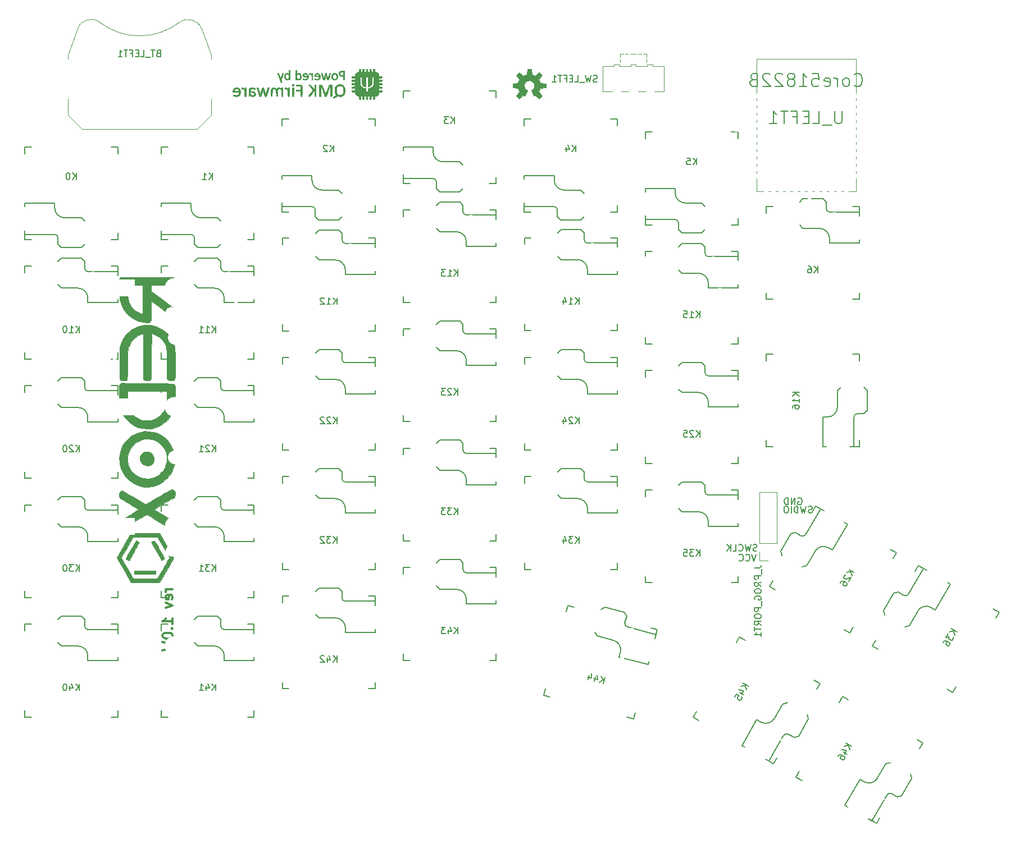
<source format=gbo>
G04 #@! TF.GenerationSoftware,KiCad,Pcbnew,7.0.2*
G04 #@! TF.CreationDate,2023-04-27T22:28:51+02:00*
G04 #@! TF.ProjectId,redox_rev1,7265646f-785f-4726-9576-312e6b696361,1.0*
G04 #@! TF.SameCoordinates,Original*
G04 #@! TF.FileFunction,Legend,Bot*
G04 #@! TF.FilePolarity,Positive*
%FSLAX46Y46*%
G04 Gerber Fmt 4.6, Leading zero omitted, Abs format (unit mm)*
G04 Created by KiCad (PCBNEW 7.0.2) date 2023-04-27 22:28:51*
%MOMM*%
%LPD*%
G01*
G04 APERTURE LIST*
G04 Aperture macros list*
%AMRotRect*
0 Rectangle, with rotation*
0 The origin of the aperture is its center*
0 $1 length*
0 $2 width*
0 $3 Rotation angle, in degrees counterclockwise*
0 Add horizontal line*
21,1,$1,$2,0,0,$3*%
G04 Aperture macros list end*
%ADD10C,0.200000*%
%ADD11C,0.300000*%
%ADD12C,0.150000*%
%ADD13C,0.152400*%
%ADD14C,0.010000*%
%ADD15C,0.120000*%
%ADD16C,0.100000*%
%ADD17R,1.200000X1.200000*%
%ADD18R,1.600000X1.600000*%
%ADD19C,1.600000*%
%ADD20RotRect,1.200000X1.200000X150.000000*%
%ADD21RotRect,1.600000X1.600000X150.000000*%
%ADD22RotRect,1.200000X1.200000X165.000000*%
%ADD23RotRect,1.600000X1.600000X165.000000*%
%ADD24C,1.701800*%
%ADD25C,3.000000*%
%ADD26C,3.429000*%
%ADD27R,2.600000X2.600000*%
%ADD28C,2.032000*%
%ADD29RotRect,2.600000X2.600000X60.000000*%
%ADD30RotRect,2.600000X2.600000X345.000000*%
%ADD31RotRect,2.600000X2.600000X240.000000*%
%ADD32C,4.000000*%
%ADD33C,0.900000*%
%ADD34R,1.700000X1.700000*%
%ADD35O,1.700000X1.700000*%
%ADD36R,1.250000X2.500000*%
%ADD37R,1.198880X0.698500*%
%ADD38R,0.698500X1.198880*%
%ADD39R,1.270000X5.080000*%
%ADD40R,3.960000X3.960000*%
%ADD41C,0.600000*%
G04 APERTURE END LIST*
D10*
X184322761Y-108262619D02*
X183989428Y-109262619D01*
X183989428Y-109262619D02*
X183656095Y-108262619D01*
X182751333Y-109167380D02*
X182798952Y-109215000D01*
X182798952Y-109215000D02*
X182941809Y-109262619D01*
X182941809Y-109262619D02*
X183037047Y-109262619D01*
X183037047Y-109262619D02*
X183179904Y-109215000D01*
X183179904Y-109215000D02*
X183275142Y-109119761D01*
X183275142Y-109119761D02*
X183322761Y-109024523D01*
X183322761Y-109024523D02*
X183370380Y-108834047D01*
X183370380Y-108834047D02*
X183370380Y-108691190D01*
X183370380Y-108691190D02*
X183322761Y-108500714D01*
X183322761Y-108500714D02*
X183275142Y-108405476D01*
X183275142Y-108405476D02*
X183179904Y-108310238D01*
X183179904Y-108310238D02*
X183037047Y-108262619D01*
X183037047Y-108262619D02*
X182941809Y-108262619D01*
X182941809Y-108262619D02*
X182798952Y-108310238D01*
X182798952Y-108310238D02*
X182751333Y-108357857D01*
X181751333Y-109167380D02*
X181798952Y-109215000D01*
X181798952Y-109215000D02*
X181941809Y-109262619D01*
X181941809Y-109262619D02*
X182037047Y-109262619D01*
X182037047Y-109262619D02*
X182179904Y-109215000D01*
X182179904Y-109215000D02*
X182275142Y-109119761D01*
X182275142Y-109119761D02*
X182322761Y-109024523D01*
X182322761Y-109024523D02*
X182370380Y-108834047D01*
X182370380Y-108834047D02*
X182370380Y-108691190D01*
X182370380Y-108691190D02*
X182322761Y-108500714D01*
X182322761Y-108500714D02*
X182275142Y-108405476D01*
X182275142Y-108405476D02*
X182179904Y-108310238D01*
X182179904Y-108310238D02*
X182037047Y-108262619D01*
X182037047Y-108262619D02*
X181941809Y-108262619D01*
X181941809Y-108262619D02*
X181798952Y-108310238D01*
X181798952Y-108310238D02*
X181751333Y-108357857D01*
X184429523Y-107715000D02*
X184286666Y-107762619D01*
X184286666Y-107762619D02*
X184048571Y-107762619D01*
X184048571Y-107762619D02*
X183953333Y-107715000D01*
X183953333Y-107715000D02*
X183905714Y-107667380D01*
X183905714Y-107667380D02*
X183858095Y-107572142D01*
X183858095Y-107572142D02*
X183858095Y-107476904D01*
X183858095Y-107476904D02*
X183905714Y-107381666D01*
X183905714Y-107381666D02*
X183953333Y-107334047D01*
X183953333Y-107334047D02*
X184048571Y-107286428D01*
X184048571Y-107286428D02*
X184239047Y-107238809D01*
X184239047Y-107238809D02*
X184334285Y-107191190D01*
X184334285Y-107191190D02*
X184381904Y-107143571D01*
X184381904Y-107143571D02*
X184429523Y-107048333D01*
X184429523Y-107048333D02*
X184429523Y-106953095D01*
X184429523Y-106953095D02*
X184381904Y-106857857D01*
X184381904Y-106857857D02*
X184334285Y-106810238D01*
X184334285Y-106810238D02*
X184239047Y-106762619D01*
X184239047Y-106762619D02*
X184000952Y-106762619D01*
X184000952Y-106762619D02*
X183858095Y-106810238D01*
X183524761Y-106762619D02*
X183286666Y-107762619D01*
X183286666Y-107762619D02*
X183096190Y-107048333D01*
X183096190Y-107048333D02*
X182905714Y-107762619D01*
X182905714Y-107762619D02*
X182667619Y-106762619D01*
X181715238Y-107667380D02*
X181762857Y-107715000D01*
X181762857Y-107715000D02*
X181905714Y-107762619D01*
X181905714Y-107762619D02*
X182000952Y-107762619D01*
X182000952Y-107762619D02*
X182143809Y-107715000D01*
X182143809Y-107715000D02*
X182239047Y-107619761D01*
X182239047Y-107619761D02*
X182286666Y-107524523D01*
X182286666Y-107524523D02*
X182334285Y-107334047D01*
X182334285Y-107334047D02*
X182334285Y-107191190D01*
X182334285Y-107191190D02*
X182286666Y-107000714D01*
X182286666Y-107000714D02*
X182239047Y-106905476D01*
X182239047Y-106905476D02*
X182143809Y-106810238D01*
X182143809Y-106810238D02*
X182000952Y-106762619D01*
X182000952Y-106762619D02*
X181905714Y-106762619D01*
X181905714Y-106762619D02*
X181762857Y-106810238D01*
X181762857Y-106810238D02*
X181715238Y-106857857D01*
X180810476Y-107762619D02*
X181286666Y-107762619D01*
X181286666Y-107762619D02*
X181286666Y-106762619D01*
X180477142Y-107762619D02*
X180477142Y-106762619D01*
X179905714Y-107762619D02*
X180334285Y-107191190D01*
X179905714Y-106762619D02*
X180477142Y-107334047D01*
X192755523Y-101965000D02*
X192612666Y-102012619D01*
X192612666Y-102012619D02*
X192374571Y-102012619D01*
X192374571Y-102012619D02*
X192279333Y-101965000D01*
X192279333Y-101965000D02*
X192231714Y-101917380D01*
X192231714Y-101917380D02*
X192184095Y-101822142D01*
X192184095Y-101822142D02*
X192184095Y-101726904D01*
X192184095Y-101726904D02*
X192231714Y-101631666D01*
X192231714Y-101631666D02*
X192279333Y-101584047D01*
X192279333Y-101584047D02*
X192374571Y-101536428D01*
X192374571Y-101536428D02*
X192565047Y-101488809D01*
X192565047Y-101488809D02*
X192660285Y-101441190D01*
X192660285Y-101441190D02*
X192707904Y-101393571D01*
X192707904Y-101393571D02*
X192755523Y-101298333D01*
X192755523Y-101298333D02*
X192755523Y-101203095D01*
X192755523Y-101203095D02*
X192707904Y-101107857D01*
X192707904Y-101107857D02*
X192660285Y-101060238D01*
X192660285Y-101060238D02*
X192565047Y-101012619D01*
X192565047Y-101012619D02*
X192326952Y-101012619D01*
X192326952Y-101012619D02*
X192184095Y-101060238D01*
X191850761Y-101012619D02*
X191612666Y-102012619D01*
X191612666Y-102012619D02*
X191422190Y-101298333D01*
X191422190Y-101298333D02*
X191231714Y-102012619D01*
X191231714Y-102012619D02*
X190993619Y-101012619D01*
X190612666Y-102012619D02*
X190612666Y-101012619D01*
X190612666Y-101012619D02*
X190374571Y-101012619D01*
X190374571Y-101012619D02*
X190231714Y-101060238D01*
X190231714Y-101060238D02*
X190136476Y-101155476D01*
X190136476Y-101155476D02*
X190088857Y-101250714D01*
X190088857Y-101250714D02*
X190041238Y-101441190D01*
X190041238Y-101441190D02*
X190041238Y-101584047D01*
X190041238Y-101584047D02*
X190088857Y-101774523D01*
X190088857Y-101774523D02*
X190136476Y-101869761D01*
X190136476Y-101869761D02*
X190231714Y-101965000D01*
X190231714Y-101965000D02*
X190374571Y-102012619D01*
X190374571Y-102012619D02*
X190612666Y-102012619D01*
X189612666Y-102012619D02*
X189612666Y-101012619D01*
X188946000Y-101012619D02*
X188755524Y-101012619D01*
X188755524Y-101012619D02*
X188660286Y-101060238D01*
X188660286Y-101060238D02*
X188565048Y-101155476D01*
X188565048Y-101155476D02*
X188517429Y-101345952D01*
X188517429Y-101345952D02*
X188517429Y-101679285D01*
X188517429Y-101679285D02*
X188565048Y-101869761D01*
X188565048Y-101869761D02*
X188660286Y-101965000D01*
X188660286Y-101965000D02*
X188755524Y-102012619D01*
X188755524Y-102012619D02*
X188946000Y-102012619D01*
X188946000Y-102012619D02*
X189041238Y-101965000D01*
X189041238Y-101965000D02*
X189136476Y-101869761D01*
X189136476Y-101869761D02*
X189184095Y-101679285D01*
X189184095Y-101679285D02*
X189184095Y-101345952D01*
X189184095Y-101345952D02*
X189136476Y-101155476D01*
X189136476Y-101155476D02*
X189041238Y-101060238D01*
X189041238Y-101060238D02*
X188946000Y-101012619D01*
X190660095Y-99810238D02*
X190755333Y-99762619D01*
X190755333Y-99762619D02*
X190898190Y-99762619D01*
X190898190Y-99762619D02*
X191041047Y-99810238D01*
X191041047Y-99810238D02*
X191136285Y-99905476D01*
X191136285Y-99905476D02*
X191183904Y-100000714D01*
X191183904Y-100000714D02*
X191231523Y-100191190D01*
X191231523Y-100191190D02*
X191231523Y-100334047D01*
X191231523Y-100334047D02*
X191183904Y-100524523D01*
X191183904Y-100524523D02*
X191136285Y-100619761D01*
X191136285Y-100619761D02*
X191041047Y-100715000D01*
X191041047Y-100715000D02*
X190898190Y-100762619D01*
X190898190Y-100762619D02*
X190802952Y-100762619D01*
X190802952Y-100762619D02*
X190660095Y-100715000D01*
X190660095Y-100715000D02*
X190612476Y-100667380D01*
X190612476Y-100667380D02*
X190612476Y-100334047D01*
X190612476Y-100334047D02*
X190802952Y-100334047D01*
X190183904Y-100762619D02*
X190183904Y-99762619D01*
X190183904Y-99762619D02*
X189612476Y-100762619D01*
X189612476Y-100762619D02*
X189612476Y-99762619D01*
X189136285Y-100762619D02*
X189136285Y-99762619D01*
X189136285Y-99762619D02*
X188898190Y-99762619D01*
X188898190Y-99762619D02*
X188755333Y-99810238D01*
X188755333Y-99810238D02*
X188660095Y-99905476D01*
X188660095Y-99905476D02*
X188612476Y-100000714D01*
X188612476Y-100000714D02*
X188564857Y-100191190D01*
X188564857Y-100191190D02*
X188564857Y-100334047D01*
X188564857Y-100334047D02*
X188612476Y-100524523D01*
X188612476Y-100524523D02*
X188660095Y-100619761D01*
X188660095Y-100619761D02*
X188755333Y-100715000D01*
X188755333Y-100715000D02*
X188898190Y-100762619D01*
X188898190Y-100762619D02*
X189136285Y-100762619D01*
D11*
X96353928Y-113524286D02*
X95353928Y-113524286D01*
X95639642Y-113524286D02*
X95496785Y-113595715D01*
X95496785Y-113595715D02*
X95425357Y-113667144D01*
X95425357Y-113667144D02*
X95353928Y-113810001D01*
X95353928Y-113810001D02*
X95353928Y-113952858D01*
X96282500Y-115024286D02*
X96353928Y-114881429D01*
X96353928Y-114881429D02*
X96353928Y-114595715D01*
X96353928Y-114595715D02*
X96282500Y-114452857D01*
X96282500Y-114452857D02*
X96139642Y-114381429D01*
X96139642Y-114381429D02*
X95568214Y-114381429D01*
X95568214Y-114381429D02*
X95425357Y-114452857D01*
X95425357Y-114452857D02*
X95353928Y-114595715D01*
X95353928Y-114595715D02*
X95353928Y-114881429D01*
X95353928Y-114881429D02*
X95425357Y-115024286D01*
X95425357Y-115024286D02*
X95568214Y-115095715D01*
X95568214Y-115095715D02*
X95711071Y-115095715D01*
X95711071Y-115095715D02*
X95853928Y-114381429D01*
X95353928Y-115595714D02*
X96353928Y-115952857D01*
X96353928Y-115952857D02*
X95353928Y-116310000D01*
X96353928Y-118810000D02*
X96353928Y-117952857D01*
X96353928Y-118381428D02*
X94853928Y-118381428D01*
X94853928Y-118381428D02*
X95068214Y-118238571D01*
X95068214Y-118238571D02*
X95211071Y-118095714D01*
X95211071Y-118095714D02*
X95282500Y-117952857D01*
X96211071Y-119452856D02*
X96282500Y-119524285D01*
X96282500Y-119524285D02*
X96353928Y-119452856D01*
X96353928Y-119452856D02*
X96282500Y-119381428D01*
X96282500Y-119381428D02*
X96211071Y-119452856D01*
X96211071Y-119452856D02*
X96353928Y-119452856D01*
X94853928Y-120452857D02*
X94853928Y-120595714D01*
X94853928Y-120595714D02*
X94925357Y-120738571D01*
X94925357Y-120738571D02*
X94996785Y-120810000D01*
X94996785Y-120810000D02*
X95139642Y-120881428D01*
X95139642Y-120881428D02*
X95425357Y-120952857D01*
X95425357Y-120952857D02*
X95782500Y-120952857D01*
X95782500Y-120952857D02*
X96068214Y-120881428D01*
X96068214Y-120881428D02*
X96211071Y-120810000D01*
X96211071Y-120810000D02*
X96282500Y-120738571D01*
X96282500Y-120738571D02*
X96353928Y-120595714D01*
X96353928Y-120595714D02*
X96353928Y-120452857D01*
X96353928Y-120452857D02*
X96282500Y-120310000D01*
X96282500Y-120310000D02*
X96211071Y-120238571D01*
X96211071Y-120238571D02*
X96068214Y-120167142D01*
X96068214Y-120167142D02*
X95782500Y-120095714D01*
X95782500Y-120095714D02*
X95425357Y-120095714D01*
X95425357Y-120095714D02*
X95139642Y-120167142D01*
X95139642Y-120167142D02*
X94996785Y-120238571D01*
X94996785Y-120238571D02*
X94925357Y-120310000D01*
X94925357Y-120310000D02*
X94853928Y-120452857D01*
X94853928Y-121452856D02*
X96353928Y-121809999D01*
X96353928Y-121809999D02*
X95282500Y-122095713D01*
X95282500Y-122095713D02*
X96353928Y-122381428D01*
X96353928Y-122381428D02*
X94853928Y-122738571D01*
D12*
X81833094Y-51722619D02*
X81833094Y-50722619D01*
X81261666Y-51722619D02*
X81690237Y-51151190D01*
X81261666Y-50722619D02*
X81833094Y-51294047D01*
X80642618Y-50722619D02*
X80547380Y-50722619D01*
X80547380Y-50722619D02*
X80452142Y-50770238D01*
X80452142Y-50770238D02*
X80404523Y-50817857D01*
X80404523Y-50817857D02*
X80356904Y-50913095D01*
X80356904Y-50913095D02*
X80309285Y-51103571D01*
X80309285Y-51103571D02*
X80309285Y-51341666D01*
X80309285Y-51341666D02*
X80356904Y-51532142D01*
X80356904Y-51532142D02*
X80404523Y-51627380D01*
X80404523Y-51627380D02*
X80452142Y-51675000D01*
X80452142Y-51675000D02*
X80547380Y-51722619D01*
X80547380Y-51722619D02*
X80642618Y-51722619D01*
X80642618Y-51722619D02*
X80737856Y-51675000D01*
X80737856Y-51675000D02*
X80785475Y-51627380D01*
X80785475Y-51627380D02*
X80833094Y-51532142D01*
X80833094Y-51532142D02*
X80880713Y-51341666D01*
X80880713Y-51341666D02*
X80880713Y-51103571D01*
X80880713Y-51103571D02*
X80833094Y-50913095D01*
X80833094Y-50913095D02*
X80785475Y-50817857D01*
X80785475Y-50817857D02*
X80737856Y-50770238D01*
X80737856Y-50770238D02*
X80642618Y-50722619D01*
X102383094Y-51722619D02*
X102383094Y-50722619D01*
X101811666Y-51722619D02*
X102240237Y-51151190D01*
X101811666Y-50722619D02*
X102383094Y-51294047D01*
X100859285Y-51722619D02*
X101430713Y-51722619D01*
X101144999Y-51722619D02*
X101144999Y-50722619D01*
X101144999Y-50722619D02*
X101240237Y-50865476D01*
X101240237Y-50865476D02*
X101335475Y-50960714D01*
X101335475Y-50960714D02*
X101430713Y-51008333D01*
X120608094Y-47522619D02*
X120608094Y-46522619D01*
X120036666Y-47522619D02*
X120465237Y-46951190D01*
X120036666Y-46522619D02*
X120608094Y-47094047D01*
X119655713Y-46617857D02*
X119608094Y-46570238D01*
X119608094Y-46570238D02*
X119512856Y-46522619D01*
X119512856Y-46522619D02*
X119274761Y-46522619D01*
X119274761Y-46522619D02*
X119179523Y-46570238D01*
X119179523Y-46570238D02*
X119131904Y-46617857D01*
X119131904Y-46617857D02*
X119084285Y-46713095D01*
X119084285Y-46713095D02*
X119084285Y-46808333D01*
X119084285Y-46808333D02*
X119131904Y-46951190D01*
X119131904Y-46951190D02*
X119703332Y-47522619D01*
X119703332Y-47522619D02*
X119084285Y-47522619D01*
X138858094Y-43272619D02*
X138858094Y-42272619D01*
X138286666Y-43272619D02*
X138715237Y-42701190D01*
X138286666Y-42272619D02*
X138858094Y-42844047D01*
X137953332Y-42272619D02*
X137334285Y-42272619D01*
X137334285Y-42272619D02*
X137667618Y-42653571D01*
X137667618Y-42653571D02*
X137524761Y-42653571D01*
X137524761Y-42653571D02*
X137429523Y-42701190D01*
X137429523Y-42701190D02*
X137381904Y-42748809D01*
X137381904Y-42748809D02*
X137334285Y-42844047D01*
X137334285Y-42844047D02*
X137334285Y-43082142D01*
X137334285Y-43082142D02*
X137381904Y-43177380D01*
X137381904Y-43177380D02*
X137429523Y-43225000D01*
X137429523Y-43225000D02*
X137524761Y-43272619D01*
X137524761Y-43272619D02*
X137810475Y-43272619D01*
X137810475Y-43272619D02*
X137905713Y-43225000D01*
X137905713Y-43225000D02*
X137953332Y-43177380D01*
X157108094Y-47522619D02*
X157108094Y-46522619D01*
X156536666Y-47522619D02*
X156965237Y-46951190D01*
X156536666Y-46522619D02*
X157108094Y-47094047D01*
X155679523Y-46855952D02*
X155679523Y-47522619D01*
X155917618Y-46475000D02*
X156155713Y-47189285D01*
X156155713Y-47189285D02*
X155536666Y-47189285D01*
X175358094Y-49472619D02*
X175358094Y-48472619D01*
X174786666Y-49472619D02*
X175215237Y-48901190D01*
X174786666Y-48472619D02*
X175358094Y-49044047D01*
X173881904Y-48472619D02*
X174358094Y-48472619D01*
X174358094Y-48472619D02*
X174405713Y-48948809D01*
X174405713Y-48948809D02*
X174358094Y-48901190D01*
X174358094Y-48901190D02*
X174262856Y-48853571D01*
X174262856Y-48853571D02*
X174024761Y-48853571D01*
X174024761Y-48853571D02*
X173929523Y-48901190D01*
X173929523Y-48901190D02*
X173881904Y-48948809D01*
X173881904Y-48948809D02*
X173834285Y-49044047D01*
X173834285Y-49044047D02*
X173834285Y-49282142D01*
X173834285Y-49282142D02*
X173881904Y-49377380D01*
X173881904Y-49377380D02*
X173929523Y-49425000D01*
X173929523Y-49425000D02*
X174024761Y-49472619D01*
X174024761Y-49472619D02*
X174262856Y-49472619D01*
X174262856Y-49472619D02*
X174358094Y-49425000D01*
X174358094Y-49425000D02*
X174405713Y-49377380D01*
X193608094Y-65802619D02*
X193608094Y-64802619D01*
X193036666Y-65802619D02*
X193465237Y-65231190D01*
X193036666Y-64802619D02*
X193608094Y-65374047D01*
X192179523Y-64802619D02*
X192369999Y-64802619D01*
X192369999Y-64802619D02*
X192465237Y-64850238D01*
X192465237Y-64850238D02*
X192512856Y-64897857D01*
X192512856Y-64897857D02*
X192608094Y-65040714D01*
X192608094Y-65040714D02*
X192655713Y-65231190D01*
X192655713Y-65231190D02*
X192655713Y-65612142D01*
X192655713Y-65612142D02*
X192608094Y-65707380D01*
X192608094Y-65707380D02*
X192560475Y-65755000D01*
X192560475Y-65755000D02*
X192465237Y-65802619D01*
X192465237Y-65802619D02*
X192274761Y-65802619D01*
X192274761Y-65802619D02*
X192179523Y-65755000D01*
X192179523Y-65755000D02*
X192131904Y-65707380D01*
X192131904Y-65707380D02*
X192084285Y-65612142D01*
X192084285Y-65612142D02*
X192084285Y-65374047D01*
X192084285Y-65374047D02*
X192131904Y-65278809D01*
X192131904Y-65278809D02*
X192179523Y-65231190D01*
X192179523Y-65231190D02*
X192274761Y-65183571D01*
X192274761Y-65183571D02*
X192465237Y-65183571D01*
X192465237Y-65183571D02*
X192560475Y-65231190D01*
X192560475Y-65231190D02*
X192608094Y-65278809D01*
X192608094Y-65278809D02*
X192655713Y-65374047D01*
X82309285Y-74802619D02*
X82309285Y-73802619D01*
X81737857Y-74802619D02*
X82166428Y-74231190D01*
X81737857Y-73802619D02*
X82309285Y-74374047D01*
X80785476Y-74802619D02*
X81356904Y-74802619D01*
X81071190Y-74802619D02*
X81071190Y-73802619D01*
X81071190Y-73802619D02*
X81166428Y-73945476D01*
X81166428Y-73945476D02*
X81261666Y-74040714D01*
X81261666Y-74040714D02*
X81356904Y-74088333D01*
X80166428Y-73802619D02*
X80071190Y-73802619D01*
X80071190Y-73802619D02*
X79975952Y-73850238D01*
X79975952Y-73850238D02*
X79928333Y-73897857D01*
X79928333Y-73897857D02*
X79880714Y-73993095D01*
X79880714Y-73993095D02*
X79833095Y-74183571D01*
X79833095Y-74183571D02*
X79833095Y-74421666D01*
X79833095Y-74421666D02*
X79880714Y-74612142D01*
X79880714Y-74612142D02*
X79928333Y-74707380D01*
X79928333Y-74707380D02*
X79975952Y-74755000D01*
X79975952Y-74755000D02*
X80071190Y-74802619D01*
X80071190Y-74802619D02*
X80166428Y-74802619D01*
X80166428Y-74802619D02*
X80261666Y-74755000D01*
X80261666Y-74755000D02*
X80309285Y-74707380D01*
X80309285Y-74707380D02*
X80356904Y-74612142D01*
X80356904Y-74612142D02*
X80404523Y-74421666D01*
X80404523Y-74421666D02*
X80404523Y-74183571D01*
X80404523Y-74183571D02*
X80356904Y-73993095D01*
X80356904Y-73993095D02*
X80309285Y-73897857D01*
X80309285Y-73897857D02*
X80261666Y-73850238D01*
X80261666Y-73850238D02*
X80166428Y-73802619D01*
X102859285Y-74802619D02*
X102859285Y-73802619D01*
X102287857Y-74802619D02*
X102716428Y-74231190D01*
X102287857Y-73802619D02*
X102859285Y-74374047D01*
X101335476Y-74802619D02*
X101906904Y-74802619D01*
X101621190Y-74802619D02*
X101621190Y-73802619D01*
X101621190Y-73802619D02*
X101716428Y-73945476D01*
X101716428Y-73945476D02*
X101811666Y-74040714D01*
X101811666Y-74040714D02*
X101906904Y-74088333D01*
X100383095Y-74802619D02*
X100954523Y-74802619D01*
X100668809Y-74802619D02*
X100668809Y-73802619D01*
X100668809Y-73802619D02*
X100764047Y-73945476D01*
X100764047Y-73945476D02*
X100859285Y-74040714D01*
X100859285Y-74040714D02*
X100954523Y-74088333D01*
X121109285Y-70552619D02*
X121109285Y-69552619D01*
X120537857Y-70552619D02*
X120966428Y-69981190D01*
X120537857Y-69552619D02*
X121109285Y-70124047D01*
X119585476Y-70552619D02*
X120156904Y-70552619D01*
X119871190Y-70552619D02*
X119871190Y-69552619D01*
X119871190Y-69552619D02*
X119966428Y-69695476D01*
X119966428Y-69695476D02*
X120061666Y-69790714D01*
X120061666Y-69790714D02*
X120156904Y-69838333D01*
X119204523Y-69647857D02*
X119156904Y-69600238D01*
X119156904Y-69600238D02*
X119061666Y-69552619D01*
X119061666Y-69552619D02*
X118823571Y-69552619D01*
X118823571Y-69552619D02*
X118728333Y-69600238D01*
X118728333Y-69600238D02*
X118680714Y-69647857D01*
X118680714Y-69647857D02*
X118633095Y-69743095D01*
X118633095Y-69743095D02*
X118633095Y-69838333D01*
X118633095Y-69838333D02*
X118680714Y-69981190D01*
X118680714Y-69981190D02*
X119252142Y-70552619D01*
X119252142Y-70552619D02*
X118633095Y-70552619D01*
X139359285Y-66302619D02*
X139359285Y-65302619D01*
X138787857Y-66302619D02*
X139216428Y-65731190D01*
X138787857Y-65302619D02*
X139359285Y-65874047D01*
X137835476Y-66302619D02*
X138406904Y-66302619D01*
X138121190Y-66302619D02*
X138121190Y-65302619D01*
X138121190Y-65302619D02*
X138216428Y-65445476D01*
X138216428Y-65445476D02*
X138311666Y-65540714D01*
X138311666Y-65540714D02*
X138406904Y-65588333D01*
X137502142Y-65302619D02*
X136883095Y-65302619D01*
X136883095Y-65302619D02*
X137216428Y-65683571D01*
X137216428Y-65683571D02*
X137073571Y-65683571D01*
X137073571Y-65683571D02*
X136978333Y-65731190D01*
X136978333Y-65731190D02*
X136930714Y-65778809D01*
X136930714Y-65778809D02*
X136883095Y-65874047D01*
X136883095Y-65874047D02*
X136883095Y-66112142D01*
X136883095Y-66112142D02*
X136930714Y-66207380D01*
X136930714Y-66207380D02*
X136978333Y-66255000D01*
X136978333Y-66255000D02*
X137073571Y-66302619D01*
X137073571Y-66302619D02*
X137359285Y-66302619D01*
X137359285Y-66302619D02*
X137454523Y-66255000D01*
X137454523Y-66255000D02*
X137502142Y-66207380D01*
X157609285Y-70502619D02*
X157609285Y-69502619D01*
X157037857Y-70502619D02*
X157466428Y-69931190D01*
X157037857Y-69502619D02*
X157609285Y-70074047D01*
X156085476Y-70502619D02*
X156656904Y-70502619D01*
X156371190Y-70502619D02*
X156371190Y-69502619D01*
X156371190Y-69502619D02*
X156466428Y-69645476D01*
X156466428Y-69645476D02*
X156561666Y-69740714D01*
X156561666Y-69740714D02*
X156656904Y-69788333D01*
X155228333Y-69835952D02*
X155228333Y-70502619D01*
X155466428Y-69455000D02*
X155704523Y-70169285D01*
X155704523Y-70169285D02*
X155085476Y-70169285D01*
X175834285Y-72552619D02*
X175834285Y-71552619D01*
X175262857Y-72552619D02*
X175691428Y-71981190D01*
X175262857Y-71552619D02*
X175834285Y-72124047D01*
X174310476Y-72552619D02*
X174881904Y-72552619D01*
X174596190Y-72552619D02*
X174596190Y-71552619D01*
X174596190Y-71552619D02*
X174691428Y-71695476D01*
X174691428Y-71695476D02*
X174786666Y-71790714D01*
X174786666Y-71790714D02*
X174881904Y-71838333D01*
X173405714Y-71552619D02*
X173881904Y-71552619D01*
X173881904Y-71552619D02*
X173929523Y-72028809D01*
X173929523Y-72028809D02*
X173881904Y-71981190D01*
X173881904Y-71981190D02*
X173786666Y-71933571D01*
X173786666Y-71933571D02*
X173548571Y-71933571D01*
X173548571Y-71933571D02*
X173453333Y-71981190D01*
X173453333Y-71981190D02*
X173405714Y-72028809D01*
X173405714Y-72028809D02*
X173358095Y-72124047D01*
X173358095Y-72124047D02*
X173358095Y-72362142D01*
X173358095Y-72362142D02*
X173405714Y-72457380D01*
X173405714Y-72457380D02*
X173453333Y-72505000D01*
X173453333Y-72505000D02*
X173548571Y-72552619D01*
X173548571Y-72552619D02*
X173786666Y-72552619D01*
X173786666Y-72552619D02*
X173881904Y-72505000D01*
X173881904Y-72505000D02*
X173929523Y-72457380D01*
X190792619Y-83835714D02*
X189792619Y-83835714D01*
X190792619Y-84407142D02*
X190221190Y-83978571D01*
X189792619Y-84407142D02*
X190364047Y-83835714D01*
X190792619Y-85359523D02*
X190792619Y-84788095D01*
X190792619Y-85073809D02*
X189792619Y-85073809D01*
X189792619Y-85073809D02*
X189935476Y-84978571D01*
X189935476Y-84978571D02*
X190030714Y-84883333D01*
X190030714Y-84883333D02*
X190078333Y-84788095D01*
X189792619Y-86216666D02*
X189792619Y-86026190D01*
X189792619Y-86026190D02*
X189840238Y-85930952D01*
X189840238Y-85930952D02*
X189887857Y-85883333D01*
X189887857Y-85883333D02*
X190030714Y-85788095D01*
X190030714Y-85788095D02*
X190221190Y-85740476D01*
X190221190Y-85740476D02*
X190602142Y-85740476D01*
X190602142Y-85740476D02*
X190697380Y-85788095D01*
X190697380Y-85788095D02*
X190745000Y-85835714D01*
X190745000Y-85835714D02*
X190792619Y-85930952D01*
X190792619Y-85930952D02*
X190792619Y-86121428D01*
X190792619Y-86121428D02*
X190745000Y-86216666D01*
X190745000Y-86216666D02*
X190697380Y-86264285D01*
X190697380Y-86264285D02*
X190602142Y-86311904D01*
X190602142Y-86311904D02*
X190364047Y-86311904D01*
X190364047Y-86311904D02*
X190268809Y-86264285D01*
X190268809Y-86264285D02*
X190221190Y-86216666D01*
X190221190Y-86216666D02*
X190173571Y-86121428D01*
X190173571Y-86121428D02*
X190173571Y-85930952D01*
X190173571Y-85930952D02*
X190221190Y-85835714D01*
X190221190Y-85835714D02*
X190268809Y-85788095D01*
X190268809Y-85788095D02*
X190364047Y-85740476D01*
X82309285Y-92802619D02*
X82309285Y-91802619D01*
X81737857Y-92802619D02*
X82166428Y-92231190D01*
X81737857Y-91802619D02*
X82309285Y-92374047D01*
X81356904Y-91897857D02*
X81309285Y-91850238D01*
X81309285Y-91850238D02*
X81214047Y-91802619D01*
X81214047Y-91802619D02*
X80975952Y-91802619D01*
X80975952Y-91802619D02*
X80880714Y-91850238D01*
X80880714Y-91850238D02*
X80833095Y-91897857D01*
X80833095Y-91897857D02*
X80785476Y-91993095D01*
X80785476Y-91993095D02*
X80785476Y-92088333D01*
X80785476Y-92088333D02*
X80833095Y-92231190D01*
X80833095Y-92231190D02*
X81404523Y-92802619D01*
X81404523Y-92802619D02*
X80785476Y-92802619D01*
X80166428Y-91802619D02*
X80071190Y-91802619D01*
X80071190Y-91802619D02*
X79975952Y-91850238D01*
X79975952Y-91850238D02*
X79928333Y-91897857D01*
X79928333Y-91897857D02*
X79880714Y-91993095D01*
X79880714Y-91993095D02*
X79833095Y-92183571D01*
X79833095Y-92183571D02*
X79833095Y-92421666D01*
X79833095Y-92421666D02*
X79880714Y-92612142D01*
X79880714Y-92612142D02*
X79928333Y-92707380D01*
X79928333Y-92707380D02*
X79975952Y-92755000D01*
X79975952Y-92755000D02*
X80071190Y-92802619D01*
X80071190Y-92802619D02*
X80166428Y-92802619D01*
X80166428Y-92802619D02*
X80261666Y-92755000D01*
X80261666Y-92755000D02*
X80309285Y-92707380D01*
X80309285Y-92707380D02*
X80356904Y-92612142D01*
X80356904Y-92612142D02*
X80404523Y-92421666D01*
X80404523Y-92421666D02*
X80404523Y-92183571D01*
X80404523Y-92183571D02*
X80356904Y-91993095D01*
X80356904Y-91993095D02*
X80309285Y-91897857D01*
X80309285Y-91897857D02*
X80261666Y-91850238D01*
X80261666Y-91850238D02*
X80166428Y-91802619D01*
X102859285Y-92802619D02*
X102859285Y-91802619D01*
X102287857Y-92802619D02*
X102716428Y-92231190D01*
X102287857Y-91802619D02*
X102859285Y-92374047D01*
X101906904Y-91897857D02*
X101859285Y-91850238D01*
X101859285Y-91850238D02*
X101764047Y-91802619D01*
X101764047Y-91802619D02*
X101525952Y-91802619D01*
X101525952Y-91802619D02*
X101430714Y-91850238D01*
X101430714Y-91850238D02*
X101383095Y-91897857D01*
X101383095Y-91897857D02*
X101335476Y-91993095D01*
X101335476Y-91993095D02*
X101335476Y-92088333D01*
X101335476Y-92088333D02*
X101383095Y-92231190D01*
X101383095Y-92231190D02*
X101954523Y-92802619D01*
X101954523Y-92802619D02*
X101335476Y-92802619D01*
X100383095Y-92802619D02*
X100954523Y-92802619D01*
X100668809Y-92802619D02*
X100668809Y-91802619D01*
X100668809Y-91802619D02*
X100764047Y-91945476D01*
X100764047Y-91945476D02*
X100859285Y-92040714D01*
X100859285Y-92040714D02*
X100954523Y-92088333D01*
X121109285Y-88552619D02*
X121109285Y-87552619D01*
X120537857Y-88552619D02*
X120966428Y-87981190D01*
X120537857Y-87552619D02*
X121109285Y-88124047D01*
X120156904Y-87647857D02*
X120109285Y-87600238D01*
X120109285Y-87600238D02*
X120014047Y-87552619D01*
X120014047Y-87552619D02*
X119775952Y-87552619D01*
X119775952Y-87552619D02*
X119680714Y-87600238D01*
X119680714Y-87600238D02*
X119633095Y-87647857D01*
X119633095Y-87647857D02*
X119585476Y-87743095D01*
X119585476Y-87743095D02*
X119585476Y-87838333D01*
X119585476Y-87838333D02*
X119633095Y-87981190D01*
X119633095Y-87981190D02*
X120204523Y-88552619D01*
X120204523Y-88552619D02*
X119585476Y-88552619D01*
X119204523Y-87647857D02*
X119156904Y-87600238D01*
X119156904Y-87600238D02*
X119061666Y-87552619D01*
X119061666Y-87552619D02*
X118823571Y-87552619D01*
X118823571Y-87552619D02*
X118728333Y-87600238D01*
X118728333Y-87600238D02*
X118680714Y-87647857D01*
X118680714Y-87647857D02*
X118633095Y-87743095D01*
X118633095Y-87743095D02*
X118633095Y-87838333D01*
X118633095Y-87838333D02*
X118680714Y-87981190D01*
X118680714Y-87981190D02*
X119252142Y-88552619D01*
X119252142Y-88552619D02*
X118633095Y-88552619D01*
X139359285Y-84252619D02*
X139359285Y-83252619D01*
X138787857Y-84252619D02*
X139216428Y-83681190D01*
X138787857Y-83252619D02*
X139359285Y-83824047D01*
X138406904Y-83347857D02*
X138359285Y-83300238D01*
X138359285Y-83300238D02*
X138264047Y-83252619D01*
X138264047Y-83252619D02*
X138025952Y-83252619D01*
X138025952Y-83252619D02*
X137930714Y-83300238D01*
X137930714Y-83300238D02*
X137883095Y-83347857D01*
X137883095Y-83347857D02*
X137835476Y-83443095D01*
X137835476Y-83443095D02*
X137835476Y-83538333D01*
X137835476Y-83538333D02*
X137883095Y-83681190D01*
X137883095Y-83681190D02*
X138454523Y-84252619D01*
X138454523Y-84252619D02*
X137835476Y-84252619D01*
X137502142Y-83252619D02*
X136883095Y-83252619D01*
X136883095Y-83252619D02*
X137216428Y-83633571D01*
X137216428Y-83633571D02*
X137073571Y-83633571D01*
X137073571Y-83633571D02*
X136978333Y-83681190D01*
X136978333Y-83681190D02*
X136930714Y-83728809D01*
X136930714Y-83728809D02*
X136883095Y-83824047D01*
X136883095Y-83824047D02*
X136883095Y-84062142D01*
X136883095Y-84062142D02*
X136930714Y-84157380D01*
X136930714Y-84157380D02*
X136978333Y-84205000D01*
X136978333Y-84205000D02*
X137073571Y-84252619D01*
X137073571Y-84252619D02*
X137359285Y-84252619D01*
X137359285Y-84252619D02*
X137454523Y-84205000D01*
X137454523Y-84205000D02*
X137502142Y-84157380D01*
X157609285Y-88552619D02*
X157609285Y-87552619D01*
X157037857Y-88552619D02*
X157466428Y-87981190D01*
X157037857Y-87552619D02*
X157609285Y-88124047D01*
X156656904Y-87647857D02*
X156609285Y-87600238D01*
X156609285Y-87600238D02*
X156514047Y-87552619D01*
X156514047Y-87552619D02*
X156275952Y-87552619D01*
X156275952Y-87552619D02*
X156180714Y-87600238D01*
X156180714Y-87600238D02*
X156133095Y-87647857D01*
X156133095Y-87647857D02*
X156085476Y-87743095D01*
X156085476Y-87743095D02*
X156085476Y-87838333D01*
X156085476Y-87838333D02*
X156133095Y-87981190D01*
X156133095Y-87981190D02*
X156704523Y-88552619D01*
X156704523Y-88552619D02*
X156085476Y-88552619D01*
X155228333Y-87885952D02*
X155228333Y-88552619D01*
X155466428Y-87505000D02*
X155704523Y-88219285D01*
X155704523Y-88219285D02*
X155085476Y-88219285D01*
X175834285Y-90552619D02*
X175834285Y-89552619D01*
X175262857Y-90552619D02*
X175691428Y-89981190D01*
X175262857Y-89552619D02*
X175834285Y-90124047D01*
X174881904Y-89647857D02*
X174834285Y-89600238D01*
X174834285Y-89600238D02*
X174739047Y-89552619D01*
X174739047Y-89552619D02*
X174500952Y-89552619D01*
X174500952Y-89552619D02*
X174405714Y-89600238D01*
X174405714Y-89600238D02*
X174358095Y-89647857D01*
X174358095Y-89647857D02*
X174310476Y-89743095D01*
X174310476Y-89743095D02*
X174310476Y-89838333D01*
X174310476Y-89838333D02*
X174358095Y-89981190D01*
X174358095Y-89981190D02*
X174929523Y-90552619D01*
X174929523Y-90552619D02*
X174310476Y-90552619D01*
X173405714Y-89552619D02*
X173881904Y-89552619D01*
X173881904Y-89552619D02*
X173929523Y-90028809D01*
X173929523Y-90028809D02*
X173881904Y-89981190D01*
X173881904Y-89981190D02*
X173786666Y-89933571D01*
X173786666Y-89933571D02*
X173548571Y-89933571D01*
X173548571Y-89933571D02*
X173453333Y-89981190D01*
X173453333Y-89981190D02*
X173405714Y-90028809D01*
X173405714Y-90028809D02*
X173358095Y-90124047D01*
X173358095Y-90124047D02*
X173358095Y-90362142D01*
X173358095Y-90362142D02*
X173405714Y-90457380D01*
X173405714Y-90457380D02*
X173453333Y-90505000D01*
X173453333Y-90505000D02*
X173548571Y-90552619D01*
X173548571Y-90552619D02*
X173786666Y-90552619D01*
X173786666Y-90552619D02*
X173881904Y-90505000D01*
X173881904Y-90505000D02*
X173929523Y-90457380D01*
X199077487Y-110999707D02*
X198211462Y-110499707D01*
X198791773Y-111494578D02*
X198511187Y-110837710D01*
X197925748Y-110994578D02*
X198706333Y-110785421D01*
X197817750Y-111372112D02*
X197752701Y-111389542D01*
X197752701Y-111389542D02*
X197663843Y-111448211D01*
X197663843Y-111448211D02*
X197544795Y-111654407D01*
X197544795Y-111654407D02*
X197538415Y-111760695D01*
X197538415Y-111760695D02*
X197555845Y-111825744D01*
X197555845Y-111825744D02*
X197614514Y-111914603D01*
X197614514Y-111914603D02*
X197696993Y-111962222D01*
X197696993Y-111962222D02*
X197844520Y-111992411D01*
X197844520Y-111992411D02*
X198625106Y-111783254D01*
X198625106Y-111783254D02*
X198315582Y-112319364D01*
X197020986Y-112561672D02*
X197116224Y-112396715D01*
X197116224Y-112396715D02*
X197205082Y-112338046D01*
X197205082Y-112338046D02*
X197270131Y-112320616D01*
X197270131Y-112320616D02*
X197441468Y-112309566D01*
X197441468Y-112309566D02*
X197630235Y-112363565D01*
X197630235Y-112363565D02*
X197960149Y-112554041D01*
X197960149Y-112554041D02*
X198018818Y-112642899D01*
X198018818Y-112642899D02*
X198036248Y-112707948D01*
X198036248Y-112707948D02*
X198029868Y-112814236D01*
X198029868Y-112814236D02*
X197934630Y-112979193D01*
X197934630Y-112979193D02*
X197845772Y-113037862D01*
X197845772Y-113037862D02*
X197780723Y-113055292D01*
X197780723Y-113055292D02*
X197674435Y-113048913D01*
X197674435Y-113048913D02*
X197468238Y-112929865D01*
X197468238Y-112929865D02*
X197409569Y-112841007D01*
X197409569Y-112841007D02*
X197392139Y-112775958D01*
X197392139Y-112775958D02*
X197398519Y-112669670D01*
X197398519Y-112669670D02*
X197493757Y-112504712D01*
X197493757Y-112504712D02*
X197582616Y-112446043D01*
X197582616Y-112446043D02*
X197647664Y-112428613D01*
X197647664Y-112428613D02*
X197753953Y-112434993D01*
X82309285Y-110802619D02*
X82309285Y-109802619D01*
X81737857Y-110802619D02*
X82166428Y-110231190D01*
X81737857Y-109802619D02*
X82309285Y-110374047D01*
X81404523Y-109802619D02*
X80785476Y-109802619D01*
X80785476Y-109802619D02*
X81118809Y-110183571D01*
X81118809Y-110183571D02*
X80975952Y-110183571D01*
X80975952Y-110183571D02*
X80880714Y-110231190D01*
X80880714Y-110231190D02*
X80833095Y-110278809D01*
X80833095Y-110278809D02*
X80785476Y-110374047D01*
X80785476Y-110374047D02*
X80785476Y-110612142D01*
X80785476Y-110612142D02*
X80833095Y-110707380D01*
X80833095Y-110707380D02*
X80880714Y-110755000D01*
X80880714Y-110755000D02*
X80975952Y-110802619D01*
X80975952Y-110802619D02*
X81261666Y-110802619D01*
X81261666Y-110802619D02*
X81356904Y-110755000D01*
X81356904Y-110755000D02*
X81404523Y-110707380D01*
X80166428Y-109802619D02*
X80071190Y-109802619D01*
X80071190Y-109802619D02*
X79975952Y-109850238D01*
X79975952Y-109850238D02*
X79928333Y-109897857D01*
X79928333Y-109897857D02*
X79880714Y-109993095D01*
X79880714Y-109993095D02*
X79833095Y-110183571D01*
X79833095Y-110183571D02*
X79833095Y-110421666D01*
X79833095Y-110421666D02*
X79880714Y-110612142D01*
X79880714Y-110612142D02*
X79928333Y-110707380D01*
X79928333Y-110707380D02*
X79975952Y-110755000D01*
X79975952Y-110755000D02*
X80071190Y-110802619D01*
X80071190Y-110802619D02*
X80166428Y-110802619D01*
X80166428Y-110802619D02*
X80261666Y-110755000D01*
X80261666Y-110755000D02*
X80309285Y-110707380D01*
X80309285Y-110707380D02*
X80356904Y-110612142D01*
X80356904Y-110612142D02*
X80404523Y-110421666D01*
X80404523Y-110421666D02*
X80404523Y-110183571D01*
X80404523Y-110183571D02*
X80356904Y-109993095D01*
X80356904Y-109993095D02*
X80309285Y-109897857D01*
X80309285Y-109897857D02*
X80261666Y-109850238D01*
X80261666Y-109850238D02*
X80166428Y-109802619D01*
X102859285Y-110802619D02*
X102859285Y-109802619D01*
X102287857Y-110802619D02*
X102716428Y-110231190D01*
X102287857Y-109802619D02*
X102859285Y-110374047D01*
X101954523Y-109802619D02*
X101335476Y-109802619D01*
X101335476Y-109802619D02*
X101668809Y-110183571D01*
X101668809Y-110183571D02*
X101525952Y-110183571D01*
X101525952Y-110183571D02*
X101430714Y-110231190D01*
X101430714Y-110231190D02*
X101383095Y-110278809D01*
X101383095Y-110278809D02*
X101335476Y-110374047D01*
X101335476Y-110374047D02*
X101335476Y-110612142D01*
X101335476Y-110612142D02*
X101383095Y-110707380D01*
X101383095Y-110707380D02*
X101430714Y-110755000D01*
X101430714Y-110755000D02*
X101525952Y-110802619D01*
X101525952Y-110802619D02*
X101811666Y-110802619D01*
X101811666Y-110802619D02*
X101906904Y-110755000D01*
X101906904Y-110755000D02*
X101954523Y-110707380D01*
X100383095Y-110802619D02*
X100954523Y-110802619D01*
X100668809Y-110802619D02*
X100668809Y-109802619D01*
X100668809Y-109802619D02*
X100764047Y-109945476D01*
X100764047Y-109945476D02*
X100859285Y-110040714D01*
X100859285Y-110040714D02*
X100954523Y-110088333D01*
X121109285Y-106552619D02*
X121109285Y-105552619D01*
X120537857Y-106552619D02*
X120966428Y-105981190D01*
X120537857Y-105552619D02*
X121109285Y-106124047D01*
X120204523Y-105552619D02*
X119585476Y-105552619D01*
X119585476Y-105552619D02*
X119918809Y-105933571D01*
X119918809Y-105933571D02*
X119775952Y-105933571D01*
X119775952Y-105933571D02*
X119680714Y-105981190D01*
X119680714Y-105981190D02*
X119633095Y-106028809D01*
X119633095Y-106028809D02*
X119585476Y-106124047D01*
X119585476Y-106124047D02*
X119585476Y-106362142D01*
X119585476Y-106362142D02*
X119633095Y-106457380D01*
X119633095Y-106457380D02*
X119680714Y-106505000D01*
X119680714Y-106505000D02*
X119775952Y-106552619D01*
X119775952Y-106552619D02*
X120061666Y-106552619D01*
X120061666Y-106552619D02*
X120156904Y-106505000D01*
X120156904Y-106505000D02*
X120204523Y-106457380D01*
X119204523Y-105647857D02*
X119156904Y-105600238D01*
X119156904Y-105600238D02*
X119061666Y-105552619D01*
X119061666Y-105552619D02*
X118823571Y-105552619D01*
X118823571Y-105552619D02*
X118728333Y-105600238D01*
X118728333Y-105600238D02*
X118680714Y-105647857D01*
X118680714Y-105647857D02*
X118633095Y-105743095D01*
X118633095Y-105743095D02*
X118633095Y-105838333D01*
X118633095Y-105838333D02*
X118680714Y-105981190D01*
X118680714Y-105981190D02*
X119252142Y-106552619D01*
X119252142Y-106552619D02*
X118633095Y-106552619D01*
X139359285Y-102252619D02*
X139359285Y-101252619D01*
X138787857Y-102252619D02*
X139216428Y-101681190D01*
X138787857Y-101252619D02*
X139359285Y-101824047D01*
X138454523Y-101252619D02*
X137835476Y-101252619D01*
X137835476Y-101252619D02*
X138168809Y-101633571D01*
X138168809Y-101633571D02*
X138025952Y-101633571D01*
X138025952Y-101633571D02*
X137930714Y-101681190D01*
X137930714Y-101681190D02*
X137883095Y-101728809D01*
X137883095Y-101728809D02*
X137835476Y-101824047D01*
X137835476Y-101824047D02*
X137835476Y-102062142D01*
X137835476Y-102062142D02*
X137883095Y-102157380D01*
X137883095Y-102157380D02*
X137930714Y-102205000D01*
X137930714Y-102205000D02*
X138025952Y-102252619D01*
X138025952Y-102252619D02*
X138311666Y-102252619D01*
X138311666Y-102252619D02*
X138406904Y-102205000D01*
X138406904Y-102205000D02*
X138454523Y-102157380D01*
X137502142Y-101252619D02*
X136883095Y-101252619D01*
X136883095Y-101252619D02*
X137216428Y-101633571D01*
X137216428Y-101633571D02*
X137073571Y-101633571D01*
X137073571Y-101633571D02*
X136978333Y-101681190D01*
X136978333Y-101681190D02*
X136930714Y-101728809D01*
X136930714Y-101728809D02*
X136883095Y-101824047D01*
X136883095Y-101824047D02*
X136883095Y-102062142D01*
X136883095Y-102062142D02*
X136930714Y-102157380D01*
X136930714Y-102157380D02*
X136978333Y-102205000D01*
X136978333Y-102205000D02*
X137073571Y-102252619D01*
X137073571Y-102252619D02*
X137359285Y-102252619D01*
X137359285Y-102252619D02*
X137454523Y-102205000D01*
X137454523Y-102205000D02*
X137502142Y-102157380D01*
X157609285Y-106552619D02*
X157609285Y-105552619D01*
X157037857Y-106552619D02*
X157466428Y-105981190D01*
X157037857Y-105552619D02*
X157609285Y-106124047D01*
X156704523Y-105552619D02*
X156085476Y-105552619D01*
X156085476Y-105552619D02*
X156418809Y-105933571D01*
X156418809Y-105933571D02*
X156275952Y-105933571D01*
X156275952Y-105933571D02*
X156180714Y-105981190D01*
X156180714Y-105981190D02*
X156133095Y-106028809D01*
X156133095Y-106028809D02*
X156085476Y-106124047D01*
X156085476Y-106124047D02*
X156085476Y-106362142D01*
X156085476Y-106362142D02*
X156133095Y-106457380D01*
X156133095Y-106457380D02*
X156180714Y-106505000D01*
X156180714Y-106505000D02*
X156275952Y-106552619D01*
X156275952Y-106552619D02*
X156561666Y-106552619D01*
X156561666Y-106552619D02*
X156656904Y-106505000D01*
X156656904Y-106505000D02*
X156704523Y-106457380D01*
X155228333Y-105885952D02*
X155228333Y-106552619D01*
X155466428Y-105505000D02*
X155704523Y-106219285D01*
X155704523Y-106219285D02*
X155085476Y-106219285D01*
X175834285Y-108552619D02*
X175834285Y-107552619D01*
X175262857Y-108552619D02*
X175691428Y-107981190D01*
X175262857Y-107552619D02*
X175834285Y-108124047D01*
X174929523Y-107552619D02*
X174310476Y-107552619D01*
X174310476Y-107552619D02*
X174643809Y-107933571D01*
X174643809Y-107933571D02*
X174500952Y-107933571D01*
X174500952Y-107933571D02*
X174405714Y-107981190D01*
X174405714Y-107981190D02*
X174358095Y-108028809D01*
X174358095Y-108028809D02*
X174310476Y-108124047D01*
X174310476Y-108124047D02*
X174310476Y-108362142D01*
X174310476Y-108362142D02*
X174358095Y-108457380D01*
X174358095Y-108457380D02*
X174405714Y-108505000D01*
X174405714Y-108505000D02*
X174500952Y-108552619D01*
X174500952Y-108552619D02*
X174786666Y-108552619D01*
X174786666Y-108552619D02*
X174881904Y-108505000D01*
X174881904Y-108505000D02*
X174929523Y-108457380D01*
X173405714Y-107552619D02*
X173881904Y-107552619D01*
X173881904Y-107552619D02*
X173929523Y-108028809D01*
X173929523Y-108028809D02*
X173881904Y-107981190D01*
X173881904Y-107981190D02*
X173786666Y-107933571D01*
X173786666Y-107933571D02*
X173548571Y-107933571D01*
X173548571Y-107933571D02*
X173453333Y-107981190D01*
X173453333Y-107981190D02*
X173405714Y-108028809D01*
X173405714Y-108028809D02*
X173358095Y-108124047D01*
X173358095Y-108124047D02*
X173358095Y-108362142D01*
X173358095Y-108362142D02*
X173405714Y-108457380D01*
X173405714Y-108457380D02*
X173453333Y-108505000D01*
X173453333Y-108505000D02*
X173548571Y-108552619D01*
X173548571Y-108552619D02*
X173786666Y-108552619D01*
X173786666Y-108552619D02*
X173881904Y-108505000D01*
X173881904Y-108505000D02*
X173929523Y-108457380D01*
X214577487Y-119999707D02*
X213711462Y-119499707D01*
X214291773Y-120494578D02*
X214011187Y-119837710D01*
X213425748Y-119994578D02*
X214206333Y-119785421D01*
X213259081Y-120283254D02*
X212949557Y-120819364D01*
X212949557Y-120819364D02*
X213446138Y-120721166D01*
X213446138Y-120721166D02*
X213374710Y-120844883D01*
X213374710Y-120844883D02*
X213368330Y-120951172D01*
X213368330Y-120951172D02*
X213385760Y-121016220D01*
X213385760Y-121016220D02*
X213444429Y-121105079D01*
X213444429Y-121105079D02*
X213650625Y-121224126D01*
X213650625Y-121224126D02*
X213756913Y-121230506D01*
X213756913Y-121230506D02*
X213821962Y-121213076D01*
X213821962Y-121213076D02*
X213910821Y-121154407D01*
X213910821Y-121154407D02*
X214053678Y-120906971D01*
X214053678Y-120906971D02*
X214060057Y-120800683D01*
X214060057Y-120800683D02*
X214042628Y-120735634D01*
X212520986Y-121561672D02*
X212616224Y-121396715D01*
X212616224Y-121396715D02*
X212705082Y-121338046D01*
X212705082Y-121338046D02*
X212770131Y-121320616D01*
X212770131Y-121320616D02*
X212941468Y-121309566D01*
X212941468Y-121309566D02*
X213130235Y-121363565D01*
X213130235Y-121363565D02*
X213460149Y-121554041D01*
X213460149Y-121554041D02*
X213518818Y-121642899D01*
X213518818Y-121642899D02*
X213536248Y-121707948D01*
X213536248Y-121707948D02*
X213529868Y-121814236D01*
X213529868Y-121814236D02*
X213434630Y-121979193D01*
X213434630Y-121979193D02*
X213345772Y-122037862D01*
X213345772Y-122037862D02*
X213280723Y-122055292D01*
X213280723Y-122055292D02*
X213174435Y-122048913D01*
X213174435Y-122048913D02*
X212968238Y-121929865D01*
X212968238Y-121929865D02*
X212909569Y-121841007D01*
X212909569Y-121841007D02*
X212892139Y-121775958D01*
X212892139Y-121775958D02*
X212898519Y-121669670D01*
X212898519Y-121669670D02*
X212993757Y-121504712D01*
X212993757Y-121504712D02*
X213082616Y-121446043D01*
X213082616Y-121446043D02*
X213147664Y-121428613D01*
X213147664Y-121428613D02*
X213253953Y-121434993D01*
X82309285Y-128802619D02*
X82309285Y-127802619D01*
X81737857Y-128802619D02*
X82166428Y-128231190D01*
X81737857Y-127802619D02*
X82309285Y-128374047D01*
X80880714Y-128135952D02*
X80880714Y-128802619D01*
X81118809Y-127755000D02*
X81356904Y-128469285D01*
X81356904Y-128469285D02*
X80737857Y-128469285D01*
X80166428Y-127802619D02*
X80071190Y-127802619D01*
X80071190Y-127802619D02*
X79975952Y-127850238D01*
X79975952Y-127850238D02*
X79928333Y-127897857D01*
X79928333Y-127897857D02*
X79880714Y-127993095D01*
X79880714Y-127993095D02*
X79833095Y-128183571D01*
X79833095Y-128183571D02*
X79833095Y-128421666D01*
X79833095Y-128421666D02*
X79880714Y-128612142D01*
X79880714Y-128612142D02*
X79928333Y-128707380D01*
X79928333Y-128707380D02*
X79975952Y-128755000D01*
X79975952Y-128755000D02*
X80071190Y-128802619D01*
X80071190Y-128802619D02*
X80166428Y-128802619D01*
X80166428Y-128802619D02*
X80261666Y-128755000D01*
X80261666Y-128755000D02*
X80309285Y-128707380D01*
X80309285Y-128707380D02*
X80356904Y-128612142D01*
X80356904Y-128612142D02*
X80404523Y-128421666D01*
X80404523Y-128421666D02*
X80404523Y-128183571D01*
X80404523Y-128183571D02*
X80356904Y-127993095D01*
X80356904Y-127993095D02*
X80309285Y-127897857D01*
X80309285Y-127897857D02*
X80261666Y-127850238D01*
X80261666Y-127850238D02*
X80166428Y-127802619D01*
X102859285Y-128802619D02*
X102859285Y-127802619D01*
X102287857Y-128802619D02*
X102716428Y-128231190D01*
X102287857Y-127802619D02*
X102859285Y-128374047D01*
X101430714Y-128135952D02*
X101430714Y-128802619D01*
X101668809Y-127755000D02*
X101906904Y-128469285D01*
X101906904Y-128469285D02*
X101287857Y-128469285D01*
X100383095Y-128802619D02*
X100954523Y-128802619D01*
X100668809Y-128802619D02*
X100668809Y-127802619D01*
X100668809Y-127802619D02*
X100764047Y-127945476D01*
X100764047Y-127945476D02*
X100859285Y-128040714D01*
X100859285Y-128040714D02*
X100954523Y-128088333D01*
X121109285Y-124552619D02*
X121109285Y-123552619D01*
X120537857Y-124552619D02*
X120966428Y-123981190D01*
X120537857Y-123552619D02*
X121109285Y-124124047D01*
X119680714Y-123885952D02*
X119680714Y-124552619D01*
X119918809Y-123505000D02*
X120156904Y-124219285D01*
X120156904Y-124219285D02*
X119537857Y-124219285D01*
X119204523Y-123647857D02*
X119156904Y-123600238D01*
X119156904Y-123600238D02*
X119061666Y-123552619D01*
X119061666Y-123552619D02*
X118823571Y-123552619D01*
X118823571Y-123552619D02*
X118728333Y-123600238D01*
X118728333Y-123600238D02*
X118680714Y-123647857D01*
X118680714Y-123647857D02*
X118633095Y-123743095D01*
X118633095Y-123743095D02*
X118633095Y-123838333D01*
X118633095Y-123838333D02*
X118680714Y-123981190D01*
X118680714Y-123981190D02*
X119252142Y-124552619D01*
X119252142Y-124552619D02*
X118633095Y-124552619D01*
X139359285Y-120252619D02*
X139359285Y-119252619D01*
X138787857Y-120252619D02*
X139216428Y-119681190D01*
X138787857Y-119252619D02*
X139359285Y-119824047D01*
X137930714Y-119585952D02*
X137930714Y-120252619D01*
X138168809Y-119205000D02*
X138406904Y-119919285D01*
X138406904Y-119919285D02*
X137787857Y-119919285D01*
X137502142Y-119252619D02*
X136883095Y-119252619D01*
X136883095Y-119252619D02*
X137216428Y-119633571D01*
X137216428Y-119633571D02*
X137073571Y-119633571D01*
X137073571Y-119633571D02*
X136978333Y-119681190D01*
X136978333Y-119681190D02*
X136930714Y-119728809D01*
X136930714Y-119728809D02*
X136883095Y-119824047D01*
X136883095Y-119824047D02*
X136883095Y-120062142D01*
X136883095Y-120062142D02*
X136930714Y-120157380D01*
X136930714Y-120157380D02*
X136978333Y-120205000D01*
X136978333Y-120205000D02*
X137073571Y-120252619D01*
X137073571Y-120252619D02*
X137359285Y-120252619D01*
X137359285Y-120252619D02*
X137454523Y-120205000D01*
X137454523Y-120205000D02*
X137502142Y-120157380D01*
X161265775Y-127764587D02*
X161524594Y-126798662D01*
X160713817Y-127616691D02*
X161275682Y-127175656D01*
X160972636Y-126650765D02*
X161376697Y-127350619D01*
X160058427Y-126750895D02*
X159885881Y-127394846D01*
X160387007Y-126444547D02*
X160432119Y-127196118D01*
X160432119Y-127196118D02*
X159834164Y-127035897D01*
X159138497Y-126504401D02*
X158965951Y-127148352D01*
X159467078Y-126198053D02*
X159512189Y-126949624D01*
X159512189Y-126949624D02*
X158914235Y-126789402D01*
X183178077Y-128209707D02*
X182312052Y-127709707D01*
X182892363Y-128704578D02*
X182611777Y-128047710D01*
X182026338Y-128204578D02*
X182806923Y-127995421D01*
X181886441Y-129113553D02*
X182463792Y-129446886D01*
X181675574Y-128716880D02*
X182413212Y-128867826D01*
X182413212Y-128867826D02*
X182103688Y-129403937D01*
X181097766Y-129812911D02*
X181335861Y-129400518D01*
X181335861Y-129400518D02*
X181772064Y-129597374D01*
X181772064Y-129597374D02*
X181707015Y-129614804D01*
X181707015Y-129614804D02*
X181618157Y-129673473D01*
X181618157Y-129673473D02*
X181499109Y-129879670D01*
X181499109Y-129879670D02*
X181492729Y-129985958D01*
X181492729Y-129985958D02*
X181510159Y-130051007D01*
X181510159Y-130051007D02*
X181568828Y-130139865D01*
X181568828Y-130139865D02*
X181775025Y-130258913D01*
X181775025Y-130258913D02*
X181881313Y-130265292D01*
X181881313Y-130265292D02*
X181946362Y-130247862D01*
X181946362Y-130247862D02*
X182035220Y-130189193D01*
X182035220Y-130189193D02*
X182154268Y-129982997D01*
X182154268Y-129982997D02*
X182160647Y-129876709D01*
X182160647Y-129876709D02*
X182143218Y-129811660D01*
X198718974Y-137209707D02*
X197852949Y-136709707D01*
X198433260Y-137704578D02*
X198152674Y-137047710D01*
X197567235Y-137204578D02*
X198347820Y-136995421D01*
X197427338Y-138113553D02*
X198004689Y-138446886D01*
X197216471Y-137716880D02*
X197954109Y-137867826D01*
X197954109Y-137867826D02*
X197644585Y-138403937D01*
X196662473Y-138771672D02*
X196757711Y-138606715D01*
X196757711Y-138606715D02*
X196846569Y-138548046D01*
X196846569Y-138548046D02*
X196911618Y-138530616D01*
X196911618Y-138530616D02*
X197082955Y-138519566D01*
X197082955Y-138519566D02*
X197271722Y-138573565D01*
X197271722Y-138573565D02*
X197601636Y-138764041D01*
X197601636Y-138764041D02*
X197660305Y-138852899D01*
X197660305Y-138852899D02*
X197677735Y-138917948D01*
X197677735Y-138917948D02*
X197671355Y-139024236D01*
X197671355Y-139024236D02*
X197576117Y-139189193D01*
X197576117Y-139189193D02*
X197487259Y-139247862D01*
X197487259Y-139247862D02*
X197422210Y-139265292D01*
X197422210Y-139265292D02*
X197315922Y-139258913D01*
X197315922Y-139258913D02*
X197109725Y-139139865D01*
X197109725Y-139139865D02*
X197051056Y-139051007D01*
X197051056Y-139051007D02*
X197033626Y-138985958D01*
X197033626Y-138985958D02*
X197040006Y-138879670D01*
X197040006Y-138879670D02*
X197135244Y-138714712D01*
X197135244Y-138714712D02*
X197224103Y-138656043D01*
X197224103Y-138656043D02*
X197289151Y-138638613D01*
X197289151Y-138638613D02*
X197395440Y-138644993D01*
X184082619Y-110276190D02*
X184796904Y-110276190D01*
X184796904Y-110276190D02*
X184939761Y-110228571D01*
X184939761Y-110228571D02*
X185035000Y-110133333D01*
X185035000Y-110133333D02*
X185082619Y-109990476D01*
X185082619Y-109990476D02*
X185082619Y-109895238D01*
X185177857Y-110514286D02*
X185177857Y-111276190D01*
X185082619Y-111514286D02*
X184082619Y-111514286D01*
X184082619Y-111514286D02*
X184082619Y-111895238D01*
X184082619Y-111895238D02*
X184130238Y-111990476D01*
X184130238Y-111990476D02*
X184177857Y-112038095D01*
X184177857Y-112038095D02*
X184273095Y-112085714D01*
X184273095Y-112085714D02*
X184415952Y-112085714D01*
X184415952Y-112085714D02*
X184511190Y-112038095D01*
X184511190Y-112038095D02*
X184558809Y-111990476D01*
X184558809Y-111990476D02*
X184606428Y-111895238D01*
X184606428Y-111895238D02*
X184606428Y-111514286D01*
X185082619Y-113085714D02*
X184606428Y-112752381D01*
X185082619Y-112514286D02*
X184082619Y-112514286D01*
X184082619Y-112514286D02*
X184082619Y-112895238D01*
X184082619Y-112895238D02*
X184130238Y-112990476D01*
X184130238Y-112990476D02*
X184177857Y-113038095D01*
X184177857Y-113038095D02*
X184273095Y-113085714D01*
X184273095Y-113085714D02*
X184415952Y-113085714D01*
X184415952Y-113085714D02*
X184511190Y-113038095D01*
X184511190Y-113038095D02*
X184558809Y-112990476D01*
X184558809Y-112990476D02*
X184606428Y-112895238D01*
X184606428Y-112895238D02*
X184606428Y-112514286D01*
X184082619Y-113704762D02*
X184082619Y-113895238D01*
X184082619Y-113895238D02*
X184130238Y-113990476D01*
X184130238Y-113990476D02*
X184225476Y-114085714D01*
X184225476Y-114085714D02*
X184415952Y-114133333D01*
X184415952Y-114133333D02*
X184749285Y-114133333D01*
X184749285Y-114133333D02*
X184939761Y-114085714D01*
X184939761Y-114085714D02*
X185035000Y-113990476D01*
X185035000Y-113990476D02*
X185082619Y-113895238D01*
X185082619Y-113895238D02*
X185082619Y-113704762D01*
X185082619Y-113704762D02*
X185035000Y-113609524D01*
X185035000Y-113609524D02*
X184939761Y-113514286D01*
X184939761Y-113514286D02*
X184749285Y-113466667D01*
X184749285Y-113466667D02*
X184415952Y-113466667D01*
X184415952Y-113466667D02*
X184225476Y-113514286D01*
X184225476Y-113514286D02*
X184130238Y-113609524D01*
X184130238Y-113609524D02*
X184082619Y-113704762D01*
X184130238Y-115085714D02*
X184082619Y-114990476D01*
X184082619Y-114990476D02*
X184082619Y-114847619D01*
X184082619Y-114847619D02*
X184130238Y-114704762D01*
X184130238Y-114704762D02*
X184225476Y-114609524D01*
X184225476Y-114609524D02*
X184320714Y-114561905D01*
X184320714Y-114561905D02*
X184511190Y-114514286D01*
X184511190Y-114514286D02*
X184654047Y-114514286D01*
X184654047Y-114514286D02*
X184844523Y-114561905D01*
X184844523Y-114561905D02*
X184939761Y-114609524D01*
X184939761Y-114609524D02*
X185035000Y-114704762D01*
X185035000Y-114704762D02*
X185082619Y-114847619D01*
X185082619Y-114847619D02*
X185082619Y-114942857D01*
X185082619Y-114942857D02*
X185035000Y-115085714D01*
X185035000Y-115085714D02*
X184987380Y-115133333D01*
X184987380Y-115133333D02*
X184654047Y-115133333D01*
X184654047Y-115133333D02*
X184654047Y-114942857D01*
X185177857Y-115323810D02*
X185177857Y-116085714D01*
X185082619Y-116323810D02*
X184082619Y-116323810D01*
X184082619Y-116323810D02*
X184082619Y-116704762D01*
X184082619Y-116704762D02*
X184130238Y-116800000D01*
X184130238Y-116800000D02*
X184177857Y-116847619D01*
X184177857Y-116847619D02*
X184273095Y-116895238D01*
X184273095Y-116895238D02*
X184415952Y-116895238D01*
X184415952Y-116895238D02*
X184511190Y-116847619D01*
X184511190Y-116847619D02*
X184558809Y-116800000D01*
X184558809Y-116800000D02*
X184606428Y-116704762D01*
X184606428Y-116704762D02*
X184606428Y-116323810D01*
X184082619Y-117514286D02*
X184082619Y-117704762D01*
X184082619Y-117704762D02*
X184130238Y-117800000D01*
X184130238Y-117800000D02*
X184225476Y-117895238D01*
X184225476Y-117895238D02*
X184415952Y-117942857D01*
X184415952Y-117942857D02*
X184749285Y-117942857D01*
X184749285Y-117942857D02*
X184939761Y-117895238D01*
X184939761Y-117895238D02*
X185035000Y-117800000D01*
X185035000Y-117800000D02*
X185082619Y-117704762D01*
X185082619Y-117704762D02*
X185082619Y-117514286D01*
X185082619Y-117514286D02*
X185035000Y-117419048D01*
X185035000Y-117419048D02*
X184939761Y-117323810D01*
X184939761Y-117323810D02*
X184749285Y-117276191D01*
X184749285Y-117276191D02*
X184415952Y-117276191D01*
X184415952Y-117276191D02*
X184225476Y-117323810D01*
X184225476Y-117323810D02*
X184130238Y-117419048D01*
X184130238Y-117419048D02*
X184082619Y-117514286D01*
X185082619Y-118942857D02*
X184606428Y-118609524D01*
X185082619Y-118371429D02*
X184082619Y-118371429D01*
X184082619Y-118371429D02*
X184082619Y-118752381D01*
X184082619Y-118752381D02*
X184130238Y-118847619D01*
X184130238Y-118847619D02*
X184177857Y-118895238D01*
X184177857Y-118895238D02*
X184273095Y-118942857D01*
X184273095Y-118942857D02*
X184415952Y-118942857D01*
X184415952Y-118942857D02*
X184511190Y-118895238D01*
X184511190Y-118895238D02*
X184558809Y-118847619D01*
X184558809Y-118847619D02*
X184606428Y-118752381D01*
X184606428Y-118752381D02*
X184606428Y-118371429D01*
X184082619Y-119228572D02*
X184082619Y-119800000D01*
X185082619Y-119514286D02*
X184082619Y-119514286D01*
X185082619Y-120657143D02*
X185082619Y-120085715D01*
X185082619Y-120371429D02*
X184082619Y-120371429D01*
X184082619Y-120371429D02*
X184225476Y-120276191D01*
X184225476Y-120276191D02*
X184320714Y-120180953D01*
X184320714Y-120180953D02*
X184368333Y-120085715D01*
X160350952Y-36969000D02*
X160208095Y-37016619D01*
X160208095Y-37016619D02*
X159970000Y-37016619D01*
X159970000Y-37016619D02*
X159874762Y-36969000D01*
X159874762Y-36969000D02*
X159827143Y-36921380D01*
X159827143Y-36921380D02*
X159779524Y-36826142D01*
X159779524Y-36826142D02*
X159779524Y-36730904D01*
X159779524Y-36730904D02*
X159827143Y-36635666D01*
X159827143Y-36635666D02*
X159874762Y-36588047D01*
X159874762Y-36588047D02*
X159970000Y-36540428D01*
X159970000Y-36540428D02*
X160160476Y-36492809D01*
X160160476Y-36492809D02*
X160255714Y-36445190D01*
X160255714Y-36445190D02*
X160303333Y-36397571D01*
X160303333Y-36397571D02*
X160350952Y-36302333D01*
X160350952Y-36302333D02*
X160350952Y-36207095D01*
X160350952Y-36207095D02*
X160303333Y-36111857D01*
X160303333Y-36111857D02*
X160255714Y-36064238D01*
X160255714Y-36064238D02*
X160160476Y-36016619D01*
X160160476Y-36016619D02*
X159922381Y-36016619D01*
X159922381Y-36016619D02*
X159779524Y-36064238D01*
X159446190Y-36016619D02*
X159208095Y-37016619D01*
X159208095Y-37016619D02*
X159017619Y-36302333D01*
X159017619Y-36302333D02*
X158827143Y-37016619D01*
X158827143Y-37016619D02*
X158589048Y-36016619D01*
X158446191Y-37111857D02*
X157684286Y-37111857D01*
X156970000Y-37016619D02*
X157446190Y-37016619D01*
X157446190Y-37016619D02*
X157446190Y-36016619D01*
X156636666Y-36492809D02*
X156303333Y-36492809D01*
X156160476Y-37016619D02*
X156636666Y-37016619D01*
X156636666Y-37016619D02*
X156636666Y-36016619D01*
X156636666Y-36016619D02*
X156160476Y-36016619D01*
X155398571Y-36492809D02*
X155731904Y-36492809D01*
X155731904Y-37016619D02*
X155731904Y-36016619D01*
X155731904Y-36016619D02*
X155255714Y-36016619D01*
X155017618Y-36016619D02*
X154446190Y-36016619D01*
X154731904Y-37016619D02*
X154731904Y-36016619D01*
X153589047Y-37016619D02*
X154160475Y-37016619D01*
X153874761Y-37016619D02*
X153874761Y-36016619D01*
X153874761Y-36016619D02*
X153969999Y-36159476D01*
X153969999Y-36159476D02*
X154065237Y-36254714D01*
X154065237Y-36254714D02*
X154160475Y-36302333D01*
D13*
X197293504Y-41362699D02*
X197293504Y-42925404D01*
X197293504Y-42925404D02*
X197201581Y-43109252D01*
X197201581Y-43109252D02*
X197109657Y-43201176D01*
X197109657Y-43201176D02*
X196925809Y-43293099D01*
X196925809Y-43293099D02*
X196558114Y-43293099D01*
X196558114Y-43293099D02*
X196374266Y-43201176D01*
X196374266Y-43201176D02*
X196282343Y-43109252D01*
X196282343Y-43109252D02*
X196190419Y-42925404D01*
X196190419Y-42925404D02*
X196190419Y-41362699D01*
X195730800Y-43476947D02*
X194260019Y-43476947D01*
X192881161Y-43293099D02*
X193800399Y-43293099D01*
X193800399Y-43293099D02*
X193800399Y-41362699D01*
X192237694Y-42281937D02*
X191594228Y-42281937D01*
X191318456Y-43293099D02*
X192237694Y-43293099D01*
X192237694Y-43293099D02*
X192237694Y-41362699D01*
X192237694Y-41362699D02*
X191318456Y-41362699D01*
X189847676Y-42281937D02*
X190491142Y-42281937D01*
X190491142Y-43293099D02*
X190491142Y-41362699D01*
X190491142Y-41362699D02*
X189571904Y-41362699D01*
X189112285Y-41362699D02*
X188009199Y-41362699D01*
X188560742Y-43293099D02*
X188560742Y-41362699D01*
X186354571Y-43293099D02*
X187457656Y-43293099D01*
X186906113Y-43293099D02*
X186906113Y-41362699D01*
X186906113Y-41362699D02*
X187089961Y-41638471D01*
X187089961Y-41638471D02*
X187273809Y-41822318D01*
X187273809Y-41822318D02*
X187457656Y-41914242D01*
X199131980Y-37470452D02*
X199223904Y-37562376D01*
X199223904Y-37562376D02*
X199499675Y-37654299D01*
X199499675Y-37654299D02*
X199683523Y-37654299D01*
X199683523Y-37654299D02*
X199959294Y-37562376D01*
X199959294Y-37562376D02*
X200143142Y-37378528D01*
X200143142Y-37378528D02*
X200235065Y-37194680D01*
X200235065Y-37194680D02*
X200326989Y-36826985D01*
X200326989Y-36826985D02*
X200326989Y-36551214D01*
X200326989Y-36551214D02*
X200235065Y-36183518D01*
X200235065Y-36183518D02*
X200143142Y-35999671D01*
X200143142Y-35999671D02*
X199959294Y-35815823D01*
X199959294Y-35815823D02*
X199683523Y-35723899D01*
X199683523Y-35723899D02*
X199499675Y-35723899D01*
X199499675Y-35723899D02*
X199223904Y-35815823D01*
X199223904Y-35815823D02*
X199131980Y-35907747D01*
X198028894Y-37654299D02*
X198212742Y-37562376D01*
X198212742Y-37562376D02*
X198304665Y-37470452D01*
X198304665Y-37470452D02*
X198396589Y-37286604D01*
X198396589Y-37286604D02*
X198396589Y-36735061D01*
X198396589Y-36735061D02*
X198304665Y-36551214D01*
X198304665Y-36551214D02*
X198212742Y-36459290D01*
X198212742Y-36459290D02*
X198028894Y-36367366D01*
X198028894Y-36367366D02*
X197753123Y-36367366D01*
X197753123Y-36367366D02*
X197569275Y-36459290D01*
X197569275Y-36459290D02*
X197477351Y-36551214D01*
X197477351Y-36551214D02*
X197385427Y-36735061D01*
X197385427Y-36735061D02*
X197385427Y-37286604D01*
X197385427Y-37286604D02*
X197477351Y-37470452D01*
X197477351Y-37470452D02*
X197569275Y-37562376D01*
X197569275Y-37562376D02*
X197753123Y-37654299D01*
X197753123Y-37654299D02*
X198028894Y-37654299D01*
X196558113Y-37654299D02*
X196558113Y-36367366D01*
X196558113Y-36735061D02*
X196466190Y-36551214D01*
X196466190Y-36551214D02*
X196374266Y-36459290D01*
X196374266Y-36459290D02*
X196190418Y-36367366D01*
X196190418Y-36367366D02*
X196006571Y-36367366D01*
X194627713Y-37562376D02*
X194811561Y-37654299D01*
X194811561Y-37654299D02*
X195179256Y-37654299D01*
X195179256Y-37654299D02*
X195363103Y-37562376D01*
X195363103Y-37562376D02*
X195455027Y-37378528D01*
X195455027Y-37378528D02*
X195455027Y-36643137D01*
X195455027Y-36643137D02*
X195363103Y-36459290D01*
X195363103Y-36459290D02*
X195179256Y-36367366D01*
X195179256Y-36367366D02*
X194811561Y-36367366D01*
X194811561Y-36367366D02*
X194627713Y-36459290D01*
X194627713Y-36459290D02*
X194535789Y-36643137D01*
X194535789Y-36643137D02*
X194535789Y-36826985D01*
X194535789Y-36826985D02*
X195455027Y-37010833D01*
X192789236Y-35723899D02*
X193708474Y-35723899D01*
X193708474Y-35723899D02*
X193800398Y-36643137D01*
X193800398Y-36643137D02*
X193708474Y-36551214D01*
X193708474Y-36551214D02*
X193524627Y-36459290D01*
X193524627Y-36459290D02*
X193065008Y-36459290D01*
X193065008Y-36459290D02*
X192881160Y-36551214D01*
X192881160Y-36551214D02*
X192789236Y-36643137D01*
X192789236Y-36643137D02*
X192697313Y-36826985D01*
X192697313Y-36826985D02*
X192697313Y-37286604D01*
X192697313Y-37286604D02*
X192789236Y-37470452D01*
X192789236Y-37470452D02*
X192881160Y-37562376D01*
X192881160Y-37562376D02*
X193065008Y-37654299D01*
X193065008Y-37654299D02*
X193524627Y-37654299D01*
X193524627Y-37654299D02*
X193708474Y-37562376D01*
X193708474Y-37562376D02*
X193800398Y-37470452D01*
X190858837Y-37654299D02*
X191961922Y-37654299D01*
X191410379Y-37654299D02*
X191410379Y-35723899D01*
X191410379Y-35723899D02*
X191594227Y-35999671D01*
X191594227Y-35999671D02*
X191778075Y-36183518D01*
X191778075Y-36183518D02*
X191961922Y-36275442D01*
X189755751Y-36551214D02*
X189939599Y-36459290D01*
X189939599Y-36459290D02*
X190031522Y-36367366D01*
X190031522Y-36367366D02*
X190123446Y-36183518D01*
X190123446Y-36183518D02*
X190123446Y-36091595D01*
X190123446Y-36091595D02*
X190031522Y-35907747D01*
X190031522Y-35907747D02*
X189939599Y-35815823D01*
X189939599Y-35815823D02*
X189755751Y-35723899D01*
X189755751Y-35723899D02*
X189388056Y-35723899D01*
X189388056Y-35723899D02*
X189204208Y-35815823D01*
X189204208Y-35815823D02*
X189112284Y-35907747D01*
X189112284Y-35907747D02*
X189020361Y-36091595D01*
X189020361Y-36091595D02*
X189020361Y-36183518D01*
X189020361Y-36183518D02*
X189112284Y-36367366D01*
X189112284Y-36367366D02*
X189204208Y-36459290D01*
X189204208Y-36459290D02*
X189388056Y-36551214D01*
X189388056Y-36551214D02*
X189755751Y-36551214D01*
X189755751Y-36551214D02*
X189939599Y-36643137D01*
X189939599Y-36643137D02*
X190031522Y-36735061D01*
X190031522Y-36735061D02*
X190123446Y-36918909D01*
X190123446Y-36918909D02*
X190123446Y-37286604D01*
X190123446Y-37286604D02*
X190031522Y-37470452D01*
X190031522Y-37470452D02*
X189939599Y-37562376D01*
X189939599Y-37562376D02*
X189755751Y-37654299D01*
X189755751Y-37654299D02*
X189388056Y-37654299D01*
X189388056Y-37654299D02*
X189204208Y-37562376D01*
X189204208Y-37562376D02*
X189112284Y-37470452D01*
X189112284Y-37470452D02*
X189020361Y-37286604D01*
X189020361Y-37286604D02*
X189020361Y-36918909D01*
X189020361Y-36918909D02*
X189112284Y-36735061D01*
X189112284Y-36735061D02*
X189204208Y-36643137D01*
X189204208Y-36643137D02*
X189388056Y-36551214D01*
X188284970Y-35907747D02*
X188193046Y-35815823D01*
X188193046Y-35815823D02*
X188009199Y-35723899D01*
X188009199Y-35723899D02*
X187549580Y-35723899D01*
X187549580Y-35723899D02*
X187365732Y-35815823D01*
X187365732Y-35815823D02*
X187273808Y-35907747D01*
X187273808Y-35907747D02*
X187181885Y-36091595D01*
X187181885Y-36091595D02*
X187181885Y-36275442D01*
X187181885Y-36275442D02*
X187273808Y-36551214D01*
X187273808Y-36551214D02*
X188376894Y-37654299D01*
X188376894Y-37654299D02*
X187181885Y-37654299D01*
X186446494Y-35907747D02*
X186354570Y-35815823D01*
X186354570Y-35815823D02*
X186170723Y-35723899D01*
X186170723Y-35723899D02*
X185711104Y-35723899D01*
X185711104Y-35723899D02*
X185527256Y-35815823D01*
X185527256Y-35815823D02*
X185435332Y-35907747D01*
X185435332Y-35907747D02*
X185343409Y-36091595D01*
X185343409Y-36091595D02*
X185343409Y-36275442D01*
X185343409Y-36275442D02*
X185435332Y-36551214D01*
X185435332Y-36551214D02*
X186538418Y-37654299D01*
X186538418Y-37654299D02*
X185343409Y-37654299D01*
X183872628Y-36643137D02*
X183596856Y-36735061D01*
X183596856Y-36735061D02*
X183504933Y-36826985D01*
X183504933Y-36826985D02*
X183413009Y-37010833D01*
X183413009Y-37010833D02*
X183413009Y-37286604D01*
X183413009Y-37286604D02*
X183504933Y-37470452D01*
X183504933Y-37470452D02*
X183596856Y-37562376D01*
X183596856Y-37562376D02*
X183780704Y-37654299D01*
X183780704Y-37654299D02*
X184516094Y-37654299D01*
X184516094Y-37654299D02*
X184516094Y-35723899D01*
X184516094Y-35723899D02*
X183872628Y-35723899D01*
X183872628Y-35723899D02*
X183688780Y-35815823D01*
X183688780Y-35815823D02*
X183596856Y-35907747D01*
X183596856Y-35907747D02*
X183504933Y-36091595D01*
X183504933Y-36091595D02*
X183504933Y-36275442D01*
X183504933Y-36275442D02*
X183596856Y-36459290D01*
X183596856Y-36459290D02*
X183688780Y-36551214D01*
X183688780Y-36551214D02*
X183872628Y-36643137D01*
X183872628Y-36643137D02*
X184516094Y-36643137D01*
D12*
X94218333Y-32678809D02*
X94075476Y-32726428D01*
X94075476Y-32726428D02*
X94027857Y-32774047D01*
X94027857Y-32774047D02*
X93980238Y-32869285D01*
X93980238Y-32869285D02*
X93980238Y-33012142D01*
X93980238Y-33012142D02*
X94027857Y-33107380D01*
X94027857Y-33107380D02*
X94075476Y-33155000D01*
X94075476Y-33155000D02*
X94170714Y-33202619D01*
X94170714Y-33202619D02*
X94551666Y-33202619D01*
X94551666Y-33202619D02*
X94551666Y-32202619D01*
X94551666Y-32202619D02*
X94218333Y-32202619D01*
X94218333Y-32202619D02*
X94123095Y-32250238D01*
X94123095Y-32250238D02*
X94075476Y-32297857D01*
X94075476Y-32297857D02*
X94027857Y-32393095D01*
X94027857Y-32393095D02*
X94027857Y-32488333D01*
X94027857Y-32488333D02*
X94075476Y-32583571D01*
X94075476Y-32583571D02*
X94123095Y-32631190D01*
X94123095Y-32631190D02*
X94218333Y-32678809D01*
X94218333Y-32678809D02*
X94551666Y-32678809D01*
X93694523Y-32202619D02*
X93123095Y-32202619D01*
X93408809Y-33202619D02*
X93408809Y-32202619D01*
X93027857Y-33297857D02*
X92265952Y-33297857D01*
X91551666Y-33202619D02*
X92027856Y-33202619D01*
X92027856Y-33202619D02*
X92027856Y-32202619D01*
X91218332Y-32678809D02*
X90884999Y-32678809D01*
X90742142Y-33202619D02*
X91218332Y-33202619D01*
X91218332Y-33202619D02*
X91218332Y-32202619D01*
X91218332Y-32202619D02*
X90742142Y-32202619D01*
X89980237Y-32678809D02*
X90313570Y-32678809D01*
X90313570Y-33202619D02*
X90313570Y-32202619D01*
X90313570Y-32202619D02*
X89837380Y-32202619D01*
X89599284Y-32202619D02*
X89027856Y-32202619D01*
X89313570Y-33202619D02*
X89313570Y-32202619D01*
X88170713Y-33202619D02*
X88742141Y-33202619D01*
X88456427Y-33202619D02*
X88456427Y-32202619D01*
X88456427Y-32202619D02*
X88551665Y-32345476D01*
X88551665Y-32345476D02*
X88646903Y-32440714D01*
X88646903Y-32440714D02*
X88742141Y-32488333D01*
X88095000Y-60800000D02*
X87095000Y-60800000D01*
X88095000Y-59800000D02*
X88095000Y-60800000D01*
X88095000Y-46800000D02*
X88095000Y-47800000D01*
X87095000Y-46800000D02*
X88095000Y-46800000D01*
X83095000Y-61500000D02*
X82595000Y-62000000D01*
X83095000Y-58000000D02*
X82595000Y-57500000D01*
X82595000Y-62000000D02*
X79595000Y-62000000D01*
X82595000Y-57500000D02*
X80095000Y-57500000D01*
X79595000Y-62000000D02*
X79095000Y-61500000D01*
X79095000Y-60500000D02*
X79095000Y-61500000D01*
X78595000Y-56000000D02*
X78595000Y-55300000D01*
X78595000Y-55300000D02*
X74095000Y-55300000D01*
X75095000Y-60800000D02*
X74095000Y-60800000D01*
X74095000Y-60800000D02*
X74095000Y-59800000D01*
X74095000Y-60000000D02*
X78595000Y-60000000D01*
X74095000Y-59400000D02*
X74095000Y-60000000D01*
X74095000Y-55300000D02*
X74095000Y-55800000D01*
X74095000Y-47800000D02*
X74095000Y-46800000D01*
X74095000Y-46800000D02*
X75095000Y-46800000D01*
X78595000Y-56000000D02*
G75*
G03*
X80095000Y-57500000I1500000J0D01*
G01*
X79095000Y-60500000D02*
G75*
G03*
X78595000Y-60000000I-500000J0D01*
G01*
X108645000Y-60800000D02*
X107645000Y-60800000D01*
X108645000Y-59800000D02*
X108645000Y-60800000D01*
X108645000Y-46800000D02*
X108645000Y-47800000D01*
X107645000Y-46800000D02*
X108645000Y-46800000D01*
X103645000Y-61500000D02*
X103145000Y-62000000D01*
X103645000Y-58000000D02*
X103145000Y-57500000D01*
X103145000Y-62000000D02*
X100145000Y-62000000D01*
X103145000Y-57500000D02*
X100645000Y-57500000D01*
X100145000Y-62000000D02*
X99645000Y-61500000D01*
X99645000Y-60500000D02*
X99645000Y-61500000D01*
X99145000Y-56000000D02*
X99145000Y-55300000D01*
X99145000Y-55300000D02*
X94645000Y-55300000D01*
X95645000Y-60800000D02*
X94645000Y-60800000D01*
X94645000Y-60800000D02*
X94645000Y-59800000D01*
X94645000Y-60000000D02*
X99145000Y-60000000D01*
X94645000Y-59400000D02*
X94645000Y-60000000D01*
X94645000Y-55300000D02*
X94645000Y-55800000D01*
X94645000Y-47800000D02*
X94645000Y-46800000D01*
X94645000Y-46800000D02*
X95645000Y-46800000D01*
X99145000Y-56000000D02*
G75*
G03*
X100645000Y-57500000I1500000J0D01*
G01*
X99645000Y-60500000D02*
G75*
G03*
X99145000Y-60000000I-500000J0D01*
G01*
X126870000Y-56600000D02*
X125870000Y-56600000D01*
X126870000Y-55600000D02*
X126870000Y-56600000D01*
X126870000Y-42600000D02*
X126870000Y-43600000D01*
X125870000Y-42600000D02*
X126870000Y-42600000D01*
X121870000Y-57300000D02*
X121370000Y-57800000D01*
X121870000Y-53800000D02*
X121370000Y-53300000D01*
X121370000Y-57800000D02*
X118370000Y-57800000D01*
X121370000Y-53300000D02*
X118870000Y-53300000D01*
X118370000Y-57800000D02*
X117870000Y-57300000D01*
X117870000Y-56300000D02*
X117870000Y-57300000D01*
X117370000Y-51800000D02*
X117370000Y-51100000D01*
X117370000Y-51100000D02*
X112870000Y-51100000D01*
X113870000Y-56600000D02*
X112870000Y-56600000D01*
X112870000Y-56600000D02*
X112870000Y-55600000D01*
X112870000Y-55800000D02*
X117370000Y-55800000D01*
X112870000Y-55200000D02*
X112870000Y-55800000D01*
X112870000Y-51100000D02*
X112870000Y-51600000D01*
X112870000Y-43600000D02*
X112870000Y-42600000D01*
X112870000Y-42600000D02*
X113870000Y-42600000D01*
X117370000Y-51800000D02*
G75*
G03*
X118870000Y-53300000I1500000J0D01*
G01*
X117870000Y-56300000D02*
G75*
G03*
X117370000Y-55800000I-500000J0D01*
G01*
X145120000Y-52350000D02*
X144120000Y-52350000D01*
X145120000Y-51350000D02*
X145120000Y-52350000D01*
X145120000Y-38350000D02*
X145120000Y-39350000D01*
X144120000Y-38350000D02*
X145120000Y-38350000D01*
X140120000Y-53050000D02*
X139620000Y-53550000D01*
X140120000Y-49550000D02*
X139620000Y-49050000D01*
X139620000Y-53550000D02*
X136620000Y-53550000D01*
X139620000Y-49050000D02*
X137120000Y-49050000D01*
X136620000Y-53550000D02*
X136120000Y-53050000D01*
X136120000Y-52050000D02*
X136120000Y-53050000D01*
X135620000Y-47550000D02*
X135620000Y-46850000D01*
X135620000Y-46850000D02*
X131120000Y-46850000D01*
X132120000Y-52350000D02*
X131120000Y-52350000D01*
X131120000Y-52350000D02*
X131120000Y-51350000D01*
X131120000Y-51550000D02*
X135620000Y-51550000D01*
X131120000Y-50950000D02*
X131120000Y-51550000D01*
X131120000Y-46850000D02*
X131120000Y-47350000D01*
X131120000Y-39350000D02*
X131120000Y-38350000D01*
X131120000Y-38350000D02*
X132120000Y-38350000D01*
X135620000Y-47550000D02*
G75*
G03*
X137120000Y-49050000I1500000J0D01*
G01*
X136120000Y-52050000D02*
G75*
G03*
X135620000Y-51550000I-500000J0D01*
G01*
X163370000Y-56600000D02*
X162370000Y-56600000D01*
X163370000Y-55600000D02*
X163370000Y-56600000D01*
X163370000Y-42600000D02*
X163370000Y-43600000D01*
X162370000Y-42600000D02*
X163370000Y-42600000D01*
X158370000Y-57300000D02*
X157870000Y-57800000D01*
X158370000Y-53800000D02*
X157870000Y-53300000D01*
X157870000Y-57800000D02*
X154870000Y-57800000D01*
X157870000Y-53300000D02*
X155370000Y-53300000D01*
X154870000Y-57800000D02*
X154370000Y-57300000D01*
X154370000Y-56300000D02*
X154370000Y-57300000D01*
X153870000Y-51800000D02*
X153870000Y-51100000D01*
X153870000Y-51100000D02*
X149370000Y-51100000D01*
X150370000Y-56600000D02*
X149370000Y-56600000D01*
X149370000Y-56600000D02*
X149370000Y-55600000D01*
X149370000Y-55800000D02*
X153870000Y-55800000D01*
X149370000Y-55200000D02*
X149370000Y-55800000D01*
X149370000Y-51100000D02*
X149370000Y-51600000D01*
X149370000Y-43600000D02*
X149370000Y-42600000D01*
X149370000Y-42600000D02*
X150370000Y-42600000D01*
X153870000Y-51800000D02*
G75*
G03*
X155370000Y-53300000I1500000J0D01*
G01*
X154370000Y-56300000D02*
G75*
G03*
X153870000Y-55800000I-500000J0D01*
G01*
X181620000Y-58550000D02*
X180620000Y-58550000D01*
X181620000Y-57550000D02*
X181620000Y-58550000D01*
X181620000Y-44550000D02*
X181620000Y-45550000D01*
X180620000Y-44550000D02*
X181620000Y-44550000D01*
X176620000Y-59250000D02*
X176120000Y-59750000D01*
X176620000Y-55750000D02*
X176120000Y-55250000D01*
X176120000Y-59750000D02*
X173120000Y-59750000D01*
X176120000Y-55250000D02*
X173620000Y-55250000D01*
X173120000Y-59750000D02*
X172620000Y-59250000D01*
X172620000Y-58250000D02*
X172620000Y-59250000D01*
X172120000Y-53750000D02*
X172120000Y-53050000D01*
X172120000Y-53050000D02*
X167620000Y-53050000D01*
X168620000Y-58550000D02*
X167620000Y-58550000D01*
X167620000Y-58550000D02*
X167620000Y-57550000D01*
X167620000Y-57750000D02*
X172120000Y-57750000D01*
X167620000Y-57150000D02*
X167620000Y-57750000D01*
X167620000Y-53050000D02*
X167620000Y-53550000D01*
X167620000Y-45550000D02*
X167620000Y-44550000D01*
X167620000Y-44550000D02*
X168620000Y-44550000D01*
X172120000Y-53750000D02*
G75*
G03*
X173620000Y-55250000I1500000J0D01*
G01*
X172620000Y-58250000D02*
G75*
G03*
X172120000Y-57750000I-500000J0D01*
G01*
X185870000Y-55800000D02*
X186870000Y-55800000D01*
X185870000Y-56800000D02*
X185870000Y-55800000D01*
X185870000Y-69800000D02*
X185870000Y-68800000D01*
X186870000Y-69800000D02*
X185870000Y-69800000D01*
X190870000Y-55100000D02*
X191370000Y-54600000D01*
X190870000Y-58600000D02*
X191370000Y-59100000D01*
X191370000Y-54600000D02*
X194370000Y-54600000D01*
X191370000Y-59100000D02*
X193870000Y-59100000D01*
X194370000Y-54600000D02*
X194870000Y-55100000D01*
X194870000Y-56100000D02*
X194870000Y-55100000D01*
X195370000Y-60600000D02*
X195370000Y-61300000D01*
X195370000Y-61300000D02*
X199870000Y-61300000D01*
X198870000Y-55800000D02*
X199870000Y-55800000D01*
X199870000Y-55800000D02*
X199870000Y-56800000D01*
X199870000Y-56600000D02*
X195370000Y-56600000D01*
X199870000Y-57200000D02*
X199870000Y-56600000D01*
X199870000Y-61300000D02*
X199870000Y-60800000D01*
X199870000Y-68800000D02*
X199870000Y-69800000D01*
X199870000Y-69800000D02*
X198870000Y-69800000D01*
X195370000Y-60600000D02*
G75*
G03*
X193870000Y-59100000I-1500000J0D01*
G01*
X194870000Y-56100000D02*
G75*
G03*
X195370000Y-56600000I500000J0D01*
G01*
X74095000Y-64800000D02*
X75095000Y-64800000D01*
X74095000Y-65800000D02*
X74095000Y-64800000D01*
X74095000Y-78800000D02*
X74095000Y-77800000D01*
X75095000Y-78800000D02*
X74095000Y-78800000D01*
X79095000Y-64100000D02*
X79595000Y-63600000D01*
X79095000Y-67600000D02*
X79595000Y-68100000D01*
X79595000Y-63600000D02*
X82595000Y-63600000D01*
X79595000Y-68100000D02*
X82095000Y-68100000D01*
X82595000Y-63600000D02*
X83095000Y-64100000D01*
X83095000Y-65100000D02*
X83095000Y-64100000D01*
X83595000Y-69600000D02*
X83595000Y-70300000D01*
X83595000Y-70300000D02*
X88095000Y-70300000D01*
X87095000Y-64800000D02*
X88095000Y-64800000D01*
X88095000Y-64800000D02*
X88095000Y-65800000D01*
X88095000Y-65600000D02*
X83595000Y-65600000D01*
X88095000Y-66200000D02*
X88095000Y-65600000D01*
X88095000Y-70300000D02*
X88095000Y-69800000D01*
X88095000Y-77800000D02*
X88095000Y-78800000D01*
X88095000Y-78800000D02*
X87095000Y-78800000D01*
X83595000Y-69600000D02*
G75*
G03*
X82095000Y-68100000I-1500000J0D01*
G01*
X83095000Y-65100000D02*
G75*
G03*
X83595000Y-65600000I500000J0D01*
G01*
X94645000Y-64800000D02*
X95645000Y-64800000D01*
X94645000Y-65800000D02*
X94645000Y-64800000D01*
X94645000Y-78800000D02*
X94645000Y-77800000D01*
X95645000Y-78800000D02*
X94645000Y-78800000D01*
X99645000Y-64100000D02*
X100145000Y-63600000D01*
X99645000Y-67600000D02*
X100145000Y-68100000D01*
X100145000Y-63600000D02*
X103145000Y-63600000D01*
X100145000Y-68100000D02*
X102645000Y-68100000D01*
X103145000Y-63600000D02*
X103645000Y-64100000D01*
X103645000Y-65100000D02*
X103645000Y-64100000D01*
X104145000Y-69600000D02*
X104145000Y-70300000D01*
X104145000Y-70300000D02*
X108645000Y-70300000D01*
X107645000Y-64800000D02*
X108645000Y-64800000D01*
X108645000Y-64800000D02*
X108645000Y-65800000D01*
X108645000Y-65600000D02*
X104145000Y-65600000D01*
X108645000Y-66200000D02*
X108645000Y-65600000D01*
X108645000Y-70300000D02*
X108645000Y-69800000D01*
X108645000Y-77800000D02*
X108645000Y-78800000D01*
X108645000Y-78800000D02*
X107645000Y-78800000D01*
X104145000Y-69600000D02*
G75*
G03*
X102645000Y-68100000I-1500000J0D01*
G01*
X103645000Y-65100000D02*
G75*
G03*
X104145000Y-65600000I500000J0D01*
G01*
X112895000Y-60550000D02*
X113895000Y-60550000D01*
X112895000Y-61550000D02*
X112895000Y-60550000D01*
X112895000Y-74550000D02*
X112895000Y-73550000D01*
X113895000Y-74550000D02*
X112895000Y-74550000D01*
X117895000Y-59850000D02*
X118395000Y-59350000D01*
X117895000Y-63350000D02*
X118395000Y-63850000D01*
X118395000Y-59350000D02*
X121395000Y-59350000D01*
X118395000Y-63850000D02*
X120895000Y-63850000D01*
X121395000Y-59350000D02*
X121895000Y-59850000D01*
X121895000Y-60850000D02*
X121895000Y-59850000D01*
X122395000Y-65350000D02*
X122395000Y-66050000D01*
X122395000Y-66050000D02*
X126895000Y-66050000D01*
X125895000Y-60550000D02*
X126895000Y-60550000D01*
X126895000Y-60550000D02*
X126895000Y-61550000D01*
X126895000Y-61350000D02*
X122395000Y-61350000D01*
X126895000Y-61950000D02*
X126895000Y-61350000D01*
X126895000Y-66050000D02*
X126895000Y-65550000D01*
X126895000Y-73550000D02*
X126895000Y-74550000D01*
X126895000Y-74550000D02*
X125895000Y-74550000D01*
X122395000Y-65350000D02*
G75*
G03*
X120895000Y-63850000I-1500000J0D01*
G01*
X121895000Y-60850000D02*
G75*
G03*
X122395000Y-61350000I500000J0D01*
G01*
X131145000Y-56300000D02*
X132145000Y-56300000D01*
X131145000Y-57300000D02*
X131145000Y-56300000D01*
X131145000Y-70300000D02*
X131145000Y-69300000D01*
X132145000Y-70300000D02*
X131145000Y-70300000D01*
X136145000Y-55600000D02*
X136645000Y-55100000D01*
X136145000Y-59100000D02*
X136645000Y-59600000D01*
X136645000Y-55100000D02*
X139645000Y-55100000D01*
X136645000Y-59600000D02*
X139145000Y-59600000D01*
X139645000Y-55100000D02*
X140145000Y-55600000D01*
X140145000Y-56600000D02*
X140145000Y-55600000D01*
X140645000Y-61100000D02*
X140645000Y-61800000D01*
X140645000Y-61800000D02*
X145145000Y-61800000D01*
X144145000Y-56300000D02*
X145145000Y-56300000D01*
X145145000Y-56300000D02*
X145145000Y-57300000D01*
X145145000Y-57100000D02*
X140645000Y-57100000D01*
X145145000Y-57700000D02*
X145145000Y-57100000D01*
X145145000Y-61800000D02*
X145145000Y-61300000D01*
X145145000Y-69300000D02*
X145145000Y-70300000D01*
X145145000Y-70300000D02*
X144145000Y-70300000D01*
X140645000Y-61100000D02*
G75*
G03*
X139145000Y-59600000I-1500000J0D01*
G01*
X140145000Y-56600000D02*
G75*
G03*
X140645000Y-57100000I500000J0D01*
G01*
X149395000Y-60500000D02*
X150395000Y-60500000D01*
X149395000Y-61500000D02*
X149395000Y-60500000D01*
X149395000Y-74500000D02*
X149395000Y-73500000D01*
X150395000Y-74500000D02*
X149395000Y-74500000D01*
X154395000Y-59800000D02*
X154895000Y-59300000D01*
X154395000Y-63300000D02*
X154895000Y-63800000D01*
X154895000Y-59300000D02*
X157895000Y-59300000D01*
X154895000Y-63800000D02*
X157395000Y-63800000D01*
X157895000Y-59300000D02*
X158395000Y-59800000D01*
X158395000Y-60800000D02*
X158395000Y-59800000D01*
X158895000Y-65300000D02*
X158895000Y-66000000D01*
X158895000Y-66000000D02*
X163395000Y-66000000D01*
X162395000Y-60500000D02*
X163395000Y-60500000D01*
X163395000Y-60500000D02*
X163395000Y-61500000D01*
X163395000Y-61300000D02*
X158895000Y-61300000D01*
X163395000Y-61900000D02*
X163395000Y-61300000D01*
X163395000Y-66000000D02*
X163395000Y-65500000D01*
X163395000Y-73500000D02*
X163395000Y-74500000D01*
X163395000Y-74500000D02*
X162395000Y-74500000D01*
X158895000Y-65300000D02*
G75*
G03*
X157395000Y-63800000I-1500000J0D01*
G01*
X158395000Y-60800000D02*
G75*
G03*
X158895000Y-61300000I500000J0D01*
G01*
X167620000Y-62550000D02*
X168620000Y-62550000D01*
X167620000Y-63550000D02*
X167620000Y-62550000D01*
X167620000Y-76550000D02*
X167620000Y-75550000D01*
X168620000Y-76550000D02*
X167620000Y-76550000D01*
X172620000Y-61850000D02*
X173120000Y-61350000D01*
X172620000Y-65350000D02*
X173120000Y-65850000D01*
X173120000Y-61350000D02*
X176120000Y-61350000D01*
X173120000Y-65850000D02*
X175620000Y-65850000D01*
X176120000Y-61350000D02*
X176620000Y-61850000D01*
X176620000Y-62850000D02*
X176620000Y-61850000D01*
X177120000Y-67350000D02*
X177120000Y-68050000D01*
X177120000Y-68050000D02*
X181620000Y-68050000D01*
X180620000Y-62550000D02*
X181620000Y-62550000D01*
X181620000Y-62550000D02*
X181620000Y-63550000D01*
X181620000Y-63350000D02*
X177120000Y-63350000D01*
X181620000Y-63950000D02*
X181620000Y-63350000D01*
X181620000Y-68050000D02*
X181620000Y-67550000D01*
X181620000Y-75550000D02*
X181620000Y-76550000D01*
X181620000Y-76550000D02*
X180620000Y-76550000D01*
X177120000Y-67350000D02*
G75*
G03*
X175620000Y-65850000I-1500000J0D01*
G01*
X176620000Y-62850000D02*
G75*
G03*
X177120000Y-63350000I500000J0D01*
G01*
X199870000Y-78050000D02*
X199870000Y-79050000D01*
X198870000Y-78050000D02*
X199870000Y-78050000D01*
X185870000Y-78050000D02*
X186870000Y-78050000D01*
X185870000Y-79050000D02*
X185870000Y-78050000D01*
X200570000Y-83050000D02*
X201070000Y-83550000D01*
X197070000Y-83050000D02*
X196570000Y-83550000D01*
X201070000Y-83550000D02*
X201070000Y-86550000D01*
X196570000Y-83550000D02*
X196570000Y-86050000D01*
X201070000Y-86550000D02*
X200570000Y-87050000D01*
X199570000Y-87050000D02*
X200570000Y-87050000D01*
X195070000Y-87550000D02*
X194370000Y-87550000D01*
X194370000Y-87550000D02*
X194370000Y-92050000D01*
X199870000Y-91050000D02*
X199870000Y-92050000D01*
X199870000Y-92050000D02*
X198870000Y-92050000D01*
X199070000Y-92050000D02*
X199070000Y-87550000D01*
X198470000Y-92050000D02*
X199070000Y-92050000D01*
X194370000Y-92050000D02*
X194870000Y-92050000D01*
X186870000Y-92050000D02*
X185870000Y-92050000D01*
X185870000Y-92050000D02*
X185870000Y-91050000D01*
X195070000Y-87550000D02*
G75*
G03*
X196570000Y-86050000I0J1500000D01*
G01*
X199570000Y-87050000D02*
G75*
G03*
X199070000Y-87550000I0J-500000D01*
G01*
X74095000Y-82800000D02*
X75095000Y-82800000D01*
X74095000Y-83800000D02*
X74095000Y-82800000D01*
X74095000Y-96800000D02*
X74095000Y-95800000D01*
X75095000Y-96800000D02*
X74095000Y-96800000D01*
X79095000Y-82100000D02*
X79595000Y-81600000D01*
X79095000Y-85600000D02*
X79595000Y-86100000D01*
X79595000Y-81600000D02*
X82595000Y-81600000D01*
X79595000Y-86100000D02*
X82095000Y-86100000D01*
X82595000Y-81600000D02*
X83095000Y-82100000D01*
X83095000Y-83100000D02*
X83095000Y-82100000D01*
X83595000Y-87600000D02*
X83595000Y-88300000D01*
X83595000Y-88300000D02*
X88095000Y-88300000D01*
X87095000Y-82800000D02*
X88095000Y-82800000D01*
X88095000Y-82800000D02*
X88095000Y-83800000D01*
X88095000Y-83600000D02*
X83595000Y-83600000D01*
X88095000Y-84200000D02*
X88095000Y-83600000D01*
X88095000Y-88300000D02*
X88095000Y-87800000D01*
X88095000Y-95800000D02*
X88095000Y-96800000D01*
X88095000Y-96800000D02*
X87095000Y-96800000D01*
X83595000Y-87600000D02*
G75*
G03*
X82095000Y-86100000I-1500000J0D01*
G01*
X83095000Y-83100000D02*
G75*
G03*
X83595000Y-83600000I500000J0D01*
G01*
X94645000Y-82800000D02*
X95645000Y-82800000D01*
X94645000Y-83800000D02*
X94645000Y-82800000D01*
X94645000Y-96800000D02*
X94645000Y-95800000D01*
X95645000Y-96800000D02*
X94645000Y-96800000D01*
X99645000Y-82100000D02*
X100145000Y-81600000D01*
X99645000Y-85600000D02*
X100145000Y-86100000D01*
X100145000Y-81600000D02*
X103145000Y-81600000D01*
X100145000Y-86100000D02*
X102645000Y-86100000D01*
X103145000Y-81600000D02*
X103645000Y-82100000D01*
X103645000Y-83100000D02*
X103645000Y-82100000D01*
X104145000Y-87600000D02*
X104145000Y-88300000D01*
X104145000Y-88300000D02*
X108645000Y-88300000D01*
X107645000Y-82800000D02*
X108645000Y-82800000D01*
X108645000Y-82800000D02*
X108645000Y-83800000D01*
X108645000Y-83600000D02*
X104145000Y-83600000D01*
X108645000Y-84200000D02*
X108645000Y-83600000D01*
X108645000Y-88300000D02*
X108645000Y-87800000D01*
X108645000Y-95800000D02*
X108645000Y-96800000D01*
X108645000Y-96800000D02*
X107645000Y-96800000D01*
X104145000Y-87600000D02*
G75*
G03*
X102645000Y-86100000I-1500000J0D01*
G01*
X103645000Y-83100000D02*
G75*
G03*
X104145000Y-83600000I500000J0D01*
G01*
X112895000Y-78550000D02*
X113895000Y-78550000D01*
X112895000Y-79550000D02*
X112895000Y-78550000D01*
X112895000Y-92550000D02*
X112895000Y-91550000D01*
X113895000Y-92550000D02*
X112895000Y-92550000D01*
X117895000Y-77850000D02*
X118395000Y-77350000D01*
X117895000Y-81350000D02*
X118395000Y-81850000D01*
X118395000Y-77350000D02*
X121395000Y-77350000D01*
X118395000Y-81850000D02*
X120895000Y-81850000D01*
X121395000Y-77350000D02*
X121895000Y-77850000D01*
X121895000Y-78850000D02*
X121895000Y-77850000D01*
X122395000Y-83350000D02*
X122395000Y-84050000D01*
X122395000Y-84050000D02*
X126895000Y-84050000D01*
X125895000Y-78550000D02*
X126895000Y-78550000D01*
X126895000Y-78550000D02*
X126895000Y-79550000D01*
X126895000Y-79350000D02*
X122395000Y-79350000D01*
X126895000Y-79950000D02*
X126895000Y-79350000D01*
X126895000Y-84050000D02*
X126895000Y-83550000D01*
X126895000Y-91550000D02*
X126895000Y-92550000D01*
X126895000Y-92550000D02*
X125895000Y-92550000D01*
X122395000Y-83350000D02*
G75*
G03*
X120895000Y-81850000I-1500000J0D01*
G01*
X121895000Y-78850000D02*
G75*
G03*
X122395000Y-79350000I500000J0D01*
G01*
X131145000Y-74250000D02*
X132145000Y-74250000D01*
X131145000Y-75250000D02*
X131145000Y-74250000D01*
X131145000Y-88250000D02*
X131145000Y-87250000D01*
X132145000Y-88250000D02*
X131145000Y-88250000D01*
X136145000Y-73550000D02*
X136645000Y-73050000D01*
X136145000Y-77050000D02*
X136645000Y-77550000D01*
X136645000Y-73050000D02*
X139645000Y-73050000D01*
X136645000Y-77550000D02*
X139145000Y-77550000D01*
X139645000Y-73050000D02*
X140145000Y-73550000D01*
X140145000Y-74550000D02*
X140145000Y-73550000D01*
X140645000Y-79050000D02*
X140645000Y-79750000D01*
X140645000Y-79750000D02*
X145145000Y-79750000D01*
X144145000Y-74250000D02*
X145145000Y-74250000D01*
X145145000Y-74250000D02*
X145145000Y-75250000D01*
X145145000Y-75050000D02*
X140645000Y-75050000D01*
X145145000Y-75650000D02*
X145145000Y-75050000D01*
X145145000Y-79750000D02*
X145145000Y-79250000D01*
X145145000Y-87250000D02*
X145145000Y-88250000D01*
X145145000Y-88250000D02*
X144145000Y-88250000D01*
X140645000Y-79050000D02*
G75*
G03*
X139145000Y-77550000I-1500000J0D01*
G01*
X140145000Y-74550000D02*
G75*
G03*
X140645000Y-75050000I500000J0D01*
G01*
X149395000Y-78550000D02*
X150395000Y-78550000D01*
X149395000Y-79550000D02*
X149395000Y-78550000D01*
X149395000Y-92550000D02*
X149395000Y-91550000D01*
X150395000Y-92550000D02*
X149395000Y-92550000D01*
X154395000Y-77850000D02*
X154895000Y-77350000D01*
X154395000Y-81350000D02*
X154895000Y-81850000D01*
X154895000Y-77350000D02*
X157895000Y-77350000D01*
X154895000Y-81850000D02*
X157395000Y-81850000D01*
X157895000Y-77350000D02*
X158395000Y-77850000D01*
X158395000Y-78850000D02*
X158395000Y-77850000D01*
X158895000Y-83350000D02*
X158895000Y-84050000D01*
X158895000Y-84050000D02*
X163395000Y-84050000D01*
X162395000Y-78550000D02*
X163395000Y-78550000D01*
X163395000Y-78550000D02*
X163395000Y-79550000D01*
X163395000Y-79350000D02*
X158895000Y-79350000D01*
X163395000Y-79950000D02*
X163395000Y-79350000D01*
X163395000Y-84050000D02*
X163395000Y-83550000D01*
X163395000Y-91550000D02*
X163395000Y-92550000D01*
X163395000Y-92550000D02*
X162395000Y-92550000D01*
X158895000Y-83350000D02*
G75*
G03*
X157395000Y-81850000I-1500000J0D01*
G01*
X158395000Y-78850000D02*
G75*
G03*
X158895000Y-79350000I500000J0D01*
G01*
X167620000Y-80550000D02*
X168620000Y-80550000D01*
X167620000Y-81550000D02*
X167620000Y-80550000D01*
X167620000Y-94550000D02*
X167620000Y-93550000D01*
X168620000Y-94550000D02*
X167620000Y-94550000D01*
X172620000Y-79850000D02*
X173120000Y-79350000D01*
X172620000Y-83350000D02*
X173120000Y-83850000D01*
X173120000Y-79350000D02*
X176120000Y-79350000D01*
X173120000Y-83850000D02*
X175620000Y-83850000D01*
X176120000Y-79350000D02*
X176620000Y-79850000D01*
X176620000Y-80850000D02*
X176620000Y-79850000D01*
X177120000Y-85350000D02*
X177120000Y-86050000D01*
X177120000Y-86050000D02*
X181620000Y-86050000D01*
X180620000Y-80550000D02*
X181620000Y-80550000D01*
X181620000Y-80550000D02*
X181620000Y-81550000D01*
X181620000Y-81350000D02*
X177120000Y-81350000D01*
X181620000Y-81950000D02*
X181620000Y-81350000D01*
X181620000Y-86050000D02*
X181620000Y-85550000D01*
X181620000Y-93550000D02*
X181620000Y-94550000D01*
X181620000Y-94550000D02*
X180620000Y-94550000D01*
X177120000Y-85350000D02*
G75*
G03*
X175620000Y-83850000I-1500000J0D01*
G01*
X176620000Y-80850000D02*
G75*
G03*
X177120000Y-81350000I500000J0D01*
G01*
X186307822Y-113112178D02*
X186807822Y-112246152D01*
X187173848Y-113612178D02*
X186307822Y-113112178D01*
X198432178Y-120112178D02*
X197566152Y-119612178D01*
X198932178Y-119246152D02*
X198432178Y-120112178D01*
X188201604Y-108432051D02*
X188018592Y-107749038D01*
X191232693Y-110182051D02*
X191915706Y-109999038D01*
X188018592Y-107749038D02*
X189518592Y-105150962D01*
X191915706Y-109999038D02*
X193165706Y-107833975D01*
X189518592Y-105150962D02*
X190201604Y-104967949D01*
X191067630Y-105467949D02*
X190201604Y-104967949D01*
X195214744Y-107284936D02*
X195820962Y-107634936D01*
X195820962Y-107634936D02*
X198070962Y-103737822D01*
X192807822Y-101853848D02*
X193307822Y-100987822D01*
X193307822Y-100987822D02*
X194173848Y-101487822D01*
X194000642Y-101387822D02*
X191750642Y-105284936D01*
X194520258Y-101687822D02*
X194000642Y-101387822D01*
X198070962Y-103737822D02*
X197637949Y-103487822D01*
X204566152Y-107487822D02*
X205432178Y-107987822D01*
X205432178Y-107987822D02*
X204932178Y-108853848D01*
X195214743Y-107284938D02*
G75*
G03*
X193165707Y-107833975I-749999J-1299037D01*
G01*
X191067631Y-105467948D02*
G75*
G03*
X191750642Y-105284936I249999J433012D01*
G01*
X74095000Y-100800000D02*
X75095000Y-100800000D01*
X74095000Y-101800000D02*
X74095000Y-100800000D01*
X74095000Y-114800000D02*
X74095000Y-113800000D01*
X75095000Y-114800000D02*
X74095000Y-114800000D01*
X79095000Y-100100000D02*
X79595000Y-99600000D01*
X79095000Y-103600000D02*
X79595000Y-104100000D01*
X79595000Y-99600000D02*
X82595000Y-99600000D01*
X79595000Y-104100000D02*
X82095000Y-104100000D01*
X82595000Y-99600000D02*
X83095000Y-100100000D01*
X83095000Y-101100000D02*
X83095000Y-100100000D01*
X83595000Y-105600000D02*
X83595000Y-106300000D01*
X83595000Y-106300000D02*
X88095000Y-106300000D01*
X87095000Y-100800000D02*
X88095000Y-100800000D01*
X88095000Y-100800000D02*
X88095000Y-101800000D01*
X88095000Y-101600000D02*
X83595000Y-101600000D01*
X88095000Y-102200000D02*
X88095000Y-101600000D01*
X88095000Y-106300000D02*
X88095000Y-105800000D01*
X88095000Y-113800000D02*
X88095000Y-114800000D01*
X88095000Y-114800000D02*
X87095000Y-114800000D01*
X83595000Y-105600000D02*
G75*
G03*
X82095000Y-104100000I-1500000J0D01*
G01*
X83095000Y-101100000D02*
G75*
G03*
X83595000Y-101600000I500000J0D01*
G01*
X94645000Y-100800000D02*
X95645000Y-100800000D01*
X94645000Y-101800000D02*
X94645000Y-100800000D01*
X94645000Y-114800000D02*
X94645000Y-113800000D01*
X95645000Y-114800000D02*
X94645000Y-114800000D01*
X99645000Y-100100000D02*
X100145000Y-99600000D01*
X99645000Y-103600000D02*
X100145000Y-104100000D01*
X100145000Y-99600000D02*
X103145000Y-99600000D01*
X100145000Y-104100000D02*
X102645000Y-104100000D01*
X103145000Y-99600000D02*
X103645000Y-100100000D01*
X103645000Y-101100000D02*
X103645000Y-100100000D01*
X104145000Y-105600000D02*
X104145000Y-106300000D01*
X104145000Y-106300000D02*
X108645000Y-106300000D01*
X107645000Y-100800000D02*
X108645000Y-100800000D01*
X108645000Y-100800000D02*
X108645000Y-101800000D01*
X108645000Y-101600000D02*
X104145000Y-101600000D01*
X108645000Y-102200000D02*
X108645000Y-101600000D01*
X108645000Y-106300000D02*
X108645000Y-105800000D01*
X108645000Y-113800000D02*
X108645000Y-114800000D01*
X108645000Y-114800000D02*
X107645000Y-114800000D01*
X104145000Y-105600000D02*
G75*
G03*
X102645000Y-104100000I-1500000J0D01*
G01*
X103645000Y-101100000D02*
G75*
G03*
X104145000Y-101600000I500000J0D01*
G01*
X112895000Y-96550000D02*
X113895000Y-96550000D01*
X112895000Y-97550000D02*
X112895000Y-96550000D01*
X112895000Y-110550000D02*
X112895000Y-109550000D01*
X113895000Y-110550000D02*
X112895000Y-110550000D01*
X117895000Y-95850000D02*
X118395000Y-95350000D01*
X117895000Y-99350000D02*
X118395000Y-99850000D01*
X118395000Y-95350000D02*
X121395000Y-95350000D01*
X118395000Y-99850000D02*
X120895000Y-99850000D01*
X121395000Y-95350000D02*
X121895000Y-95850000D01*
X121895000Y-96850000D02*
X121895000Y-95850000D01*
X122395000Y-101350000D02*
X122395000Y-102050000D01*
X122395000Y-102050000D02*
X126895000Y-102050000D01*
X125895000Y-96550000D02*
X126895000Y-96550000D01*
X126895000Y-96550000D02*
X126895000Y-97550000D01*
X126895000Y-97350000D02*
X122395000Y-97350000D01*
X126895000Y-97950000D02*
X126895000Y-97350000D01*
X126895000Y-102050000D02*
X126895000Y-101550000D01*
X126895000Y-109550000D02*
X126895000Y-110550000D01*
X126895000Y-110550000D02*
X125895000Y-110550000D01*
X122395000Y-101350000D02*
G75*
G03*
X120895000Y-99850000I-1500000J0D01*
G01*
X121895000Y-96850000D02*
G75*
G03*
X122395000Y-97350000I500000J0D01*
G01*
X131145000Y-92250000D02*
X132145000Y-92250000D01*
X131145000Y-93250000D02*
X131145000Y-92250000D01*
X131145000Y-106250000D02*
X131145000Y-105250000D01*
X132145000Y-106250000D02*
X131145000Y-106250000D01*
X136145000Y-91550000D02*
X136645000Y-91050000D01*
X136145000Y-95050000D02*
X136645000Y-95550000D01*
X136645000Y-91050000D02*
X139645000Y-91050000D01*
X136645000Y-95550000D02*
X139145000Y-95550000D01*
X139645000Y-91050000D02*
X140145000Y-91550000D01*
X140145000Y-92550000D02*
X140145000Y-91550000D01*
X140645000Y-97050000D02*
X140645000Y-97750000D01*
X140645000Y-97750000D02*
X145145000Y-97750000D01*
X144145000Y-92250000D02*
X145145000Y-92250000D01*
X145145000Y-92250000D02*
X145145000Y-93250000D01*
X145145000Y-93050000D02*
X140645000Y-93050000D01*
X145145000Y-93650000D02*
X145145000Y-93050000D01*
X145145000Y-97750000D02*
X145145000Y-97250000D01*
X145145000Y-105250000D02*
X145145000Y-106250000D01*
X145145000Y-106250000D02*
X144145000Y-106250000D01*
X140645000Y-97050000D02*
G75*
G03*
X139145000Y-95550000I-1500000J0D01*
G01*
X140145000Y-92550000D02*
G75*
G03*
X140645000Y-93050000I500000J0D01*
G01*
X149395000Y-96550000D02*
X150395000Y-96550000D01*
X149395000Y-97550000D02*
X149395000Y-96550000D01*
X149395000Y-110550000D02*
X149395000Y-109550000D01*
X150395000Y-110550000D02*
X149395000Y-110550000D01*
X154395000Y-95850000D02*
X154895000Y-95350000D01*
X154395000Y-99350000D02*
X154895000Y-99850000D01*
X154895000Y-95350000D02*
X157895000Y-95350000D01*
X154895000Y-99850000D02*
X157395000Y-99850000D01*
X157895000Y-95350000D02*
X158395000Y-95850000D01*
X158395000Y-96850000D02*
X158395000Y-95850000D01*
X158895000Y-101350000D02*
X158895000Y-102050000D01*
X158895000Y-102050000D02*
X163395000Y-102050000D01*
X162395000Y-96550000D02*
X163395000Y-96550000D01*
X163395000Y-96550000D02*
X163395000Y-97550000D01*
X163395000Y-97350000D02*
X158895000Y-97350000D01*
X163395000Y-97950000D02*
X163395000Y-97350000D01*
X163395000Y-102050000D02*
X163395000Y-101550000D01*
X163395000Y-109550000D02*
X163395000Y-110550000D01*
X163395000Y-110550000D02*
X162395000Y-110550000D01*
X158895000Y-101350000D02*
G75*
G03*
X157395000Y-99850000I-1500000J0D01*
G01*
X158395000Y-96850000D02*
G75*
G03*
X158895000Y-97350000I500000J0D01*
G01*
X167620000Y-98550000D02*
X168620000Y-98550000D01*
X167620000Y-99550000D02*
X167620000Y-98550000D01*
X167620000Y-112550000D02*
X167620000Y-111550000D01*
X168620000Y-112550000D02*
X167620000Y-112550000D01*
X172620000Y-97850000D02*
X173120000Y-97350000D01*
X172620000Y-101350000D02*
X173120000Y-101850000D01*
X173120000Y-97350000D02*
X176120000Y-97350000D01*
X173120000Y-101850000D02*
X175620000Y-101850000D01*
X176120000Y-97350000D02*
X176620000Y-97850000D01*
X176620000Y-98850000D02*
X176620000Y-97850000D01*
X177120000Y-103350000D02*
X177120000Y-104050000D01*
X177120000Y-104050000D02*
X181620000Y-104050000D01*
X180620000Y-98550000D02*
X181620000Y-98550000D01*
X181620000Y-98550000D02*
X181620000Y-99550000D01*
X181620000Y-99350000D02*
X177120000Y-99350000D01*
X181620000Y-99950000D02*
X181620000Y-99350000D01*
X181620000Y-104050000D02*
X181620000Y-103550000D01*
X181620000Y-111550000D02*
X181620000Y-112550000D01*
X181620000Y-112550000D02*
X180620000Y-112550000D01*
X177120000Y-103350000D02*
G75*
G03*
X175620000Y-101850000I-1500000J0D01*
G01*
X176620000Y-98850000D02*
G75*
G03*
X177120000Y-99350000I500000J0D01*
G01*
X201807822Y-122112178D02*
X202307822Y-121246152D01*
X202673848Y-122612178D02*
X201807822Y-122112178D01*
X213932178Y-129112178D02*
X213066152Y-128612178D01*
X214432178Y-128246152D02*
X213932178Y-129112178D01*
X203701604Y-117432051D02*
X203518592Y-116749038D01*
X206732693Y-119182051D02*
X207415706Y-118999038D01*
X203518592Y-116749038D02*
X205018592Y-114150962D01*
X207415706Y-118999038D02*
X208665706Y-116833975D01*
X205018592Y-114150962D02*
X205701604Y-113967949D01*
X206567630Y-114467949D02*
X205701604Y-113967949D01*
X210714744Y-116284936D02*
X211320962Y-116634936D01*
X211320962Y-116634936D02*
X213570962Y-112737822D01*
X208307822Y-110853848D02*
X208807822Y-109987822D01*
X208807822Y-109987822D02*
X209673848Y-110487822D01*
X209500642Y-110387822D02*
X207250642Y-114284936D01*
X210020258Y-110687822D02*
X209500642Y-110387822D01*
X213570962Y-112737822D02*
X213137949Y-112487822D01*
X220066152Y-116487822D02*
X220932178Y-116987822D01*
X220932178Y-116987822D02*
X220432178Y-117853848D01*
X210714743Y-116284938D02*
G75*
G03*
X208665707Y-116833975I-749999J-1299037D01*
G01*
X206567631Y-114467948D02*
G75*
G03*
X207250642Y-114284936I249999J433012D01*
G01*
X74095000Y-118800000D02*
X75095000Y-118800000D01*
X74095000Y-119800000D02*
X74095000Y-118800000D01*
X74095000Y-132800000D02*
X74095000Y-131800000D01*
X75095000Y-132800000D02*
X74095000Y-132800000D01*
X79095000Y-118100000D02*
X79595000Y-117600000D01*
X79095000Y-121600000D02*
X79595000Y-122100000D01*
X79595000Y-117600000D02*
X82595000Y-117600000D01*
X79595000Y-122100000D02*
X82095000Y-122100000D01*
X82595000Y-117600000D02*
X83095000Y-118100000D01*
X83095000Y-119100000D02*
X83095000Y-118100000D01*
X83595000Y-123600000D02*
X83595000Y-124300000D01*
X83595000Y-124300000D02*
X88095000Y-124300000D01*
X87095000Y-118800000D02*
X88095000Y-118800000D01*
X88095000Y-118800000D02*
X88095000Y-119800000D01*
X88095000Y-119600000D02*
X83595000Y-119600000D01*
X88095000Y-120200000D02*
X88095000Y-119600000D01*
X88095000Y-124300000D02*
X88095000Y-123800000D01*
X88095000Y-131800000D02*
X88095000Y-132800000D01*
X88095000Y-132800000D02*
X87095000Y-132800000D01*
X83595000Y-123600000D02*
G75*
G03*
X82095000Y-122100000I-1500000J0D01*
G01*
X83095000Y-119100000D02*
G75*
G03*
X83595000Y-119600000I500000J0D01*
G01*
X94645000Y-118800000D02*
X95645000Y-118800000D01*
X94645000Y-119800000D02*
X94645000Y-118800000D01*
X94645000Y-132800000D02*
X94645000Y-131800000D01*
X95645000Y-132800000D02*
X94645000Y-132800000D01*
X99645000Y-118100000D02*
X100145000Y-117600000D01*
X99645000Y-121600000D02*
X100145000Y-122100000D01*
X100145000Y-117600000D02*
X103145000Y-117600000D01*
X100145000Y-122100000D02*
X102645000Y-122100000D01*
X103145000Y-117600000D02*
X103645000Y-118100000D01*
X103645000Y-119100000D02*
X103645000Y-118100000D01*
X104145000Y-123600000D02*
X104145000Y-124300000D01*
X104145000Y-124300000D02*
X108645000Y-124300000D01*
X107645000Y-118800000D02*
X108645000Y-118800000D01*
X108645000Y-118800000D02*
X108645000Y-119800000D01*
X108645000Y-119600000D02*
X104145000Y-119600000D01*
X108645000Y-120200000D02*
X108645000Y-119600000D01*
X108645000Y-124300000D02*
X108645000Y-123800000D01*
X108645000Y-131800000D02*
X108645000Y-132800000D01*
X108645000Y-132800000D02*
X107645000Y-132800000D01*
X104145000Y-123600000D02*
G75*
G03*
X102645000Y-122100000I-1500000J0D01*
G01*
X103645000Y-119100000D02*
G75*
G03*
X104145000Y-119600000I500000J0D01*
G01*
X112895000Y-114550000D02*
X113895000Y-114550000D01*
X112895000Y-115550000D02*
X112895000Y-114550000D01*
X112895000Y-128550000D02*
X112895000Y-127550000D01*
X113895000Y-128550000D02*
X112895000Y-128550000D01*
X117895000Y-113850000D02*
X118395000Y-113350000D01*
X117895000Y-117350000D02*
X118395000Y-117850000D01*
X118395000Y-113350000D02*
X121395000Y-113350000D01*
X118395000Y-117850000D02*
X120895000Y-117850000D01*
X121395000Y-113350000D02*
X121895000Y-113850000D01*
X121895000Y-114850000D02*
X121895000Y-113850000D01*
X122395000Y-119350000D02*
X122395000Y-120050000D01*
X122395000Y-120050000D02*
X126895000Y-120050000D01*
X125895000Y-114550000D02*
X126895000Y-114550000D01*
X126895000Y-114550000D02*
X126895000Y-115550000D01*
X126895000Y-115350000D02*
X122395000Y-115350000D01*
X126895000Y-115950000D02*
X126895000Y-115350000D01*
X126895000Y-120050000D02*
X126895000Y-119550000D01*
X126895000Y-127550000D02*
X126895000Y-128550000D01*
X126895000Y-128550000D02*
X125895000Y-128550000D01*
X122395000Y-119350000D02*
G75*
G03*
X120895000Y-117850000I-1500000J0D01*
G01*
X121895000Y-114850000D02*
G75*
G03*
X122395000Y-115350000I500000J0D01*
G01*
X131145000Y-110250000D02*
X132145000Y-110250000D01*
X131145000Y-111250000D02*
X131145000Y-110250000D01*
X131145000Y-124250000D02*
X131145000Y-123250000D01*
X132145000Y-124250000D02*
X131145000Y-124250000D01*
X136145000Y-109550000D02*
X136645000Y-109050000D01*
X136145000Y-113050000D02*
X136645000Y-113550000D01*
X136645000Y-109050000D02*
X139645000Y-109050000D01*
X136645000Y-113550000D02*
X139145000Y-113550000D01*
X139645000Y-109050000D02*
X140145000Y-109550000D01*
X140145000Y-110550000D02*
X140145000Y-109550000D01*
X140645000Y-115050000D02*
X140645000Y-115750000D01*
X140645000Y-115750000D02*
X145145000Y-115750000D01*
X144145000Y-110250000D02*
X145145000Y-110250000D01*
X145145000Y-110250000D02*
X145145000Y-111250000D01*
X145145000Y-111050000D02*
X140645000Y-111050000D01*
X145145000Y-111650000D02*
X145145000Y-111050000D01*
X145145000Y-115750000D02*
X145145000Y-115250000D01*
X145145000Y-123250000D02*
X145145000Y-124250000D01*
X145145000Y-124250000D02*
X144145000Y-124250000D01*
X140645000Y-115050000D02*
G75*
G03*
X139145000Y-113550000I-1500000J0D01*
G01*
X140145000Y-110550000D02*
G75*
G03*
X140645000Y-111050000I500000J0D01*
G01*
X155920253Y-115976786D02*
X156886178Y-116235605D01*
X155661433Y-116942712D02*
X155920253Y-115976786D01*
X152296786Y-129499747D02*
X152555605Y-128533822D01*
X153262712Y-129758567D02*
X152296786Y-129499747D01*
X160931055Y-116594733D02*
X161543427Y-116241180D01*
X160025188Y-119975473D02*
X160378742Y-120587846D01*
X161543427Y-116241180D02*
X164441205Y-117017637D01*
X160378742Y-120587846D02*
X162793556Y-121234893D01*
X164441205Y-117017637D02*
X164794758Y-117630009D01*
X164535939Y-118595935D02*
X164794758Y-117630009D01*
X163854216Y-123072011D02*
X163673043Y-123748159D01*
X163673043Y-123748159D02*
X168019709Y-124912845D01*
X168477288Y-119341433D02*
X169443214Y-119600253D01*
X169443214Y-119600253D02*
X169184395Y-120566178D01*
X169236159Y-120372993D02*
X164889493Y-119208307D01*
X169080867Y-120952549D02*
X169236159Y-120372993D01*
X168019709Y-124912845D02*
X168149119Y-124429882D01*
X166078567Y-132157288D02*
X165819747Y-133123214D01*
X165819747Y-133123214D02*
X164853822Y-132864395D01*
X163854217Y-123072011D02*
G75*
G03*
X162793556Y-121234893I-1448889J388229D01*
G01*
X164535941Y-118595936D02*
G75*
G03*
X164889493Y-119208306I482961J-129409D01*
G01*
X193932178Y-127737822D02*
X193432178Y-128603848D01*
X193066152Y-127237822D02*
X193932178Y-127737822D01*
X181807822Y-120737822D02*
X182673848Y-121237822D01*
X181307822Y-121603848D02*
X181807822Y-120737822D01*
X192038396Y-132417949D02*
X192221408Y-133100962D01*
X189007307Y-130667949D02*
X188324294Y-130850962D01*
X192221408Y-133100962D02*
X190721408Y-135699038D01*
X188324294Y-130850962D02*
X187074294Y-133016025D01*
X190721408Y-135699038D02*
X190038396Y-135882051D01*
X189172370Y-135382051D02*
X190038396Y-135882051D01*
X185025256Y-133565064D02*
X184419038Y-133215064D01*
X184419038Y-133215064D02*
X182169038Y-137112178D01*
X187432178Y-138996152D02*
X186932178Y-139862178D01*
X186932178Y-139862178D02*
X186066152Y-139362178D01*
X186239358Y-139462178D02*
X188489358Y-135565064D01*
X185719742Y-139162178D02*
X186239358Y-139462178D01*
X182169038Y-137112178D02*
X182602051Y-137362178D01*
X175673848Y-133362178D02*
X174807822Y-132862178D01*
X174807822Y-132862178D02*
X175307822Y-131996152D01*
X185025257Y-133565062D02*
G75*
G03*
X187074293Y-133016025I749999J1299037D01*
G01*
X189172369Y-135382052D02*
G75*
G03*
X188489358Y-135565064I-249999J-433012D01*
G01*
X209473075Y-136737822D02*
X208973075Y-137603848D01*
X208607049Y-136237822D02*
X209473075Y-136737822D01*
X197348719Y-129737822D02*
X198214745Y-130237822D01*
X196848719Y-130603848D02*
X197348719Y-129737822D01*
X207579293Y-141417949D02*
X207762305Y-142100962D01*
X204548204Y-139667949D02*
X203865191Y-139850962D01*
X207762305Y-142100962D02*
X206262305Y-144699038D01*
X203865191Y-139850962D02*
X202615191Y-142016025D01*
X206262305Y-144699038D02*
X205579293Y-144882051D01*
X204713267Y-144382051D02*
X205579293Y-144882051D01*
X200566153Y-142565064D02*
X199959935Y-142215064D01*
X199959935Y-142215064D02*
X197709935Y-146112178D01*
X202973075Y-147996152D02*
X202473075Y-148862178D01*
X202473075Y-148862178D02*
X201607049Y-148362178D01*
X201780255Y-148462178D02*
X204030255Y-144565064D01*
X201260639Y-148162178D02*
X201780255Y-148462178D01*
X197709935Y-146112178D02*
X198142948Y-146362178D01*
X191214745Y-142362178D02*
X190348719Y-141862178D01*
X190348719Y-141862178D02*
X190848719Y-140996152D01*
X200566154Y-142565062D02*
G75*
G03*
X202615190Y-142016025I749999J1299037D01*
G01*
X204713266Y-144382052D02*
G75*
G03*
X204030255Y-144565064I-249999J-433012D01*
G01*
D14*
X93821843Y-111275526D02*
X90613421Y-111275526D01*
X90613421Y-110740789D01*
X93821843Y-110740789D01*
X93821843Y-111275526D01*
G36*
X93821843Y-111275526D02*
G01*
X90613421Y-111275526D01*
X90613421Y-110740789D01*
X93821843Y-110740789D01*
X93821843Y-111275526D01*
G37*
X92594414Y-92788585D02*
X92911131Y-92890187D01*
X93189936Y-93083167D01*
X93400554Y-93359170D01*
X93522847Y-93694245D01*
X93536274Y-94058104D01*
X93425828Y-94398065D01*
X93194542Y-94694485D01*
X93159026Y-94724395D01*
X92908637Y-94846125D01*
X92599515Y-94892459D01*
X92276808Y-94861303D01*
X91985661Y-94750563D01*
X91958885Y-94734610D01*
X91664537Y-94487898D01*
X91481948Y-94190274D01*
X91412285Y-93864350D01*
X91456711Y-93532734D01*
X91616393Y-93218039D01*
X91892496Y-92942875D01*
X91968352Y-92892950D01*
X92270062Y-92786720D01*
X92594414Y-92788585D01*
G36*
X92594414Y-92788585D02*
G01*
X92911131Y-92890187D01*
X93189936Y-93083167D01*
X93400554Y-93359170D01*
X93522847Y-93694245D01*
X93536274Y-94058104D01*
X93425828Y-94398065D01*
X93194542Y-94694485D01*
X93159026Y-94724395D01*
X92908637Y-94846125D01*
X92599515Y-94892459D01*
X92276808Y-94861303D01*
X91985661Y-94750563D01*
X91958885Y-94734610D01*
X91664537Y-94487898D01*
X91481948Y-94190274D01*
X91412285Y-93864350D01*
X91456711Y-93532734D01*
X91616393Y-93218039D01*
X91892496Y-92942875D01*
X91968352Y-92892950D01*
X92270062Y-92786720D01*
X92594414Y-92788585D01*
G37*
X90965982Y-106221157D02*
X91119124Y-106293477D01*
X91168247Y-106321332D01*
X91292829Y-106409617D01*
X91333722Y-106470220D01*
X91320682Y-106495963D01*
X91250461Y-106623095D01*
X91128361Y-106839600D01*
X90964022Y-107128500D01*
X90767082Y-107472818D01*
X90547180Y-107855577D01*
X89779096Y-109189700D01*
X89269566Y-108929758D01*
X89397976Y-108715668D01*
X89399479Y-108713160D01*
X89474753Y-108585087D01*
X89603232Y-108364041D01*
X89772059Y-108072242D01*
X89968376Y-107731909D01*
X90179328Y-107365263D01*
X90205995Y-107318868D01*
X90405970Y-106971842D01*
X90581866Y-106668111D01*
X90723092Y-106425851D01*
X90819056Y-106263241D01*
X90859169Y-106198458D01*
X90870146Y-106194853D01*
X90965982Y-106221157D01*
G36*
X90965982Y-106221157D02*
G01*
X91119124Y-106293477D01*
X91168247Y-106321332D01*
X91292829Y-106409617D01*
X91333722Y-106470220D01*
X91320682Y-106495963D01*
X91250461Y-106623095D01*
X91128361Y-106839600D01*
X90964022Y-107128500D01*
X90767082Y-107472818D01*
X90547180Y-107855577D01*
X89779096Y-109189700D01*
X89269566Y-108929758D01*
X89397976Y-108715668D01*
X89399479Y-108713160D01*
X89474753Y-108585087D01*
X89603232Y-108364041D01*
X89772059Y-108072242D01*
X89968376Y-107731909D01*
X90179328Y-107365263D01*
X90205995Y-107318868D01*
X90405970Y-106971842D01*
X90581866Y-106668111D01*
X90723092Y-106425851D01*
X90819056Y-106263241D01*
X90859169Y-106198458D01*
X90870146Y-106194853D01*
X90965982Y-106221157D01*
G37*
X93632857Y-106247173D02*
X93645415Y-106263458D01*
X93719334Y-106378379D01*
X93844958Y-106584554D01*
X94011661Y-106864222D01*
X94208823Y-107199622D01*
X94425818Y-107572992D01*
X94515211Y-107728411D01*
X94718306Y-108087694D01*
X94891264Y-108402341D01*
X95024667Y-108654706D01*
X95109100Y-108827147D01*
X95135144Y-108902019D01*
X95132283Y-108908824D01*
X95053971Y-108989372D01*
X94912155Y-109086443D01*
X94709778Y-109204637D01*
X93931600Y-107848295D01*
X93796305Y-107611776D01*
X93589631Y-107247520D01*
X93412719Y-106932049D01*
X93274856Y-106682100D01*
X93185328Y-106514411D01*
X93153421Y-106445719D01*
X93161366Y-106421910D01*
X93251102Y-106346783D01*
X93396639Y-106277278D01*
X93542412Y-106236404D01*
X93632857Y-106247173D01*
G36*
X93632857Y-106247173D02*
G01*
X93645415Y-106263458D01*
X93719334Y-106378379D01*
X93844958Y-106584554D01*
X94011661Y-106864222D01*
X94208823Y-107199622D01*
X94425818Y-107572992D01*
X94515211Y-107728411D01*
X94718306Y-108087694D01*
X94891264Y-108402341D01*
X95024667Y-108654706D01*
X95109100Y-108827147D01*
X95135144Y-108902019D01*
X95132283Y-108908824D01*
X95053971Y-108989372D01*
X94912155Y-109086443D01*
X94709778Y-109204637D01*
X93931600Y-107848295D01*
X93796305Y-107611776D01*
X93589631Y-107247520D01*
X93412719Y-106932049D01*
X93274856Y-106682100D01*
X93185328Y-106514411D01*
X93153421Y-106445719D01*
X93161366Y-106421910D01*
X93251102Y-106346783D01*
X93396639Y-106277278D01*
X93542412Y-106236404D01*
X93632857Y-106247173D01*
G37*
X96544553Y-108768947D02*
X96302803Y-109207149D01*
X96246715Y-109307797D01*
X96109458Y-109550943D01*
X95925951Y-109873652D01*
X95708954Y-110253551D01*
X95471231Y-110668271D01*
X95225544Y-111095439D01*
X94390035Y-112545526D01*
X90097646Y-112545526D01*
X89017139Y-110669217D01*
X87940576Y-108799757D01*
X88635474Y-108799757D01*
X88635481Y-108799771D01*
X88672289Y-108865202D01*
X88766859Y-109031065D01*
X88910345Y-109281912D01*
X89093903Y-109602295D01*
X89308689Y-109976763D01*
X89545856Y-110389868D01*
X90438460Y-111943947D01*
X94055790Y-111942105D01*
X94791053Y-110661179D01*
X94863006Y-110535810D01*
X95087269Y-110144843D01*
X95295769Y-109781053D01*
X95475801Y-109466624D01*
X95614657Y-109223744D01*
X95699634Y-109074600D01*
X95872953Y-108768947D01*
X94974447Y-107213823D01*
X94075941Y-105658698D01*
X90387533Y-105694210D01*
X89502615Y-107228968D01*
X89273692Y-107628295D01*
X89062789Y-108000787D01*
X88884972Y-108319656D01*
X88748784Y-108569426D01*
X88662771Y-108734618D01*
X88635474Y-108799757D01*
X87940576Y-108799757D01*
X87936632Y-108792909D01*
X90070540Y-105092631D01*
X92233917Y-105075024D01*
X94075941Y-105060032D01*
X94397295Y-105057417D01*
X96544553Y-108768947D01*
G36*
X96544553Y-108768947D02*
G01*
X96302803Y-109207149D01*
X96246715Y-109307797D01*
X96109458Y-109550943D01*
X95925951Y-109873652D01*
X95708954Y-110253551D01*
X95471231Y-110668271D01*
X95225544Y-111095439D01*
X94390035Y-112545526D01*
X90097646Y-112545526D01*
X89017139Y-110669217D01*
X87940576Y-108799757D01*
X88635474Y-108799757D01*
X88635481Y-108799771D01*
X88672289Y-108865202D01*
X88766859Y-109031065D01*
X88910345Y-109281912D01*
X89093903Y-109602295D01*
X89308689Y-109976763D01*
X89545856Y-110389868D01*
X90438460Y-111943947D01*
X94055790Y-111942105D01*
X94791053Y-110661179D01*
X94863006Y-110535810D01*
X95087269Y-110144843D01*
X95295769Y-109781053D01*
X95475801Y-109466624D01*
X95614657Y-109223744D01*
X95699634Y-109074600D01*
X95872953Y-108768947D01*
X94974447Y-107213823D01*
X94075941Y-105658698D01*
X90387533Y-105694210D01*
X89502615Y-107228968D01*
X89273692Y-107628295D01*
X89062789Y-108000787D01*
X88884972Y-108319656D01*
X88748784Y-108569426D01*
X88662771Y-108734618D01*
X88635474Y-108799757D01*
X87940576Y-108799757D01*
X87936632Y-108792909D01*
X90070540Y-105092631D01*
X92233917Y-105075024D01*
X94075941Y-105060032D01*
X94397295Y-105057417D01*
X96544553Y-108768947D01*
G37*
X92686154Y-89700036D02*
X92794216Y-89700668D01*
X93467603Y-89812711D01*
X94124050Y-90026263D01*
X94737532Y-90334682D01*
X95282022Y-90731325D01*
X95514080Y-90953398D01*
X95943881Y-91482822D01*
X96294017Y-92082089D01*
X96547358Y-92719121D01*
X96686775Y-93361842D01*
X96717476Y-93935709D01*
X96645672Y-94654488D01*
X96456490Y-95337820D01*
X96158717Y-95973475D01*
X95761140Y-96549222D01*
X95272547Y-97052830D01*
X94701723Y-97472067D01*
X94057457Y-97794703D01*
X93348534Y-98008507D01*
X93122806Y-98051377D01*
X92660970Y-98100172D01*
X92207436Y-98083745D01*
X91699848Y-98001844D01*
X91687693Y-97999316D01*
X90973915Y-97785231D01*
X90325783Y-97462021D01*
X89752543Y-97041040D01*
X89263437Y-96533642D01*
X88867710Y-95951180D01*
X88574606Y-95305007D01*
X88393368Y-94606477D01*
X88355291Y-94138138D01*
X89559539Y-94138138D01*
X89666157Y-94743115D01*
X89890493Y-95299861D01*
X90225261Y-95795399D01*
X90663172Y-96216753D01*
X91196938Y-96550946D01*
X91357440Y-96628427D01*
X91580270Y-96721601D01*
X91785274Y-96777468D01*
X92022957Y-96808125D01*
X92343818Y-96825670D01*
X92704752Y-96825946D01*
X93236277Y-96757375D01*
X93722746Y-96593602D01*
X94203662Y-96323972D01*
X94451054Y-96142640D01*
X94727869Y-95874385D01*
X94969294Y-95544670D01*
X95204485Y-95118373D01*
X95260499Y-95003722D01*
X95359158Y-94775283D01*
X95418208Y-94569071D01*
X95450015Y-94333124D01*
X95466943Y-94015478D01*
X95469730Y-93709103D01*
X95448438Y-93355532D01*
X95401345Y-93094474D01*
X95368864Y-92989733D01*
X95113904Y-92403846D01*
X94762423Y-91889690D01*
X94327906Y-91461013D01*
X93823836Y-91131561D01*
X93263698Y-90915082D01*
X93260638Y-90914269D01*
X92686154Y-90827326D01*
X92118454Y-90863004D01*
X91572159Y-91010531D01*
X91061893Y-91259136D01*
X90602278Y-91598047D01*
X90207935Y-92016493D01*
X89893488Y-92503703D01*
X89673559Y-93048905D01*
X89562769Y-93641328D01*
X89559539Y-94138138D01*
X88355291Y-94138138D01*
X88333242Y-93866944D01*
X88375673Y-93269884D01*
X88541771Y-92550557D01*
X88830217Y-91881416D01*
X89237555Y-91270072D01*
X89760329Y-90724139D01*
X89890345Y-90617921D01*
X90266794Y-90365040D01*
X90706087Y-90125572D01*
X91159914Y-89924411D01*
X91579965Y-89786454D01*
X92129917Y-89696779D01*
X92686154Y-89700036D01*
G36*
X92686154Y-89700036D02*
G01*
X92794216Y-89700668D01*
X93467603Y-89812711D01*
X94124050Y-90026263D01*
X94737532Y-90334682D01*
X95282022Y-90731325D01*
X95514080Y-90953398D01*
X95943881Y-91482822D01*
X96294017Y-92082089D01*
X96547358Y-92719121D01*
X96686775Y-93361842D01*
X96717476Y-93935709D01*
X96645672Y-94654488D01*
X96456490Y-95337820D01*
X96158717Y-95973475D01*
X95761140Y-96549222D01*
X95272547Y-97052830D01*
X94701723Y-97472067D01*
X94057457Y-97794703D01*
X93348534Y-98008507D01*
X93122806Y-98051377D01*
X92660970Y-98100172D01*
X92207436Y-98083745D01*
X91699848Y-98001844D01*
X91687693Y-97999316D01*
X90973915Y-97785231D01*
X90325783Y-97462021D01*
X89752543Y-97041040D01*
X89263437Y-96533642D01*
X88867710Y-95951180D01*
X88574606Y-95305007D01*
X88393368Y-94606477D01*
X88355291Y-94138138D01*
X89559539Y-94138138D01*
X89666157Y-94743115D01*
X89890493Y-95299861D01*
X90225261Y-95795399D01*
X90663172Y-96216753D01*
X91196938Y-96550946D01*
X91357440Y-96628427D01*
X91580270Y-96721601D01*
X91785274Y-96777468D01*
X92022957Y-96808125D01*
X92343818Y-96825670D01*
X92704752Y-96825946D01*
X93236277Y-96757375D01*
X93722746Y-96593602D01*
X94203662Y-96323972D01*
X94451054Y-96142640D01*
X94727869Y-95874385D01*
X94969294Y-95544670D01*
X95204485Y-95118373D01*
X95260499Y-95003722D01*
X95359158Y-94775283D01*
X95418208Y-94569071D01*
X95450015Y-94333124D01*
X95466943Y-94015478D01*
X95469730Y-93709103D01*
X95448438Y-93355532D01*
X95401345Y-93094474D01*
X95368864Y-92989733D01*
X95113904Y-92403846D01*
X94762423Y-91889690D01*
X94327906Y-91461013D01*
X93823836Y-91131561D01*
X93263698Y-90915082D01*
X93260638Y-90914269D01*
X92686154Y-90827326D01*
X92118454Y-90863004D01*
X91572159Y-91010531D01*
X91061893Y-91259136D01*
X90602278Y-91598047D01*
X90207935Y-92016493D01*
X89893488Y-92503703D01*
X89673559Y-93048905D01*
X89562769Y-93641328D01*
X89559539Y-94138138D01*
X88355291Y-94138138D01*
X88333242Y-93866944D01*
X88375673Y-93269884D01*
X88541771Y-92550557D01*
X88830217Y-91881416D01*
X89237555Y-91270072D01*
X89760329Y-90724139D01*
X89890345Y-90617921D01*
X90266794Y-90365040D01*
X90706087Y-90125572D01*
X91159914Y-89924411D01*
X91579965Y-89786454D01*
X92129917Y-89696779D01*
X92686154Y-89700036D01*
G37*
X89543948Y-82417353D02*
X92494523Y-82446282D01*
X93026610Y-82452032D01*
X93730666Y-82461370D01*
X94381043Y-82471995D01*
X94966311Y-82483620D01*
X95475042Y-82495961D01*
X95895805Y-82508731D01*
X96217174Y-82521646D01*
X96427717Y-82534419D01*
X96516008Y-82546765D01*
X96599341Y-82611573D01*
X96700277Y-82755027D01*
X96704411Y-82767404D01*
X96722155Y-82904053D01*
X96734778Y-83151660D01*
X96741846Y-83491360D01*
X96742922Y-83904288D01*
X96737573Y-84371579D01*
X96733906Y-84570884D01*
X96723950Y-85017332D01*
X96711831Y-85362268D01*
X96695219Y-85629058D01*
X96671789Y-85841068D01*
X96639212Y-86021665D01*
X96595161Y-86194215D01*
X96537308Y-86382083D01*
X96377524Y-86799193D01*
X96022214Y-87438648D01*
X95563471Y-88006565D01*
X95013446Y-88491087D01*
X94384291Y-88880354D01*
X93688158Y-89162508D01*
X93198190Y-89275209D01*
X92529399Y-89325015D01*
X91853732Y-89268987D01*
X91212048Y-89108024D01*
X90529645Y-88803527D01*
X89908259Y-88387551D01*
X89370376Y-87873759D01*
X88928811Y-87272453D01*
X88737161Y-86924820D01*
X88580769Y-86559361D01*
X88461517Y-86165009D01*
X88375411Y-85721028D01*
X88318454Y-85206680D01*
X88286653Y-84601228D01*
X88276012Y-83883935D01*
X88275980Y-83865958D01*
X88275962Y-83669737D01*
X89543948Y-83669737D01*
X89543948Y-84568815D01*
X89543978Y-84594708D01*
X89550399Y-84965500D01*
X89566423Y-85319671D01*
X89589745Y-85618210D01*
X89618056Y-85822105D01*
X89707757Y-86140276D01*
X89955748Y-86656808D01*
X90309326Y-87125243D01*
X90751320Y-87524601D01*
X91264562Y-87833903D01*
X91364956Y-87880859D01*
X91549139Y-87958617D01*
X91715780Y-88007590D01*
X91902681Y-88034388D01*
X92147643Y-88045619D01*
X92488467Y-88047895D01*
X92743362Y-88047177D01*
X93006000Y-88040152D01*
X93200724Y-88019381D01*
X93365640Y-87977435D01*
X93538853Y-87906886D01*
X93758467Y-87800305D01*
X94301727Y-87468077D01*
X94761423Y-87043660D01*
X95114715Y-86538316D01*
X95361609Y-85952038D01*
X95393625Y-85840674D01*
X95441869Y-85614489D01*
X95472356Y-85354119D01*
X95488295Y-85026479D01*
X95492895Y-84598485D01*
X95492895Y-83669737D01*
X89543948Y-83669737D01*
X88275962Y-83669737D01*
X88275942Y-83451530D01*
X88279196Y-83148781D01*
X88288284Y-82936505D01*
X88305752Y-82793492D01*
X88334141Y-82698534D01*
X88375998Y-82630424D01*
X88433865Y-82567953D01*
X88593783Y-82408036D01*
X89543948Y-82417353D01*
G36*
X89543948Y-82417353D02*
G01*
X92494523Y-82446282D01*
X93026610Y-82452032D01*
X93730666Y-82461370D01*
X94381043Y-82471995D01*
X94966311Y-82483620D01*
X95475042Y-82495961D01*
X95895805Y-82508731D01*
X96217174Y-82521646D01*
X96427717Y-82534419D01*
X96516008Y-82546765D01*
X96599341Y-82611573D01*
X96700277Y-82755027D01*
X96704411Y-82767404D01*
X96722155Y-82904053D01*
X96734778Y-83151660D01*
X96741846Y-83491360D01*
X96742922Y-83904288D01*
X96737573Y-84371579D01*
X96733906Y-84570884D01*
X96723950Y-85017332D01*
X96711831Y-85362268D01*
X96695219Y-85629058D01*
X96671789Y-85841068D01*
X96639212Y-86021665D01*
X96595161Y-86194215D01*
X96537308Y-86382083D01*
X96377524Y-86799193D01*
X96022214Y-87438648D01*
X95563471Y-88006565D01*
X95013446Y-88491087D01*
X94384291Y-88880354D01*
X93688158Y-89162508D01*
X93198190Y-89275209D01*
X92529399Y-89325015D01*
X91853732Y-89268987D01*
X91212048Y-89108024D01*
X90529645Y-88803527D01*
X89908259Y-88387551D01*
X89370376Y-87873759D01*
X88928811Y-87272453D01*
X88737161Y-86924820D01*
X88580769Y-86559361D01*
X88461517Y-86165009D01*
X88375411Y-85721028D01*
X88318454Y-85206680D01*
X88286653Y-84601228D01*
X88276012Y-83883935D01*
X88275980Y-83865958D01*
X88275962Y-83669737D01*
X89543948Y-83669737D01*
X89543948Y-84568815D01*
X89543978Y-84594708D01*
X89550399Y-84965500D01*
X89566423Y-85319671D01*
X89589745Y-85618210D01*
X89618056Y-85822105D01*
X89707757Y-86140276D01*
X89955748Y-86656808D01*
X90309326Y-87125243D01*
X90751320Y-87524601D01*
X91264562Y-87833903D01*
X91364956Y-87880859D01*
X91549139Y-87958617D01*
X91715780Y-88007590D01*
X91902681Y-88034388D01*
X92147643Y-88045619D01*
X92488467Y-88047895D01*
X92743362Y-88047177D01*
X93006000Y-88040152D01*
X93200724Y-88019381D01*
X93365640Y-87977435D01*
X93538853Y-87906886D01*
X93758467Y-87800305D01*
X94301727Y-87468077D01*
X94761423Y-87043660D01*
X95114715Y-86538316D01*
X95361609Y-85952038D01*
X95393625Y-85840674D01*
X95441869Y-85614489D01*
X95472356Y-85354119D01*
X95488295Y-85026479D01*
X95492895Y-84598485D01*
X95492895Y-83669737D01*
X89543948Y-83669737D01*
X88275962Y-83669737D01*
X88275942Y-83451530D01*
X88279196Y-83148781D01*
X88288284Y-82936505D01*
X88305752Y-82793492D01*
X88334141Y-82698534D01*
X88375998Y-82630424D01*
X88433865Y-82567953D01*
X88593783Y-82408036D01*
X89543948Y-82417353D01*
G37*
X93161789Y-66426430D02*
X93843966Y-66428935D01*
X94475772Y-66432854D01*
X95045306Y-66438033D01*
X95540667Y-66444321D01*
X95949951Y-66451566D01*
X96261257Y-66459615D01*
X96462684Y-66468315D01*
X96542329Y-66477516D01*
X96609720Y-66549618D01*
X96688487Y-66693729D01*
X96755668Y-66962700D01*
X96730394Y-67241945D01*
X96598828Y-67463564D01*
X96434761Y-67627631D01*
X93153421Y-67627631D01*
X93153421Y-68603868D01*
X94640658Y-69700323D01*
X95036271Y-69992631D01*
X95422217Y-70279053D01*
X95770211Y-70538550D01*
X96062801Y-70758072D01*
X96282539Y-70924570D01*
X96411974Y-71024994D01*
X96696053Y-71253209D01*
X96696053Y-71733104D01*
X96695993Y-71759505D01*
X96681084Y-72058210D01*
X96633598Y-72246712D01*
X96544387Y-72345090D01*
X96404303Y-72373421D01*
X96393057Y-72371143D01*
X96284533Y-72314394D01*
X96087921Y-72188981D01*
X95817851Y-72005029D01*
X95488955Y-71772661D01*
X95115860Y-71502001D01*
X94713198Y-71203174D01*
X93153421Y-70032927D01*
X93153421Y-72981076D01*
X92980171Y-73154327D01*
X92945647Y-73188184D01*
X92850287Y-73263649D01*
X92742387Y-73300030D01*
X92581820Y-73305596D01*
X92328461Y-73288615D01*
X92120951Y-73267398D01*
X91363770Y-73111368D01*
X90669275Y-72841756D01*
X90045816Y-72465533D01*
X89501746Y-71989669D01*
X89045416Y-71421136D01*
X88685178Y-70766905D01*
X88429383Y-70033947D01*
X88399774Y-69883866D01*
X88365865Y-69600545D01*
X88338949Y-69244790D01*
X88319223Y-68839470D01*
X88306886Y-68407456D01*
X88302135Y-67971617D01*
X88304639Y-67627631D01*
X89543948Y-67627631D01*
X89543948Y-68584710D01*
X89558945Y-69138259D01*
X89619530Y-69690578D01*
X89734004Y-70156770D01*
X89910230Y-70559350D01*
X90156067Y-70920829D01*
X90479378Y-71263722D01*
X90549461Y-71325721D01*
X90790904Y-71507017D01*
X91068356Y-71681611D01*
X91346785Y-71830217D01*
X91591160Y-71933547D01*
X91766448Y-71972316D01*
X91772642Y-71972141D01*
X91803599Y-71961383D01*
X91828208Y-71924286D01*
X91847192Y-71847432D01*
X91861272Y-71717403D01*
X91871173Y-71520781D01*
X91877615Y-71244147D01*
X91881323Y-70874084D01*
X91883017Y-70397175D01*
X91883421Y-69800000D01*
X91883421Y-67627631D01*
X89543948Y-67627631D01*
X88304639Y-67627631D01*
X88305169Y-67554824D01*
X88316185Y-67179946D01*
X88335381Y-66869854D01*
X88362956Y-66647417D01*
X88399106Y-66535507D01*
X88401730Y-66532465D01*
X88431825Y-66509674D01*
X88484526Y-66490314D01*
X88569933Y-66474113D01*
X88698144Y-66460798D01*
X88879255Y-66450097D01*
X89123364Y-66441738D01*
X89440571Y-66435448D01*
X89543948Y-66434287D01*
X89840971Y-66430954D01*
X90334664Y-66427985D01*
X90931747Y-66426267D01*
X91642318Y-66425529D01*
X92476474Y-66425497D01*
X93161789Y-66426430D01*
G36*
X93161789Y-66426430D02*
G01*
X93843966Y-66428935D01*
X94475772Y-66432854D01*
X95045306Y-66438033D01*
X95540667Y-66444321D01*
X95949951Y-66451566D01*
X96261257Y-66459615D01*
X96462684Y-66468315D01*
X96542329Y-66477516D01*
X96609720Y-66549618D01*
X96688487Y-66693729D01*
X96755668Y-66962700D01*
X96730394Y-67241945D01*
X96598828Y-67463564D01*
X96434761Y-67627631D01*
X93153421Y-67627631D01*
X93153421Y-68603868D01*
X94640658Y-69700323D01*
X95036271Y-69992631D01*
X95422217Y-70279053D01*
X95770211Y-70538550D01*
X96062801Y-70758072D01*
X96282539Y-70924570D01*
X96411974Y-71024994D01*
X96696053Y-71253209D01*
X96696053Y-71733104D01*
X96695993Y-71759505D01*
X96681084Y-72058210D01*
X96633598Y-72246712D01*
X96544387Y-72345090D01*
X96404303Y-72373421D01*
X96393057Y-72371143D01*
X96284533Y-72314394D01*
X96087921Y-72188981D01*
X95817851Y-72005029D01*
X95488955Y-71772661D01*
X95115860Y-71502001D01*
X94713198Y-71203174D01*
X93153421Y-70032927D01*
X93153421Y-72981076D01*
X92980171Y-73154327D01*
X92945647Y-73188184D01*
X92850287Y-73263649D01*
X92742387Y-73300030D01*
X92581820Y-73305596D01*
X92328461Y-73288615D01*
X92120951Y-73267398D01*
X91363770Y-73111368D01*
X90669275Y-72841756D01*
X90045816Y-72465533D01*
X89501746Y-71989669D01*
X89045416Y-71421136D01*
X88685178Y-70766905D01*
X88429383Y-70033947D01*
X88399774Y-69883866D01*
X88365865Y-69600545D01*
X88338949Y-69244790D01*
X88319223Y-68839470D01*
X88306886Y-68407456D01*
X88302135Y-67971617D01*
X88304639Y-67627631D01*
X89543948Y-67627631D01*
X89543948Y-68584710D01*
X89558945Y-69138259D01*
X89619530Y-69690578D01*
X89734004Y-70156770D01*
X89910230Y-70559350D01*
X90156067Y-70920829D01*
X90479378Y-71263722D01*
X90549461Y-71325721D01*
X90790904Y-71507017D01*
X91068356Y-71681611D01*
X91346785Y-71830217D01*
X91591160Y-71933547D01*
X91766448Y-71972316D01*
X91772642Y-71972141D01*
X91803599Y-71961383D01*
X91828208Y-71924286D01*
X91847192Y-71847432D01*
X91861272Y-71717403D01*
X91871173Y-71520781D01*
X91877615Y-71244147D01*
X91881323Y-70874084D01*
X91883017Y-70397175D01*
X91883421Y-69800000D01*
X91883421Y-67627631D01*
X89543948Y-67627631D01*
X88304639Y-67627631D01*
X88305169Y-67554824D01*
X88316185Y-67179946D01*
X88335381Y-66869854D01*
X88362956Y-66647417D01*
X88399106Y-66535507D01*
X88401730Y-66532465D01*
X88431825Y-66509674D01*
X88484526Y-66490314D01*
X88569933Y-66474113D01*
X88698144Y-66460798D01*
X88879255Y-66450097D01*
X89123364Y-66441738D01*
X89440571Y-66435448D01*
X89543948Y-66434287D01*
X89840971Y-66430954D01*
X90334664Y-66427985D01*
X90931747Y-66426267D01*
X91642318Y-66425529D01*
X92476474Y-66425497D01*
X93161789Y-66426430D01*
G37*
X92981657Y-73681254D02*
X93703034Y-73835065D01*
X94421159Y-74120509D01*
X94633117Y-74233936D01*
X95202719Y-74634367D01*
X95707147Y-75131562D01*
X96129358Y-75703701D01*
X96452308Y-76328962D01*
X96658953Y-76985526D01*
X96668746Y-77035365D01*
X96696258Y-77237466D01*
X96718077Y-77512797D01*
X96734661Y-77873440D01*
X96746468Y-78331476D01*
X96753955Y-78898989D01*
X96757581Y-79588060D01*
X96758572Y-80029249D01*
X96758942Y-80537362D01*
X96757348Y-80936794D01*
X96752912Y-81242080D01*
X96744759Y-81467758D01*
X96732012Y-81628365D01*
X96713795Y-81738438D01*
X96689231Y-81812514D01*
X96657445Y-81865130D01*
X96617559Y-81910823D01*
X96606817Y-81921732D01*
X96411628Y-82031355D01*
X96157715Y-82071596D01*
X95897677Y-82040933D01*
X95684116Y-81937843D01*
X95526316Y-81810161D01*
X95492602Y-79447975D01*
X95485469Y-78960918D01*
X95476607Y-78424573D01*
X95467436Y-77995312D01*
X95456941Y-77658009D01*
X95444105Y-77397535D01*
X95427913Y-77198764D01*
X95407349Y-77046568D01*
X95381396Y-76925820D01*
X95349040Y-76821392D01*
X95309262Y-76718158D01*
X95136530Y-76372017D01*
X94811944Y-75922343D01*
X94412971Y-75531047D01*
X93966385Y-75223187D01*
X93498960Y-75023821D01*
X93186843Y-74932788D01*
X93153421Y-78404314D01*
X93145916Y-79166841D01*
X93138904Y-79815925D01*
X93131973Y-80353192D01*
X93124620Y-80789635D01*
X93116343Y-81136248D01*
X93106637Y-81404023D01*
X93095000Y-81603952D01*
X93080930Y-81747030D01*
X93063923Y-81844249D01*
X93043476Y-81906602D01*
X93019086Y-81945083D01*
X92990251Y-81970683D01*
X92970494Y-81983654D01*
X92779089Y-82045459D01*
X92530376Y-82061954D01*
X92283803Y-82033754D01*
X92098821Y-81961473D01*
X91950264Y-81857419D01*
X91950264Y-74922753D01*
X91766448Y-74976063D01*
X91607273Y-75028689D01*
X91115973Y-75268027D01*
X90654259Y-75601093D01*
X90256708Y-75999965D01*
X89957895Y-76436716D01*
X89885846Y-76574926D01*
X89791088Y-76775349D01*
X89715553Y-76972979D01*
X89657087Y-77184876D01*
X89613531Y-77428096D01*
X89582731Y-77719698D01*
X89562528Y-78076738D01*
X89550768Y-78516275D01*
X89545293Y-79055366D01*
X89543948Y-79711069D01*
X89542543Y-80220157D01*
X89536829Y-80783118D01*
X89526947Y-81244132D01*
X89513143Y-81595272D01*
X89495663Y-81828615D01*
X89474754Y-81936236D01*
X89458916Y-81962396D01*
X89382047Y-82026236D01*
X89243206Y-82057340D01*
X89006859Y-82065526D01*
X88973822Y-82065607D01*
X88809521Y-82066133D01*
X88676369Y-82057723D01*
X88571100Y-82027903D01*
X88490447Y-81964198D01*
X88431145Y-81854136D01*
X88389928Y-81685242D01*
X88363528Y-81445042D01*
X88348681Y-81121062D01*
X88342120Y-80700829D01*
X88340578Y-80171867D01*
X88340790Y-79521704D01*
X88342514Y-78926388D01*
X88348784Y-78312415D01*
X88359402Y-77797234D01*
X88374119Y-77389559D01*
X88392686Y-77098101D01*
X88414854Y-76931573D01*
X88440168Y-76841626D01*
X88526360Y-76598577D01*
X88646195Y-76304347D01*
X88781870Y-76003934D01*
X88824573Y-75915866D01*
X89023454Y-75552430D01*
X89238044Y-75251669D01*
X89507042Y-74957753D01*
X89635030Y-74834043D01*
X90240224Y-74352254D01*
X90886313Y-73994576D01*
X91564467Y-73762513D01*
X92265858Y-73657571D01*
X92981657Y-73681254D01*
G36*
X92981657Y-73681254D02*
G01*
X93703034Y-73835065D01*
X94421159Y-74120509D01*
X94633117Y-74233936D01*
X95202719Y-74634367D01*
X95707147Y-75131562D01*
X96129358Y-75703701D01*
X96452308Y-76328962D01*
X96658953Y-76985526D01*
X96668746Y-77035365D01*
X96696258Y-77237466D01*
X96718077Y-77512797D01*
X96734661Y-77873440D01*
X96746468Y-78331476D01*
X96753955Y-78898989D01*
X96757581Y-79588060D01*
X96758572Y-80029249D01*
X96758942Y-80537362D01*
X96757348Y-80936794D01*
X96752912Y-81242080D01*
X96744759Y-81467758D01*
X96732012Y-81628365D01*
X96713795Y-81738438D01*
X96689231Y-81812514D01*
X96657445Y-81865130D01*
X96617559Y-81910823D01*
X96606817Y-81921732D01*
X96411628Y-82031355D01*
X96157715Y-82071596D01*
X95897677Y-82040933D01*
X95684116Y-81937843D01*
X95526316Y-81810161D01*
X95492602Y-79447975D01*
X95485469Y-78960918D01*
X95476607Y-78424573D01*
X95467436Y-77995312D01*
X95456941Y-77658009D01*
X95444105Y-77397535D01*
X95427913Y-77198764D01*
X95407349Y-77046568D01*
X95381396Y-76925820D01*
X95349040Y-76821392D01*
X95309262Y-76718158D01*
X95136530Y-76372017D01*
X94811944Y-75922343D01*
X94412971Y-75531047D01*
X93966385Y-75223187D01*
X93498960Y-75023821D01*
X93186843Y-74932788D01*
X93153421Y-78404314D01*
X93145916Y-79166841D01*
X93138904Y-79815925D01*
X93131973Y-80353192D01*
X93124620Y-80789635D01*
X93116343Y-81136248D01*
X93106637Y-81404023D01*
X93095000Y-81603952D01*
X93080930Y-81747030D01*
X93063923Y-81844249D01*
X93043476Y-81906602D01*
X93019086Y-81945083D01*
X92990251Y-81970683D01*
X92970494Y-81983654D01*
X92779089Y-82045459D01*
X92530376Y-82061954D01*
X92283803Y-82033754D01*
X92098821Y-81961473D01*
X91950264Y-81857419D01*
X91950264Y-74922753D01*
X91766448Y-74976063D01*
X91607273Y-75028689D01*
X91115973Y-75268027D01*
X90654259Y-75601093D01*
X90256708Y-75999965D01*
X89957895Y-76436716D01*
X89885846Y-76574926D01*
X89791088Y-76775349D01*
X89715553Y-76972979D01*
X89657087Y-77184876D01*
X89613531Y-77428096D01*
X89582731Y-77719698D01*
X89562528Y-78076738D01*
X89550768Y-78516275D01*
X89545293Y-79055366D01*
X89543948Y-79711069D01*
X89542543Y-80220157D01*
X89536829Y-80783118D01*
X89526947Y-81244132D01*
X89513143Y-81595272D01*
X89495663Y-81828615D01*
X89474754Y-81936236D01*
X89458916Y-81962396D01*
X89382047Y-82026236D01*
X89243206Y-82057340D01*
X89006859Y-82065526D01*
X88973822Y-82065607D01*
X88809521Y-82066133D01*
X88676369Y-82057723D01*
X88571100Y-82027903D01*
X88490447Y-81964198D01*
X88431145Y-81854136D01*
X88389928Y-81685242D01*
X88363528Y-81445042D01*
X88348681Y-81121062D01*
X88342120Y-80700829D01*
X88340578Y-80171867D01*
X88340790Y-79521704D01*
X88342514Y-78926388D01*
X88348784Y-78312415D01*
X88359402Y-77797234D01*
X88374119Y-77389559D01*
X88392686Y-77098101D01*
X88414854Y-76931573D01*
X88440168Y-76841626D01*
X88526360Y-76598577D01*
X88646195Y-76304347D01*
X88781870Y-76003934D01*
X88824573Y-75915866D01*
X89023454Y-75552430D01*
X89238044Y-75251669D01*
X89507042Y-74957753D01*
X89635030Y-74834043D01*
X90240224Y-74352254D01*
X90886313Y-73994576D01*
X91564467Y-73762513D01*
X92265858Y-73657571D01*
X92981657Y-73681254D01*
G37*
X96368734Y-98488252D02*
X96426147Y-98507633D01*
X96579675Y-98612948D01*
X96687450Y-98766073D01*
X96742515Y-98979698D01*
X96754581Y-99265872D01*
X96703748Y-99523830D01*
X96597650Y-99720459D01*
X96443917Y-99822643D01*
X96361667Y-99852462D01*
X96172227Y-99942093D01*
X95915095Y-100077073D01*
X95608736Y-100246394D01*
X95271619Y-100439050D01*
X94922209Y-100644036D01*
X94578975Y-100850345D01*
X94260383Y-101046971D01*
X93984900Y-101222908D01*
X93770993Y-101367149D01*
X93637129Y-101468690D01*
X93601775Y-101516524D01*
X93655882Y-101552503D01*
X93811687Y-101650212D01*
X94052378Y-101798814D01*
X94362104Y-101988570D01*
X94725016Y-102209740D01*
X95125264Y-102452588D01*
X95472243Y-102663879D01*
X95841093Y-102891373D01*
X96158626Y-103090341D01*
X96409000Y-103250741D01*
X96576372Y-103362535D01*
X96644898Y-103415681D01*
X96665789Y-103462550D01*
X96693539Y-103633041D01*
X96698163Y-103857878D01*
X96681985Y-104090232D01*
X96647330Y-104283276D01*
X96596523Y-104390181D01*
X96562121Y-104413973D01*
X96473055Y-104441250D01*
X96352148Y-104433065D01*
X96187892Y-104384143D01*
X95968780Y-104289210D01*
X95683305Y-104142992D01*
X95319958Y-103940216D01*
X94867231Y-103675607D01*
X94313619Y-103343891D01*
X94158727Y-103250514D01*
X93731141Y-102994259D01*
X93342344Y-102763420D01*
X93007419Y-102566812D01*
X92741451Y-102413248D01*
X92559522Y-102311542D01*
X92476716Y-102270508D01*
X92461842Y-102271523D01*
X92345415Y-102319761D01*
X92133418Y-102430765D01*
X91838622Y-102597208D01*
X91473798Y-102811761D01*
X91051714Y-103067099D01*
X90585141Y-103355893D01*
X90391643Y-103476877D01*
X89932499Y-103763085D01*
X89568782Y-103987292D01*
X89287521Y-104156271D01*
X89075744Y-104276793D01*
X88920483Y-104355630D01*
X88808764Y-104399552D01*
X88727618Y-104415331D01*
X88664074Y-104409740D01*
X88605162Y-104389548D01*
X88477047Y-104303470D01*
X88344914Y-104099034D01*
X88286138Y-103831636D01*
X88312833Y-103536626D01*
X88337988Y-103455614D01*
X88379875Y-103378896D01*
X88452229Y-103296295D01*
X88568922Y-103197073D01*
X88743829Y-103070494D01*
X88990820Y-102905821D01*
X89323770Y-102692316D01*
X89756551Y-102419242D01*
X90037391Y-102242322D01*
X90396508Y-102015074D01*
X90706093Y-101817991D01*
X90950204Y-101661271D01*
X91112899Y-101555114D01*
X91178238Y-101509716D01*
X91162002Y-101488304D01*
X91051422Y-101406080D01*
X90850637Y-101272806D01*
X90574989Y-101098315D01*
X90239822Y-100892444D01*
X89860477Y-100665026D01*
X89628831Y-100526851D01*
X89258263Y-100302018D01*
X88933111Y-100100062D01*
X88670897Y-99932091D01*
X88489142Y-99809213D01*
X88405369Y-99742536D01*
X88359644Y-99662260D01*
X88311362Y-99447073D01*
X88308900Y-99192096D01*
X88350575Y-98952403D01*
X88434702Y-98783070D01*
X88550522Y-98689198D01*
X88682283Y-98642368D01*
X88698894Y-98646166D01*
X88819227Y-98700902D01*
X89033318Y-98813986D01*
X89325943Y-98976849D01*
X89681880Y-99180921D01*
X90085906Y-99417635D01*
X90522800Y-99678421D01*
X90679561Y-99772715D01*
X91101229Y-100025141D01*
X91480896Y-100250688D01*
X91804095Y-100440874D01*
X92056361Y-100587221D01*
X92223228Y-100681247D01*
X92290229Y-100714474D01*
X92329261Y-100696431D01*
X92472322Y-100618510D01*
X92706683Y-100486219D01*
X93018666Y-100307410D01*
X93394592Y-100089932D01*
X93820784Y-99841637D01*
X94283563Y-99570375D01*
X94636535Y-99363031D01*
X95094568Y-99095154D01*
X95458366Y-98885087D01*
X95740545Y-98726573D01*
X95953721Y-98613352D01*
X96110512Y-98539168D01*
X96223533Y-98497762D01*
X96305402Y-98482876D01*
X96368734Y-98488252D01*
G36*
X96368734Y-98488252D02*
G01*
X96426147Y-98507633D01*
X96579675Y-98612948D01*
X96687450Y-98766073D01*
X96742515Y-98979698D01*
X96754581Y-99265872D01*
X96703748Y-99523830D01*
X96597650Y-99720459D01*
X96443917Y-99822643D01*
X96361667Y-99852462D01*
X96172227Y-99942093D01*
X95915095Y-100077073D01*
X95608736Y-100246394D01*
X95271619Y-100439050D01*
X94922209Y-100644036D01*
X94578975Y-100850345D01*
X94260383Y-101046971D01*
X93984900Y-101222908D01*
X93770993Y-101367149D01*
X93637129Y-101468690D01*
X93601775Y-101516524D01*
X93655882Y-101552503D01*
X93811687Y-101650212D01*
X94052378Y-101798814D01*
X94362104Y-101988570D01*
X94725016Y-102209740D01*
X95125264Y-102452588D01*
X95472243Y-102663879D01*
X95841093Y-102891373D01*
X96158626Y-103090341D01*
X96409000Y-103250741D01*
X96576372Y-103362535D01*
X96644898Y-103415681D01*
X96665789Y-103462550D01*
X96693539Y-103633041D01*
X96698163Y-103857878D01*
X96681985Y-104090232D01*
X96647330Y-104283276D01*
X96596523Y-104390181D01*
X96562121Y-104413973D01*
X96473055Y-104441250D01*
X96352148Y-104433065D01*
X96187892Y-104384143D01*
X95968780Y-104289210D01*
X95683305Y-104142992D01*
X95319958Y-103940216D01*
X94867231Y-103675607D01*
X94313619Y-103343891D01*
X94158727Y-103250514D01*
X93731141Y-102994259D01*
X93342344Y-102763420D01*
X93007419Y-102566812D01*
X92741451Y-102413248D01*
X92559522Y-102311542D01*
X92476716Y-102270508D01*
X92461842Y-102271523D01*
X92345415Y-102319761D01*
X92133418Y-102430765D01*
X91838622Y-102597208D01*
X91473798Y-102811761D01*
X91051714Y-103067099D01*
X90585141Y-103355893D01*
X90391643Y-103476877D01*
X89932499Y-103763085D01*
X89568782Y-103987292D01*
X89287521Y-104156271D01*
X89075744Y-104276793D01*
X88920483Y-104355630D01*
X88808764Y-104399552D01*
X88727618Y-104415331D01*
X88664074Y-104409740D01*
X88605162Y-104389548D01*
X88477047Y-104303470D01*
X88344914Y-104099034D01*
X88286138Y-103831636D01*
X88312833Y-103536626D01*
X88337988Y-103455614D01*
X88379875Y-103378896D01*
X88452229Y-103296295D01*
X88568922Y-103197073D01*
X88743829Y-103070494D01*
X88990820Y-102905821D01*
X89323770Y-102692316D01*
X89756551Y-102419242D01*
X90037391Y-102242322D01*
X90396508Y-102015074D01*
X90706093Y-101817991D01*
X90950204Y-101661271D01*
X91112899Y-101555114D01*
X91178238Y-101509716D01*
X91162002Y-101488304D01*
X91051422Y-101406080D01*
X90850637Y-101272806D01*
X90574989Y-101098315D01*
X90239822Y-100892444D01*
X89860477Y-100665026D01*
X89628831Y-100526851D01*
X89258263Y-100302018D01*
X88933111Y-100100062D01*
X88670897Y-99932091D01*
X88489142Y-99809213D01*
X88405369Y-99742536D01*
X88359644Y-99662260D01*
X88311362Y-99447073D01*
X88308900Y-99192096D01*
X88350575Y-98952403D01*
X88434702Y-98783070D01*
X88550522Y-98689198D01*
X88682283Y-98642368D01*
X88698894Y-98646166D01*
X88819227Y-98700902D01*
X89033318Y-98813986D01*
X89325943Y-98976849D01*
X89681880Y-99180921D01*
X90085906Y-99417635D01*
X90522800Y-99678421D01*
X90679561Y-99772715D01*
X91101229Y-100025141D01*
X91480896Y-100250688D01*
X91804095Y-100440874D01*
X92056361Y-100587221D01*
X92223228Y-100681247D01*
X92290229Y-100714474D01*
X92329261Y-100696431D01*
X92472322Y-100618510D01*
X92706683Y-100486219D01*
X93018666Y-100307410D01*
X93394592Y-100089932D01*
X93820784Y-99841637D01*
X94283563Y-99570375D01*
X94636535Y-99363031D01*
X95094568Y-99095154D01*
X95458366Y-98885087D01*
X95740545Y-98726573D01*
X95953721Y-98613352D01*
X96110512Y-98539168D01*
X96223533Y-98497762D01*
X96305402Y-98482876D01*
X96368734Y-98488252D01*
G37*
D15*
X184790000Y-98900000D02*
X187450000Y-98900000D01*
X184790000Y-106580000D02*
X184790000Y-98900000D01*
X184790000Y-106580000D02*
X187450000Y-106580000D01*
X184790000Y-107850000D02*
X184790000Y-109180000D01*
X184790000Y-109180000D02*
X186120000Y-109180000D01*
X187450000Y-106580000D02*
X187450000Y-98900000D01*
D14*
X114555642Y-37349533D02*
X114596373Y-37369780D01*
X114596920Y-37370338D01*
X114618237Y-37411300D01*
X114627077Y-37466077D01*
X114627072Y-37467250D01*
X114617876Y-37521987D01*
X114596373Y-37562374D01*
X114554894Y-37584017D01*
X114492549Y-37592288D01*
X114429581Y-37585073D01*
X114384241Y-37562374D01*
X114363214Y-37520989D01*
X114354433Y-37461789D01*
X114358805Y-37402982D01*
X114376984Y-37362523D01*
X114386016Y-37355769D01*
X114433476Y-37341966D01*
X114495681Y-37340074D01*
X114555642Y-37349533D01*
G36*
X114555642Y-37349533D02*
G01*
X114596373Y-37369780D01*
X114596920Y-37370338D01*
X114618237Y-37411300D01*
X114627077Y-37466077D01*
X114627072Y-37467250D01*
X114617876Y-37521987D01*
X114596373Y-37562374D01*
X114554894Y-37584017D01*
X114492549Y-37592288D01*
X114429581Y-37585073D01*
X114384241Y-37562374D01*
X114363214Y-37520989D01*
X114354433Y-37461789D01*
X114358805Y-37402982D01*
X114376984Y-37362523D01*
X114386016Y-37355769D01*
X114433476Y-37341966D01*
X114495681Y-37340074D01*
X114555642Y-37349533D01*
G37*
X114588000Y-38487569D02*
X114587837Y-38589032D01*
X114586989Y-38736122D01*
X114585498Y-38867563D01*
X114583458Y-38978670D01*
X114580962Y-39064757D01*
X114578103Y-39121138D01*
X114574974Y-39143128D01*
X114572174Y-39145269D01*
X114537964Y-39153648D01*
X114485772Y-39155329D01*
X114433043Y-39150633D01*
X114397224Y-39139877D01*
X114394646Y-39137316D01*
X114388135Y-39118756D01*
X114383154Y-39081142D01*
X114379603Y-39021138D01*
X114377381Y-38935410D01*
X114376387Y-38820621D01*
X114376523Y-38673437D01*
X114377686Y-38490523D01*
X114382846Y-37856846D01*
X114485423Y-37850940D01*
X114588000Y-37845035D01*
X114588000Y-38487569D01*
G36*
X114588000Y-38487569D02*
G01*
X114587837Y-38589032D01*
X114586989Y-38736122D01*
X114585498Y-38867563D01*
X114583458Y-38978670D01*
X114580962Y-39064757D01*
X114578103Y-39121138D01*
X114574974Y-39143128D01*
X114572174Y-39145269D01*
X114537964Y-39153648D01*
X114485772Y-39155329D01*
X114433043Y-39150633D01*
X114397224Y-39139877D01*
X114394646Y-39137316D01*
X114388135Y-39118756D01*
X114383154Y-39081142D01*
X114379603Y-39021138D01*
X114377381Y-38935410D01*
X114376387Y-38820621D01*
X114376523Y-38673437D01*
X114377686Y-38490523D01*
X114382846Y-37856846D01*
X114485423Y-37850940D01*
X114588000Y-37845035D01*
X114588000Y-38487569D01*
G37*
X117083295Y-35653231D02*
X117169435Y-35686342D01*
X117240050Y-35747686D01*
X117294077Y-35815717D01*
X117303846Y-35742128D01*
X117305209Y-35732151D01*
X117315298Y-35689139D01*
X117336821Y-35671771D01*
X117382000Y-35668538D01*
X117450384Y-35668538D01*
X117455604Y-36161885D01*
X117460825Y-36655231D01*
X117303846Y-36655231D01*
X117303846Y-36027271D01*
X117242997Y-35938830D01*
X117230059Y-35920844D01*
X117158621Y-35848205D01*
X117082689Y-35813477D01*
X117003343Y-35817207D01*
X116985932Y-35821650D01*
X116939677Y-35822123D01*
X116917924Y-35794801D01*
X116916538Y-35735811D01*
X116920242Y-35710180D01*
X116938686Y-35674537D01*
X116981128Y-35655645D01*
X116993861Y-35652701D01*
X117083295Y-35653231D01*
G36*
X117083295Y-35653231D02*
G01*
X117169435Y-35686342D01*
X117240050Y-35747686D01*
X117294077Y-35815717D01*
X117303846Y-35742128D01*
X117305209Y-35732151D01*
X117315298Y-35689139D01*
X117336821Y-35671771D01*
X117382000Y-35668538D01*
X117450384Y-35668538D01*
X117455604Y-36161885D01*
X117460825Y-36655231D01*
X117303846Y-36655231D01*
X117303846Y-36027271D01*
X117242997Y-35938830D01*
X117230059Y-35920844D01*
X117158621Y-35848205D01*
X117082689Y-35813477D01*
X117003343Y-35817207D01*
X116985932Y-35821650D01*
X116939677Y-35822123D01*
X116917924Y-35794801D01*
X116916538Y-35735811D01*
X116920242Y-35710180D01*
X116938686Y-35674537D01*
X116981128Y-35655645D01*
X116993861Y-35652701D01*
X117083295Y-35653231D01*
G37*
X113427685Y-37828028D02*
X113528824Y-37852425D01*
X113622399Y-37909975D01*
X113699760Y-37995635D01*
X113738077Y-38052231D01*
X113747846Y-37954538D01*
X113757615Y-37856846D01*
X113850423Y-37850891D01*
X113943230Y-37844936D01*
X113943230Y-38487519D01*
X113943068Y-38589026D01*
X113942219Y-38736119D01*
X113940728Y-38867562D01*
X113938689Y-38978669D01*
X113936193Y-39064757D01*
X113933334Y-39121138D01*
X113930205Y-39143128D01*
X113929656Y-39143630D01*
X113901362Y-39152492D01*
X113853649Y-39156154D01*
X113827912Y-39156260D01*
X113793712Y-39154864D01*
X113768384Y-39147411D01*
X113750600Y-39129185D01*
X113739030Y-39095469D01*
X113732345Y-39041546D01*
X113729216Y-38962700D01*
X113728313Y-38854213D01*
X113728307Y-38711368D01*
X113728307Y-38290302D01*
X113650445Y-38189378D01*
X113614155Y-38144578D01*
X113548559Y-38080612D01*
X113483192Y-38046442D01*
X113408047Y-38037966D01*
X113313115Y-38051079D01*
X113239846Y-38066349D01*
X113239846Y-37967169D01*
X113240263Y-37943926D01*
X113249668Y-37884547D01*
X113276717Y-37849116D01*
X113328343Y-37831993D01*
X113411476Y-37827538D01*
X113427685Y-37828028D01*
G36*
X113427685Y-37828028D02*
G01*
X113528824Y-37852425D01*
X113622399Y-37909975D01*
X113699760Y-37995635D01*
X113738077Y-38052231D01*
X113747846Y-37954538D01*
X113757615Y-37856846D01*
X113850423Y-37850891D01*
X113943230Y-37844936D01*
X113943230Y-38487519D01*
X113943068Y-38589026D01*
X113942219Y-38736119D01*
X113940728Y-38867562D01*
X113938689Y-38978669D01*
X113936193Y-39064757D01*
X113933334Y-39121138D01*
X113930205Y-39143128D01*
X113929656Y-39143630D01*
X113901362Y-39152492D01*
X113853649Y-39156154D01*
X113827912Y-39156260D01*
X113793712Y-39154864D01*
X113768384Y-39147411D01*
X113750600Y-39129185D01*
X113739030Y-39095469D01*
X113732345Y-39041546D01*
X113729216Y-38962700D01*
X113728313Y-38854213D01*
X113728307Y-38711368D01*
X113728307Y-38290302D01*
X113650445Y-38189378D01*
X113614155Y-38144578D01*
X113548559Y-38080612D01*
X113483192Y-38046442D01*
X113408047Y-38037966D01*
X113313115Y-38051079D01*
X113239846Y-38066349D01*
X113239846Y-37967169D01*
X113240263Y-37943926D01*
X113249668Y-37884547D01*
X113276717Y-37849116D01*
X113328343Y-37831993D01*
X113411476Y-37827538D01*
X113427685Y-37828028D01*
G37*
X106958335Y-37842379D02*
X107063201Y-37896423D01*
X107160285Y-37988447D01*
X107212230Y-38050418D01*
X107222000Y-37953632D01*
X107231769Y-37856846D01*
X107324577Y-37850891D01*
X107417384Y-37844936D01*
X107417384Y-38487519D01*
X107417211Y-38588894D01*
X107416304Y-38736079D01*
X107414710Y-38867658D01*
X107412529Y-38978937D01*
X107409861Y-39065221D01*
X107406804Y-39121816D01*
X107403458Y-39144029D01*
X107395813Y-39147753D01*
X107357092Y-39152827D01*
X107300881Y-39152170D01*
X107212230Y-39146385D01*
X107202461Y-38716538D01*
X107200654Y-38639207D01*
X107197296Y-38515802D01*
X107193645Y-38423129D01*
X107189116Y-38355684D01*
X107183124Y-38307962D01*
X107175084Y-38274456D01*
X107164410Y-38249663D01*
X107150516Y-38228077D01*
X107083309Y-38145602D01*
X106997062Y-38072754D01*
X106911960Y-38038742D01*
X106827795Y-38043447D01*
X106818862Y-38045994D01*
X106760233Y-38059604D01*
X106728881Y-38053592D01*
X106716303Y-38021487D01*
X106714000Y-37956817D01*
X106714369Y-37923001D01*
X106719009Y-37875645D01*
X106732200Y-37851493D01*
X106757961Y-37839853D01*
X106846295Y-37826539D01*
X106958335Y-37842379D01*
G36*
X106958335Y-37842379D02*
G01*
X107063201Y-37896423D01*
X107160285Y-37988447D01*
X107212230Y-38050418D01*
X107222000Y-37953632D01*
X107231769Y-37856846D01*
X107324577Y-37850891D01*
X107417384Y-37844936D01*
X107417384Y-38487519D01*
X107417211Y-38588894D01*
X107416304Y-38736079D01*
X107414710Y-38867658D01*
X107412529Y-38978937D01*
X107409861Y-39065221D01*
X107406804Y-39121816D01*
X107403458Y-39144029D01*
X107395813Y-39147753D01*
X107357092Y-39152827D01*
X107300881Y-39152170D01*
X107212230Y-39146385D01*
X107202461Y-38716538D01*
X107200654Y-38639207D01*
X107197296Y-38515802D01*
X107193645Y-38423129D01*
X107189116Y-38355684D01*
X107183124Y-38307962D01*
X107175084Y-38274456D01*
X107164410Y-38249663D01*
X107150516Y-38228077D01*
X107083309Y-38145602D01*
X106997062Y-38072754D01*
X106911960Y-38038742D01*
X106827795Y-38043447D01*
X106818862Y-38045994D01*
X106760233Y-38059604D01*
X106728881Y-38053592D01*
X106716303Y-38021487D01*
X106714000Y-37956817D01*
X106714369Y-37923001D01*
X106719009Y-37875645D01*
X106732200Y-37851493D01*
X106757961Y-37839853D01*
X106846295Y-37826539D01*
X106958335Y-37842379D01*
G37*
X115659957Y-37382555D02*
X115748931Y-37385881D01*
X115805271Y-37391569D01*
X115831107Y-37399697D01*
X115832130Y-37400659D01*
X115838603Y-37413854D01*
X115843947Y-37440632D01*
X115848262Y-37484178D01*
X115851645Y-37547681D01*
X115854194Y-37634325D01*
X115856005Y-37747299D01*
X115857179Y-37889788D01*
X115857811Y-38064979D01*
X115858000Y-38276059D01*
X115857869Y-38396933D01*
X115857214Y-38568276D01*
X115856062Y-38724768D01*
X115854474Y-38862369D01*
X115852511Y-38977043D01*
X115850233Y-39064753D01*
X115847700Y-39121460D01*
X115844974Y-39143128D01*
X115832948Y-39149505D01*
X115789010Y-39155815D01*
X115732222Y-39154532D01*
X115679306Y-39146536D01*
X115646984Y-39132708D01*
X115640081Y-39118171D01*
X115632602Y-39073397D01*
X115627459Y-38997636D01*
X115624492Y-38888205D01*
X115623538Y-38742422D01*
X115623538Y-38375583D01*
X115306038Y-38370215D01*
X114988538Y-38364846D01*
X114988538Y-38189000D01*
X115306038Y-38183631D01*
X115623538Y-38178263D01*
X115623538Y-37574461D01*
X115286500Y-37569115D01*
X114949461Y-37563769D01*
X114949461Y-37387923D01*
X115376838Y-37382651D01*
X115536214Y-37381510D01*
X115659957Y-37382555D01*
G36*
X115659957Y-37382555D02*
G01*
X115748931Y-37385881D01*
X115805271Y-37391569D01*
X115831107Y-37399697D01*
X115832130Y-37400659D01*
X115838603Y-37413854D01*
X115843947Y-37440632D01*
X115848262Y-37484178D01*
X115851645Y-37547681D01*
X115854194Y-37634325D01*
X115856005Y-37747299D01*
X115857179Y-37889788D01*
X115857811Y-38064979D01*
X115858000Y-38276059D01*
X115857869Y-38396933D01*
X115857214Y-38568276D01*
X115856062Y-38724768D01*
X115854474Y-38862369D01*
X115852511Y-38977043D01*
X115850233Y-39064753D01*
X115847700Y-39121460D01*
X115844974Y-39143128D01*
X115832948Y-39149505D01*
X115789010Y-39155815D01*
X115732222Y-39154532D01*
X115679306Y-39146536D01*
X115646984Y-39132708D01*
X115640081Y-39118171D01*
X115632602Y-39073397D01*
X115627459Y-38997636D01*
X115624492Y-38888205D01*
X115623538Y-38742422D01*
X115623538Y-38375583D01*
X115306038Y-38370215D01*
X114988538Y-38364846D01*
X114988538Y-38189000D01*
X115306038Y-38183631D01*
X115623538Y-38178263D01*
X115623538Y-37574461D01*
X115286500Y-37569115D01*
X114949461Y-37563769D01*
X114949461Y-37387923D01*
X115376838Y-37382651D01*
X115536214Y-37381510D01*
X115659957Y-37382555D01*
G37*
X122208000Y-36655231D02*
X122051692Y-36655231D01*
X122051692Y-36153035D01*
X121887599Y-36141455D01*
X121871160Y-36140169D01*
X121783563Y-36129679D01*
X121704108Y-36114860D01*
X121648253Y-36098485D01*
X121594805Y-36071517D01*
X121506758Y-36000200D01*
X121443134Y-35910726D01*
X121404371Y-35809656D01*
X121392452Y-35715718D01*
X121582769Y-35715718D01*
X121583889Y-35771320D01*
X121591677Y-35822590D01*
X121611747Y-35862883D01*
X121649652Y-35908171D01*
X121683416Y-35943378D01*
X121713056Y-35965382D01*
X121749260Y-35977711D01*
X121802857Y-35984045D01*
X121884678Y-35988066D01*
X122052821Y-35994979D01*
X122047372Y-35724540D01*
X122047118Y-35711606D01*
X122044930Y-35602487D01*
X122040486Y-35526445D01*
X122029654Y-35478087D01*
X122008301Y-35452018D01*
X121972295Y-35442846D01*
X121917503Y-35445177D01*
X121839794Y-35453617D01*
X121794958Y-35459116D01*
X121734207Y-35472340D01*
X121689868Y-35494574D01*
X121647224Y-35531791D01*
X121617051Y-35564090D01*
X121594489Y-35600713D01*
X121584820Y-35646238D01*
X121582769Y-35715718D01*
X121392452Y-35715718D01*
X121390908Y-35703550D01*
X121403186Y-35598970D01*
X121441641Y-35502475D01*
X121506714Y-35420626D01*
X121598843Y-35359983D01*
X121636765Y-35344973D01*
X121702682Y-35328118D01*
X121787042Y-35317257D01*
X121900117Y-35310708D01*
X121965927Y-35308883D01*
X122051572Y-35308551D01*
X122119477Y-35310670D01*
X122159002Y-35315062D01*
X122208000Y-35327360D01*
X122208000Y-35994979D01*
X122208000Y-36655231D01*
G36*
X122208000Y-36655231D02*
G01*
X122051692Y-36655231D01*
X122051692Y-36153035D01*
X121887599Y-36141455D01*
X121871160Y-36140169D01*
X121783563Y-36129679D01*
X121704108Y-36114860D01*
X121648253Y-36098485D01*
X121594805Y-36071517D01*
X121506758Y-36000200D01*
X121443134Y-35910726D01*
X121404371Y-35809656D01*
X121392452Y-35715718D01*
X121582769Y-35715718D01*
X121583889Y-35771320D01*
X121591677Y-35822590D01*
X121611747Y-35862883D01*
X121649652Y-35908171D01*
X121683416Y-35943378D01*
X121713056Y-35965382D01*
X121749260Y-35977711D01*
X121802857Y-35984045D01*
X121884678Y-35988066D01*
X122052821Y-35994979D01*
X122047372Y-35724540D01*
X122047118Y-35711606D01*
X122044930Y-35602487D01*
X122040486Y-35526445D01*
X122029654Y-35478087D01*
X122008301Y-35452018D01*
X121972295Y-35442846D01*
X121917503Y-35445177D01*
X121839794Y-35453617D01*
X121794958Y-35459116D01*
X121734207Y-35472340D01*
X121689868Y-35494574D01*
X121647224Y-35531791D01*
X121617051Y-35564090D01*
X121594489Y-35600713D01*
X121584820Y-35646238D01*
X121582769Y-35715718D01*
X121392452Y-35715718D01*
X121390908Y-35703550D01*
X121403186Y-35598970D01*
X121441641Y-35502475D01*
X121506714Y-35420626D01*
X121598843Y-35359983D01*
X121636765Y-35344973D01*
X121702682Y-35328118D01*
X121787042Y-35317257D01*
X121900117Y-35310708D01*
X121965927Y-35308883D01*
X122051572Y-35308551D01*
X122119477Y-35310670D01*
X122159002Y-35315062D01*
X122208000Y-35327360D01*
X122208000Y-35994979D01*
X122208000Y-36655231D01*
G37*
X121226835Y-36232310D02*
X121225713Y-36247451D01*
X121199430Y-36389650D01*
X121146778Y-36504021D01*
X121068234Y-36589812D01*
X120964275Y-36646269D01*
X120936943Y-36654644D01*
X120834848Y-36670900D01*
X120724481Y-36671443D01*
X120626956Y-36655681D01*
X120540018Y-36620870D01*
X120441252Y-36547400D01*
X120368394Y-36446482D01*
X120322943Y-36320384D01*
X120306400Y-36171369D01*
X120306398Y-36171261D01*
X120307003Y-36162775D01*
X120481754Y-36162775D01*
X120488592Y-36279245D01*
X120512264Y-36367643D01*
X120556354Y-36436406D01*
X120624446Y-36493972D01*
X120643287Y-36505475D01*
X120734742Y-36535394D01*
X120831092Y-36531448D01*
X120920456Y-36493649D01*
X120967870Y-36455344D01*
X121018244Y-36384727D01*
X121046416Y-36292201D01*
X121055200Y-36171026D01*
X121055192Y-36166795D01*
X121043435Y-36031159D01*
X121008944Y-35926959D01*
X120951142Y-35853452D01*
X120869449Y-35809893D01*
X120763289Y-35795538D01*
X120745599Y-35795825D01*
X120646894Y-35811823D01*
X120572843Y-35853877D01*
X120521761Y-35924155D01*
X120491967Y-36024823D01*
X120481776Y-36158049D01*
X120481754Y-36162775D01*
X120307003Y-36162775D01*
X120317727Y-36012403D01*
X120355143Y-35882637D01*
X120418658Y-35781948D01*
X120508285Y-35710322D01*
X120624037Y-35667745D01*
X120765926Y-35654203D01*
X120806905Y-35655662D01*
X120940654Y-35680726D01*
X121050210Y-35735853D01*
X121134590Y-35819809D01*
X121192810Y-35931359D01*
X121223886Y-36069271D01*
X121225727Y-36171026D01*
X121226835Y-36232310D01*
G36*
X121226835Y-36232310D02*
G01*
X121225713Y-36247451D01*
X121199430Y-36389650D01*
X121146778Y-36504021D01*
X121068234Y-36589812D01*
X120964275Y-36646269D01*
X120936943Y-36654644D01*
X120834848Y-36670900D01*
X120724481Y-36671443D01*
X120626956Y-36655681D01*
X120540018Y-36620870D01*
X120441252Y-36547400D01*
X120368394Y-36446482D01*
X120322943Y-36320384D01*
X120306400Y-36171369D01*
X120306398Y-36171261D01*
X120307003Y-36162775D01*
X120481754Y-36162775D01*
X120488592Y-36279245D01*
X120512264Y-36367643D01*
X120556354Y-36436406D01*
X120624446Y-36493972D01*
X120643287Y-36505475D01*
X120734742Y-36535394D01*
X120831092Y-36531448D01*
X120920456Y-36493649D01*
X120967870Y-36455344D01*
X121018244Y-36384727D01*
X121046416Y-36292201D01*
X121055200Y-36171026D01*
X121055192Y-36166795D01*
X121043435Y-36031159D01*
X121008944Y-35926959D01*
X120951142Y-35853452D01*
X120869449Y-35809893D01*
X120763289Y-35795538D01*
X120745599Y-35795825D01*
X120646894Y-35811823D01*
X120572843Y-35853877D01*
X120521761Y-35924155D01*
X120491967Y-36024823D01*
X120481776Y-36158049D01*
X120481754Y-36162775D01*
X120307003Y-36162775D01*
X120317727Y-36012403D01*
X120355143Y-35882637D01*
X120418658Y-35781948D01*
X120508285Y-35710322D01*
X120624037Y-35667745D01*
X120765926Y-35654203D01*
X120806905Y-35655662D01*
X120940654Y-35680726D01*
X121050210Y-35735853D01*
X121134590Y-35819809D01*
X121192810Y-35931359D01*
X121223886Y-36069271D01*
X121225727Y-36171026D01*
X121226835Y-36232310D01*
G37*
X114060461Y-36655231D02*
X113992077Y-36655231D01*
X113946840Y-36652149D01*
X113927504Y-36635997D01*
X113923692Y-36596615D01*
X113922180Y-36559750D01*
X113912388Y-36542074D01*
X113887012Y-36551092D01*
X113838766Y-36585885D01*
X113830569Y-36592000D01*
X113775641Y-36628125D01*
X113727724Y-36653031D01*
X113705058Y-36660468D01*
X113620422Y-36672248D01*
X113528091Y-36668100D01*
X113448952Y-36648372D01*
X113415133Y-36630460D01*
X113343417Y-36570895D01*
X113280251Y-36492340D01*
X113237081Y-36407791D01*
X113233568Y-36396359D01*
X113221701Y-36331659D01*
X113213601Y-36244285D01*
X113210590Y-36147231D01*
X113210798Y-36102764D01*
X113378705Y-36102764D01*
X113379199Y-36213626D01*
X113397413Y-36320326D01*
X113433467Y-36413563D01*
X113487484Y-36484037D01*
X113552790Y-36521718D01*
X113634259Y-36527618D01*
X113724493Y-36497501D01*
X113821115Y-36431738D01*
X113884615Y-36378219D01*
X113884615Y-35959512D01*
X113821115Y-35899408D01*
X113806429Y-35885943D01*
X113756062Y-35844692D01*
X113714938Y-35817421D01*
X113711287Y-35815615D01*
X113639359Y-35797469D01*
X113561017Y-35801711D01*
X113496079Y-35827435D01*
X113482321Y-35838198D01*
X113430388Y-35905750D01*
X113395809Y-35997038D01*
X113378705Y-36102764D01*
X113210798Y-36102764D01*
X113210799Y-36102568D01*
X113213776Y-36022331D01*
X113222171Y-35962385D01*
X113238372Y-35909687D01*
X113264766Y-35851191D01*
X113295155Y-35794972D01*
X113346783Y-35729223D01*
X113410987Y-35687238D01*
X113499064Y-35659789D01*
X113592251Y-35651346D01*
X113703946Y-35675928D01*
X113810821Y-35739051D01*
X113883565Y-35796536D01*
X113888975Y-35507845D01*
X113894384Y-35219154D01*
X113977423Y-35213146D01*
X114060461Y-35207138D01*
X114060461Y-35959512D01*
X114060461Y-36655231D01*
G36*
X114060461Y-36655231D02*
G01*
X113992077Y-36655231D01*
X113946840Y-36652149D01*
X113927504Y-36635997D01*
X113923692Y-36596615D01*
X113922180Y-36559750D01*
X113912388Y-36542074D01*
X113887012Y-36551092D01*
X113838766Y-36585885D01*
X113830569Y-36592000D01*
X113775641Y-36628125D01*
X113727724Y-36653031D01*
X113705058Y-36660468D01*
X113620422Y-36672248D01*
X113528091Y-36668100D01*
X113448952Y-36648372D01*
X113415133Y-36630460D01*
X113343417Y-36570895D01*
X113280251Y-36492340D01*
X113237081Y-36407791D01*
X113233568Y-36396359D01*
X113221701Y-36331659D01*
X113213601Y-36244285D01*
X113210590Y-36147231D01*
X113210798Y-36102764D01*
X113378705Y-36102764D01*
X113379199Y-36213626D01*
X113397413Y-36320326D01*
X113433467Y-36413563D01*
X113487484Y-36484037D01*
X113552790Y-36521718D01*
X113634259Y-36527618D01*
X113724493Y-36497501D01*
X113821115Y-36431738D01*
X113884615Y-36378219D01*
X113884615Y-35959512D01*
X113821115Y-35899408D01*
X113806429Y-35885943D01*
X113756062Y-35844692D01*
X113714938Y-35817421D01*
X113711287Y-35815615D01*
X113639359Y-35797469D01*
X113561017Y-35801711D01*
X113496079Y-35827435D01*
X113482321Y-35838198D01*
X113430388Y-35905750D01*
X113395809Y-35997038D01*
X113378705Y-36102764D01*
X113210798Y-36102764D01*
X113210799Y-36102568D01*
X113213776Y-36022331D01*
X113222171Y-35962385D01*
X113238372Y-35909687D01*
X113264766Y-35851191D01*
X113295155Y-35794972D01*
X113346783Y-35729223D01*
X113410987Y-35687238D01*
X113499064Y-35659789D01*
X113592251Y-35651346D01*
X113703946Y-35675928D01*
X113810821Y-35739051D01*
X113883565Y-35796536D01*
X113888975Y-35507845D01*
X113894384Y-35219154D01*
X113977423Y-35213146D01*
X114060461Y-35207138D01*
X114060461Y-35959512D01*
X114060461Y-36655231D01*
G37*
X112301828Y-35663755D02*
X112335813Y-35683192D01*
X112336659Y-35684439D01*
X112349865Y-35713999D01*
X112372768Y-35773834D01*
X112403153Y-35857842D01*
X112438809Y-35959919D01*
X112477520Y-36073961D01*
X112483823Y-36092740D01*
X112521481Y-36202926D01*
X112555214Y-36298339D01*
X112582963Y-36373389D01*
X112602670Y-36422483D01*
X112612277Y-36440032D01*
X112614055Y-36438250D01*
X112627450Y-36410244D01*
X112650945Y-36352421D01*
X112682452Y-36270190D01*
X112719884Y-36168962D01*
X112761154Y-36054147D01*
X112897923Y-35668538D01*
X112971349Y-35662465D01*
X113028578Y-35664512D01*
X113055399Y-35684075D01*
X113054231Y-35695080D01*
X113042414Y-35738559D01*
X113020285Y-35808667D01*
X112990015Y-35899336D01*
X112953771Y-36004495D01*
X112913723Y-36118076D01*
X112872040Y-36234010D01*
X112830890Y-36346226D01*
X112792443Y-36448657D01*
X112758869Y-36535232D01*
X112732335Y-36599882D01*
X112715011Y-36636538D01*
X112713996Y-36638538D01*
X112712972Y-36675090D01*
X112730234Y-36741097D01*
X112766348Y-36838785D01*
X112776467Y-36864265D01*
X112804317Y-36938746D01*
X112817846Y-36986365D01*
X112818557Y-37013969D01*
X112807953Y-37028405D01*
X112788005Y-37034835D01*
X112738450Y-37035588D01*
X112685994Y-37026399D01*
X112651466Y-37009749D01*
X112649838Y-37007514D01*
X112635283Y-36976270D01*
X112610752Y-36914717D01*
X112578038Y-36828008D01*
X112538937Y-36721302D01*
X112495245Y-36599754D01*
X112448755Y-36468520D01*
X112401264Y-36332758D01*
X112354567Y-36197624D01*
X112310458Y-36068273D01*
X112270734Y-35949862D01*
X112237188Y-35847549D01*
X112211616Y-35766488D01*
X112195813Y-35711837D01*
X112191575Y-35688752D01*
X112211200Y-35669927D01*
X112254348Y-35659563D01*
X112301828Y-35663755D01*
G36*
X112301828Y-35663755D02*
G01*
X112335813Y-35683192D01*
X112336659Y-35684439D01*
X112349865Y-35713999D01*
X112372768Y-35773834D01*
X112403153Y-35857842D01*
X112438809Y-35959919D01*
X112477520Y-36073961D01*
X112483823Y-36092740D01*
X112521481Y-36202926D01*
X112555214Y-36298339D01*
X112582963Y-36373389D01*
X112602670Y-36422483D01*
X112612277Y-36440032D01*
X112614055Y-36438250D01*
X112627450Y-36410244D01*
X112650945Y-36352421D01*
X112682452Y-36270190D01*
X112719884Y-36168962D01*
X112761154Y-36054147D01*
X112897923Y-35668538D01*
X112971349Y-35662465D01*
X113028578Y-35664512D01*
X113055399Y-35684075D01*
X113054231Y-35695080D01*
X113042414Y-35738559D01*
X113020285Y-35808667D01*
X112990015Y-35899336D01*
X112953771Y-36004495D01*
X112913723Y-36118076D01*
X112872040Y-36234010D01*
X112830890Y-36346226D01*
X112792443Y-36448657D01*
X112758869Y-36535232D01*
X112732335Y-36599882D01*
X112715011Y-36636538D01*
X112713996Y-36638538D01*
X112712972Y-36675090D01*
X112730234Y-36741097D01*
X112766348Y-36838785D01*
X112776467Y-36864265D01*
X112804317Y-36938746D01*
X112817846Y-36986365D01*
X112818557Y-37013969D01*
X112807953Y-37028405D01*
X112788005Y-37034835D01*
X112738450Y-37035588D01*
X112685994Y-37026399D01*
X112651466Y-37009749D01*
X112649838Y-37007514D01*
X112635283Y-36976270D01*
X112610752Y-36914717D01*
X112578038Y-36828008D01*
X112538937Y-36721302D01*
X112495245Y-36599754D01*
X112448755Y-36468520D01*
X112401264Y-36332758D01*
X112354567Y-36197624D01*
X112310458Y-36068273D01*
X112270734Y-35949862D01*
X112237188Y-35847549D01*
X112211616Y-35766488D01*
X112195813Y-35711837D01*
X112191575Y-35688752D01*
X112211200Y-35669927D01*
X112254348Y-35659563D01*
X112301828Y-35663755D01*
G37*
X115728148Y-36191021D02*
X115728032Y-36211402D01*
X115725269Y-36295173D01*
X115716740Y-36357106D01*
X115699518Y-36411543D01*
X115670680Y-36472825D01*
X115634063Y-36536237D01*
X115587640Y-36589571D01*
X115527657Y-36629303D01*
X115421627Y-36668184D01*
X115309828Y-36671594D01*
X115198171Y-36636063D01*
X115086230Y-36561527D01*
X115027615Y-36512397D01*
X115021551Y-36583814D01*
X115020953Y-36590657D01*
X115013230Y-36634344D01*
X114993015Y-36651962D01*
X114948282Y-36655231D01*
X114881077Y-36655231D01*
X114881077Y-36357607D01*
X115037384Y-36357607D01*
X115116560Y-36429137D01*
X115147326Y-36455305D01*
X115202090Y-36495494D01*
X115244832Y-36519333D01*
X115259882Y-36524532D01*
X115344627Y-36533368D01*
X115419901Y-36507153D01*
X115482122Y-36449020D01*
X115527708Y-36362105D01*
X115553077Y-36249542D01*
X115558221Y-36160991D01*
X115546820Y-36039733D01*
X115514662Y-35939785D01*
X115464822Y-35864096D01*
X115400374Y-35815616D01*
X115324392Y-35797296D01*
X115239952Y-35812084D01*
X115150127Y-35862931D01*
X115114051Y-35892343D01*
X115071295Y-35933179D01*
X115049625Y-35962222D01*
X115046948Y-35973604D01*
X115042043Y-36021291D01*
X115038651Y-36092277D01*
X115037384Y-36175863D01*
X115037384Y-36357607D01*
X114881077Y-36357607D01*
X114881077Y-35209385D01*
X115037384Y-35209385D01*
X115037384Y-35492692D01*
X115037592Y-35536677D01*
X115039584Y-35631078D01*
X115043348Y-35707011D01*
X115048468Y-35757608D01*
X115054530Y-35776000D01*
X115068595Y-35770669D01*
X115097069Y-35745404D01*
X115146438Y-35705356D01*
X115227293Y-35671858D01*
X115320412Y-35654798D01*
X115412412Y-35656435D01*
X115489911Y-35679032D01*
X115538808Y-35708266D01*
X115623466Y-35788215D01*
X115682627Y-35894002D01*
X115717214Y-36027610D01*
X115726139Y-36160991D01*
X115728148Y-36191021D01*
G36*
X115728148Y-36191021D02*
G01*
X115728032Y-36211402D01*
X115725269Y-36295173D01*
X115716740Y-36357106D01*
X115699518Y-36411543D01*
X115670680Y-36472825D01*
X115634063Y-36536237D01*
X115587640Y-36589571D01*
X115527657Y-36629303D01*
X115421627Y-36668184D01*
X115309828Y-36671594D01*
X115198171Y-36636063D01*
X115086230Y-36561527D01*
X115027615Y-36512397D01*
X115021551Y-36583814D01*
X115020953Y-36590657D01*
X115013230Y-36634344D01*
X114993015Y-36651962D01*
X114948282Y-36655231D01*
X114881077Y-36655231D01*
X114881077Y-36357607D01*
X115037384Y-36357607D01*
X115116560Y-36429137D01*
X115147326Y-36455305D01*
X115202090Y-36495494D01*
X115244832Y-36519333D01*
X115259882Y-36524532D01*
X115344627Y-36533368D01*
X115419901Y-36507153D01*
X115482122Y-36449020D01*
X115527708Y-36362105D01*
X115553077Y-36249542D01*
X115558221Y-36160991D01*
X115546820Y-36039733D01*
X115514662Y-35939785D01*
X115464822Y-35864096D01*
X115400374Y-35815616D01*
X115324392Y-35797296D01*
X115239952Y-35812084D01*
X115150127Y-35862931D01*
X115114051Y-35892343D01*
X115071295Y-35933179D01*
X115049625Y-35962222D01*
X115046948Y-35973604D01*
X115042043Y-36021291D01*
X115038651Y-36092277D01*
X115037384Y-36175863D01*
X115037384Y-36357607D01*
X114881077Y-36357607D01*
X114881077Y-35209385D01*
X115037384Y-35209385D01*
X115037384Y-35492692D01*
X115037592Y-35536677D01*
X115039584Y-35631078D01*
X115043348Y-35707011D01*
X115048468Y-35757608D01*
X115054530Y-35776000D01*
X115068595Y-35770669D01*
X115097069Y-35745404D01*
X115146438Y-35705356D01*
X115227293Y-35671858D01*
X115320412Y-35654798D01*
X115412412Y-35656435D01*
X115489911Y-35679032D01*
X115538808Y-35708266D01*
X115623466Y-35788215D01*
X115682627Y-35894002D01*
X115717214Y-36027610D01*
X115726139Y-36160991D01*
X115728148Y-36191021D01*
G37*
X116795737Y-36155619D02*
X116795688Y-36165744D01*
X116792358Y-36252348D01*
X116784841Y-36332161D01*
X116774597Y-36389050D01*
X116747806Y-36451145D01*
X116688452Y-36532057D01*
X116612552Y-36601029D01*
X116532077Y-36645408D01*
X116482094Y-36659468D01*
X116385370Y-36672369D01*
X116282710Y-36672118D01*
X116183004Y-36660025D01*
X116095142Y-36637395D01*
X116028013Y-36605537D01*
X115990508Y-36565758D01*
X115977471Y-36519862D01*
X115991952Y-36491860D01*
X116037131Y-36487157D01*
X116113533Y-36505495D01*
X116244681Y-36535181D01*
X116364329Y-36536247D01*
X116465477Y-36509114D01*
X116544661Y-36455352D01*
X116598418Y-36376534D01*
X116623285Y-36274231D01*
X116629664Y-36196077D01*
X116293850Y-36190736D01*
X116186590Y-36188996D01*
X116085137Y-36185868D01*
X116014251Y-36179222D01*
X115969233Y-36166447D01*
X115945382Y-36144932D01*
X115937998Y-36112065D01*
X115942380Y-36065234D01*
X115946096Y-36044654D01*
X116112109Y-36044654D01*
X116114497Y-36050219D01*
X116136010Y-36059080D01*
X116183476Y-36064905D01*
X116261257Y-36068102D01*
X116373711Y-36069077D01*
X116635423Y-36069077D01*
X116620337Y-36002187D01*
X116588314Y-35917887D01*
X116532777Y-35843171D01*
X116463830Y-35795596D01*
X116429365Y-35785066D01*
X116345571Y-35780473D01*
X116262771Y-35798471D01*
X116197973Y-35836447D01*
X116191511Y-35843007D01*
X116153132Y-35901331D01*
X116123888Y-35975280D01*
X116112109Y-36044654D01*
X115946096Y-36044654D01*
X115953828Y-36001828D01*
X115959033Y-35975950D01*
X115999821Y-35852212D01*
X116062342Y-35759806D01*
X116148555Y-35696550D01*
X116260421Y-35660261D01*
X116326705Y-35651660D01*
X116456351Y-35660131D01*
X116570269Y-35703858D01*
X116666257Y-35781778D01*
X116742115Y-35892829D01*
X116766144Y-35943815D01*
X116784757Y-36001518D01*
X116793560Y-36066914D01*
X116793614Y-36069077D01*
X116795737Y-36155619D01*
G36*
X116795737Y-36155619D02*
G01*
X116795688Y-36165744D01*
X116792358Y-36252348D01*
X116784841Y-36332161D01*
X116774597Y-36389050D01*
X116747806Y-36451145D01*
X116688452Y-36532057D01*
X116612552Y-36601029D01*
X116532077Y-36645408D01*
X116482094Y-36659468D01*
X116385370Y-36672369D01*
X116282710Y-36672118D01*
X116183004Y-36660025D01*
X116095142Y-36637395D01*
X116028013Y-36605537D01*
X115990508Y-36565758D01*
X115977471Y-36519862D01*
X115991952Y-36491860D01*
X116037131Y-36487157D01*
X116113533Y-36505495D01*
X116244681Y-36535181D01*
X116364329Y-36536247D01*
X116465477Y-36509114D01*
X116544661Y-36455352D01*
X116598418Y-36376534D01*
X116623285Y-36274231D01*
X116629664Y-36196077D01*
X116293850Y-36190736D01*
X116186590Y-36188996D01*
X116085137Y-36185868D01*
X116014251Y-36179222D01*
X115969233Y-36166447D01*
X115945382Y-36144932D01*
X115937998Y-36112065D01*
X115942380Y-36065234D01*
X115946096Y-36044654D01*
X116112109Y-36044654D01*
X116114497Y-36050219D01*
X116136010Y-36059080D01*
X116183476Y-36064905D01*
X116261257Y-36068102D01*
X116373711Y-36069077D01*
X116635423Y-36069077D01*
X116620337Y-36002187D01*
X116588314Y-35917887D01*
X116532777Y-35843171D01*
X116463830Y-35795596D01*
X116429365Y-35785066D01*
X116345571Y-35780473D01*
X116262771Y-35798471D01*
X116197973Y-35836447D01*
X116191511Y-35843007D01*
X116153132Y-35901331D01*
X116123888Y-35975280D01*
X116112109Y-36044654D01*
X115946096Y-36044654D01*
X115953828Y-36001828D01*
X115959033Y-35975950D01*
X115999821Y-35852212D01*
X116062342Y-35759806D01*
X116148555Y-35696550D01*
X116260421Y-35660261D01*
X116326705Y-35651660D01*
X116456351Y-35660131D01*
X116570269Y-35703858D01*
X116666257Y-35781778D01*
X116742115Y-35892829D01*
X116766144Y-35943815D01*
X116784757Y-36001518D01*
X116793560Y-36066914D01*
X116793614Y-36069077D01*
X116795737Y-36155619D01*
G37*
X106549669Y-38378874D02*
X106552904Y-38557478D01*
X106545873Y-38640011D01*
X106514092Y-38798118D01*
X106458810Y-38926322D01*
X106378773Y-39026415D01*
X106272732Y-39100188D01*
X106139434Y-39149432D01*
X106083217Y-39159599D01*
X105982754Y-39165560D01*
X105870603Y-39161786D01*
X105756885Y-39149490D01*
X105651715Y-39129887D01*
X105565214Y-39104190D01*
X105507500Y-39073614D01*
X105505087Y-39071329D01*
X105490131Y-39037411D01*
X105483547Y-38988161D01*
X105486253Y-38941176D01*
X105499169Y-38914052D01*
X105524108Y-38914451D01*
X105575091Y-38925188D01*
X105640823Y-38943982D01*
X105671266Y-38952796D01*
X105790491Y-38976148D01*
X105912923Y-38985963D01*
X106046939Y-38975263D01*
X106155605Y-38937693D01*
X106236574Y-38872796D01*
X106290354Y-38780160D01*
X106317457Y-38659374D01*
X106328471Y-38552657D01*
X105904167Y-38546675D01*
X105766646Y-38544673D01*
X105647297Y-38541644D01*
X105558816Y-38535890D01*
X105496891Y-38525471D01*
X105457210Y-38508449D01*
X105435460Y-38482884D01*
X105427330Y-38446836D01*
X105428507Y-38398368D01*
X105430840Y-38374615D01*
X105658923Y-38374615D01*
X106328376Y-38374615D01*
X106317706Y-38295064D01*
X106311942Y-38264522D01*
X106274002Y-38170085D01*
X106212897Y-38088985D01*
X106137371Y-38033886D01*
X106082474Y-38014489D01*
X105985561Y-38001545D01*
X105888950Y-38009296D01*
X105809177Y-38037556D01*
X105778980Y-38059153D01*
X105718575Y-38128674D01*
X105675726Y-38214574D01*
X105659244Y-38301346D01*
X105658923Y-38374615D01*
X105430840Y-38374615D01*
X105434678Y-38335538D01*
X105435385Y-38328862D01*
X105467584Y-38172496D01*
X105526286Y-38044301D01*
X105610455Y-37945193D01*
X105719055Y-37876087D01*
X105851050Y-37837898D01*
X106005403Y-37831541D01*
X106112607Y-37843715D01*
X106220431Y-37875619D01*
X106312270Y-37931143D01*
X106399422Y-38015562D01*
X106457585Y-38093731D01*
X106518163Y-38225234D01*
X106548796Y-38374615D01*
X106549669Y-38378874D01*
G36*
X106549669Y-38378874D02*
G01*
X106552904Y-38557478D01*
X106545873Y-38640011D01*
X106514092Y-38798118D01*
X106458810Y-38926322D01*
X106378773Y-39026415D01*
X106272732Y-39100188D01*
X106139434Y-39149432D01*
X106083217Y-39159599D01*
X105982754Y-39165560D01*
X105870603Y-39161786D01*
X105756885Y-39149490D01*
X105651715Y-39129887D01*
X105565214Y-39104190D01*
X105507500Y-39073614D01*
X105505087Y-39071329D01*
X105490131Y-39037411D01*
X105483547Y-38988161D01*
X105486253Y-38941176D01*
X105499169Y-38914052D01*
X105524108Y-38914451D01*
X105575091Y-38925188D01*
X105640823Y-38943982D01*
X105671266Y-38952796D01*
X105790491Y-38976148D01*
X105912923Y-38985963D01*
X106046939Y-38975263D01*
X106155605Y-38937693D01*
X106236574Y-38872796D01*
X106290354Y-38780160D01*
X106317457Y-38659374D01*
X106328471Y-38552657D01*
X105904167Y-38546675D01*
X105766646Y-38544673D01*
X105647297Y-38541644D01*
X105558816Y-38535890D01*
X105496891Y-38525471D01*
X105457210Y-38508449D01*
X105435460Y-38482884D01*
X105427330Y-38446836D01*
X105428507Y-38398368D01*
X105430840Y-38374615D01*
X105658923Y-38374615D01*
X106328376Y-38374615D01*
X106317706Y-38295064D01*
X106311942Y-38264522D01*
X106274002Y-38170085D01*
X106212897Y-38088985D01*
X106137371Y-38033886D01*
X106082474Y-38014489D01*
X105985561Y-38001545D01*
X105888950Y-38009296D01*
X105809177Y-38037556D01*
X105778980Y-38059153D01*
X105718575Y-38128674D01*
X105675726Y-38214574D01*
X105659244Y-38301346D01*
X105658923Y-38374615D01*
X105430840Y-38374615D01*
X105434678Y-38335538D01*
X105435385Y-38328862D01*
X105467584Y-38172496D01*
X105526286Y-38044301D01*
X105610455Y-37945193D01*
X105719055Y-37876087D01*
X105851050Y-37837898D01*
X106005403Y-37831541D01*
X106112607Y-37843715D01*
X106220431Y-37875619D01*
X106312270Y-37931143D01*
X106399422Y-38015562D01*
X106457585Y-38093731D01*
X106518163Y-38225234D01*
X106548796Y-38374615D01*
X106549669Y-38378874D01*
G37*
X118593384Y-36164347D02*
X118593053Y-36189508D01*
X118574541Y-36339507D01*
X118527865Y-36463156D01*
X118453294Y-36559934D01*
X118351098Y-36629325D01*
X118339031Y-36635028D01*
X118285704Y-36656757D01*
X118234836Y-36668248D01*
X118172654Y-36671540D01*
X118085384Y-36668675D01*
X118066684Y-36667567D01*
X117979217Y-36658588D01*
X117900637Y-36645060D01*
X117846038Y-36629454D01*
X117803749Y-36608493D01*
X117778775Y-36580971D01*
X117772769Y-36538997D01*
X117773118Y-36523448D01*
X117780095Y-36493105D01*
X117801579Y-36481836D01*
X117844781Y-36488236D01*
X117916914Y-36510899D01*
X117994855Y-36529538D01*
X118134978Y-36534418D01*
X118172346Y-36531567D01*
X118234835Y-36521640D01*
X118279120Y-36502740D01*
X118319631Y-36469822D01*
X118358252Y-36422842D01*
X118401354Y-36330757D01*
X118417429Y-36230730D01*
X118417430Y-36228480D01*
X118415943Y-36213307D01*
X118407954Y-36202284D01*
X118388037Y-36194625D01*
X118350761Y-36189542D01*
X118290699Y-36186250D01*
X118202421Y-36183959D01*
X118080500Y-36181884D01*
X117743461Y-36176538D01*
X117744634Y-36069077D01*
X117909538Y-36069077D01*
X118163538Y-36069077D01*
X118224222Y-36069027D01*
X118314328Y-36067715D01*
X118373096Y-36062764D01*
X118405625Y-36051745D01*
X118417012Y-36032230D01*
X118412357Y-36001792D01*
X118396757Y-35958003D01*
X118392732Y-35948032D01*
X118345280Y-35872931D01*
X118279391Y-35814397D01*
X118207077Y-35783484D01*
X118135376Y-35779087D01*
X118047039Y-35800541D01*
X117975364Y-35848877D01*
X117927253Y-35918940D01*
X117909611Y-36005577D01*
X117909538Y-36069077D01*
X117744634Y-36069077D01*
X117744870Y-36047416D01*
X117745928Y-36017732D01*
X117769922Y-35891808D01*
X117823702Y-35790168D01*
X117905116Y-35714951D01*
X118012013Y-35668295D01*
X118142241Y-35652339D01*
X118255655Y-35664708D01*
X118371251Y-35709402D01*
X118465066Y-35784261D01*
X118534857Y-35886737D01*
X118578378Y-36014282D01*
X118580173Y-36032230D01*
X118593384Y-36164347D01*
G36*
X118593384Y-36164347D02*
G01*
X118593053Y-36189508D01*
X118574541Y-36339507D01*
X118527865Y-36463156D01*
X118453294Y-36559934D01*
X118351098Y-36629325D01*
X118339031Y-36635028D01*
X118285704Y-36656757D01*
X118234836Y-36668248D01*
X118172654Y-36671540D01*
X118085384Y-36668675D01*
X118066684Y-36667567D01*
X117979217Y-36658588D01*
X117900637Y-36645060D01*
X117846038Y-36629454D01*
X117803749Y-36608493D01*
X117778775Y-36580971D01*
X117772769Y-36538997D01*
X117773118Y-36523448D01*
X117780095Y-36493105D01*
X117801579Y-36481836D01*
X117844781Y-36488236D01*
X117916914Y-36510899D01*
X117994855Y-36529538D01*
X118134978Y-36534418D01*
X118172346Y-36531567D01*
X118234835Y-36521640D01*
X118279120Y-36502740D01*
X118319631Y-36469822D01*
X118358252Y-36422842D01*
X118401354Y-36330757D01*
X118417429Y-36230730D01*
X118417430Y-36228480D01*
X118415943Y-36213307D01*
X118407954Y-36202284D01*
X118388037Y-36194625D01*
X118350761Y-36189542D01*
X118290699Y-36186250D01*
X118202421Y-36183959D01*
X118080500Y-36181884D01*
X117743461Y-36176538D01*
X117744634Y-36069077D01*
X117909538Y-36069077D01*
X118163538Y-36069077D01*
X118224222Y-36069027D01*
X118314328Y-36067715D01*
X118373096Y-36062764D01*
X118405625Y-36051745D01*
X118417012Y-36032230D01*
X118412357Y-36001792D01*
X118396757Y-35958003D01*
X118392732Y-35948032D01*
X118345280Y-35872931D01*
X118279391Y-35814397D01*
X118207077Y-35783484D01*
X118135376Y-35779087D01*
X118047039Y-35800541D01*
X117975364Y-35848877D01*
X117927253Y-35918940D01*
X117909611Y-36005577D01*
X117909538Y-36069077D01*
X117744634Y-36069077D01*
X117744870Y-36047416D01*
X117745928Y-36017732D01*
X117769922Y-35891808D01*
X117823702Y-35790168D01*
X117905116Y-35714951D01*
X118012013Y-35668295D01*
X118142241Y-35652339D01*
X118255655Y-35664708D01*
X118371251Y-35709402D01*
X118465066Y-35784261D01*
X118534857Y-35886737D01*
X118578378Y-36014282D01*
X118580173Y-36032230D01*
X118593384Y-36164347D01*
G37*
X117397063Y-37789346D02*
X117723923Y-38200539D01*
X117729196Y-37789346D01*
X117734469Y-37378154D01*
X117839452Y-37378154D01*
X117891485Y-37379951D01*
X117936530Y-37389486D01*
X117956294Y-37409059D01*
X117957729Y-37418917D01*
X117960149Y-37464641D01*
X117962355Y-37542874D01*
X117964289Y-37649416D01*
X117965893Y-37780062D01*
X117967111Y-37930612D01*
X117967883Y-38096863D01*
X117968154Y-38274613D01*
X117968142Y-38323531D01*
X117967759Y-38530195D01*
X117966774Y-38701167D01*
X117965110Y-38839234D01*
X117962688Y-38947186D01*
X117959428Y-39027809D01*
X117955251Y-39083891D01*
X117950079Y-39118219D01*
X117943832Y-39133583D01*
X117937944Y-39138071D01*
X117894883Y-39150480D01*
X117831486Y-39152144D01*
X117743461Y-39146385D01*
X117723923Y-38228077D01*
X117637057Y-38345308D01*
X117632103Y-38351993D01*
X117590194Y-38408544D01*
X117530990Y-38488428D01*
X117459608Y-38584739D01*
X117381169Y-38690568D01*
X117300791Y-38799011D01*
X117217876Y-38910196D01*
X117148390Y-39000460D01*
X117093553Y-39066111D01*
X117049147Y-39110793D01*
X117010958Y-39138150D01*
X116974768Y-39151825D01*
X116936359Y-39155463D01*
X116891517Y-39152709D01*
X116840737Y-39139795D01*
X116818645Y-39110369D01*
X116819497Y-39103378D01*
X116838413Y-39064768D01*
X116880628Y-38998209D01*
X116945033Y-38905320D01*
X117030522Y-38787718D01*
X117135985Y-38647021D01*
X117142020Y-38639063D01*
X117226536Y-38526892D01*
X117302516Y-38424769D01*
X117366913Y-38336887D01*
X117416683Y-38267441D01*
X117448778Y-38220626D01*
X117460154Y-38200636D01*
X117458704Y-38196927D01*
X117438859Y-38167848D01*
X117398636Y-38115253D01*
X117341721Y-38043794D01*
X117271803Y-37958128D01*
X117192570Y-37862907D01*
X117154891Y-37817971D01*
X117053888Y-37696581D01*
X116975609Y-37600603D01*
X116917797Y-37526993D01*
X116878197Y-37472709D01*
X116854555Y-37434707D01*
X116844616Y-37409944D01*
X116846124Y-37395376D01*
X116859115Y-37388555D01*
X116902496Y-37381065D01*
X116963485Y-37378154D01*
X117070202Y-37378154D01*
X117397063Y-37789346D01*
G36*
X117397063Y-37789346D02*
G01*
X117723923Y-38200539D01*
X117729196Y-37789346D01*
X117734469Y-37378154D01*
X117839452Y-37378154D01*
X117891485Y-37379951D01*
X117936530Y-37389486D01*
X117956294Y-37409059D01*
X117957729Y-37418917D01*
X117960149Y-37464641D01*
X117962355Y-37542874D01*
X117964289Y-37649416D01*
X117965893Y-37780062D01*
X117967111Y-37930612D01*
X117967883Y-38096863D01*
X117968154Y-38274613D01*
X117968142Y-38323531D01*
X117967759Y-38530195D01*
X117966774Y-38701167D01*
X117965110Y-38839234D01*
X117962688Y-38947186D01*
X117959428Y-39027809D01*
X117955251Y-39083891D01*
X117950079Y-39118219D01*
X117943832Y-39133583D01*
X117937944Y-39138071D01*
X117894883Y-39150480D01*
X117831486Y-39152144D01*
X117743461Y-39146385D01*
X117723923Y-38228077D01*
X117637057Y-38345308D01*
X117632103Y-38351993D01*
X117590194Y-38408544D01*
X117530990Y-38488428D01*
X117459608Y-38584739D01*
X117381169Y-38690568D01*
X117300791Y-38799011D01*
X117217876Y-38910196D01*
X117148390Y-39000460D01*
X117093553Y-39066111D01*
X117049147Y-39110793D01*
X117010958Y-39138150D01*
X116974768Y-39151825D01*
X116936359Y-39155463D01*
X116891517Y-39152709D01*
X116840737Y-39139795D01*
X116818645Y-39110369D01*
X116819497Y-39103378D01*
X116838413Y-39064768D01*
X116880628Y-38998209D01*
X116945033Y-38905320D01*
X117030522Y-38787718D01*
X117135985Y-38647021D01*
X117142020Y-38639063D01*
X117226536Y-38526892D01*
X117302516Y-38424769D01*
X117366913Y-38336887D01*
X117416683Y-38267441D01*
X117448778Y-38220626D01*
X117460154Y-38200636D01*
X117458704Y-38196927D01*
X117438859Y-38167848D01*
X117398636Y-38115253D01*
X117341721Y-38043794D01*
X117271803Y-37958128D01*
X117192570Y-37862907D01*
X117154891Y-37817971D01*
X117053888Y-37696581D01*
X116975609Y-37600603D01*
X116917797Y-37526993D01*
X116878197Y-37472709D01*
X116854555Y-37434707D01*
X116844616Y-37409944D01*
X116846124Y-37395376D01*
X116859115Y-37388555D01*
X116902496Y-37381065D01*
X116963485Y-37378154D01*
X117070202Y-37378154D01*
X117397063Y-37789346D01*
G37*
X112494090Y-37847111D02*
X112587373Y-37890898D01*
X112683189Y-37966568D01*
X112768664Y-38045356D01*
X112780692Y-37856846D01*
X112873500Y-37850891D01*
X112966307Y-37844936D01*
X112966307Y-38487519D01*
X112966134Y-38588894D01*
X112965227Y-38736079D01*
X112963634Y-38867658D01*
X112961453Y-38978937D01*
X112958784Y-39065221D01*
X112955727Y-39121816D01*
X112952381Y-39144029D01*
X112944736Y-39147753D01*
X112906015Y-39152827D01*
X112849804Y-39152170D01*
X112761154Y-39146385D01*
X112750628Y-38248323D01*
X112667967Y-38163364D01*
X112630042Y-38126655D01*
X112575393Y-38080107D01*
X112532547Y-38050664D01*
X112506112Y-38039319D01*
X112427984Y-38024586D01*
X112348278Y-38029839D01*
X112284745Y-38054784D01*
X112284117Y-38055225D01*
X112252898Y-38080936D01*
X112228175Y-38112333D01*
X112209051Y-38154185D01*
X112194633Y-38211262D01*
X112184025Y-38288336D01*
X112176333Y-38390175D01*
X112170662Y-38521550D01*
X112166117Y-38687231D01*
X112155461Y-39146385D01*
X111960077Y-39146385D01*
X111949551Y-38248323D01*
X111866891Y-38163364D01*
X111853287Y-38149683D01*
X111754500Y-38069046D01*
X111660341Y-38025369D01*
X111572111Y-38019043D01*
X111491113Y-38050461D01*
X111477597Y-38059616D01*
X111446595Y-38085001D01*
X111422374Y-38115493D01*
X111403955Y-38155946D01*
X111390358Y-38211212D01*
X111380606Y-38286144D01*
X111373718Y-38385594D01*
X111368716Y-38514416D01*
X111364621Y-38677461D01*
X111354384Y-39146385D01*
X111159000Y-39146385D01*
X111159000Y-38638385D01*
X111159029Y-38544153D01*
X111159388Y-38410066D01*
X111160486Y-38306708D01*
X111162728Y-38228800D01*
X111166522Y-38171064D01*
X111172272Y-38128223D01*
X111180386Y-38094998D01*
X111191270Y-38066113D01*
X111205328Y-38036288D01*
X111232819Y-37987991D01*
X111308037Y-37905582D01*
X111405996Y-37853833D01*
X111529234Y-37831136D01*
X111617450Y-37832568D01*
X111711425Y-37855724D01*
X111803364Y-37905942D01*
X111902879Y-37987239D01*
X111988336Y-38066010D01*
X112027438Y-38000505D01*
X112031710Y-37993519D01*
X112106375Y-37909017D01*
X112205370Y-37855072D01*
X112328740Y-37831661D01*
X112391565Y-37830725D01*
X112494090Y-37847111D01*
G36*
X112494090Y-37847111D02*
G01*
X112587373Y-37890898D01*
X112683189Y-37966568D01*
X112768664Y-38045356D01*
X112780692Y-37856846D01*
X112873500Y-37850891D01*
X112966307Y-37844936D01*
X112966307Y-38487519D01*
X112966134Y-38588894D01*
X112965227Y-38736079D01*
X112963634Y-38867658D01*
X112961453Y-38978937D01*
X112958784Y-39065221D01*
X112955727Y-39121816D01*
X112952381Y-39144029D01*
X112944736Y-39147753D01*
X112906015Y-39152827D01*
X112849804Y-39152170D01*
X112761154Y-39146385D01*
X112750628Y-38248323D01*
X112667967Y-38163364D01*
X112630042Y-38126655D01*
X112575393Y-38080107D01*
X112532547Y-38050664D01*
X112506112Y-38039319D01*
X112427984Y-38024586D01*
X112348278Y-38029839D01*
X112284745Y-38054784D01*
X112284117Y-38055225D01*
X112252898Y-38080936D01*
X112228175Y-38112333D01*
X112209051Y-38154185D01*
X112194633Y-38211262D01*
X112184025Y-38288336D01*
X112176333Y-38390175D01*
X112170662Y-38521550D01*
X112166117Y-38687231D01*
X112155461Y-39146385D01*
X111960077Y-39146385D01*
X111949551Y-38248323D01*
X111866891Y-38163364D01*
X111853287Y-38149683D01*
X111754500Y-38069046D01*
X111660341Y-38025369D01*
X111572111Y-38019043D01*
X111491113Y-38050461D01*
X111477597Y-38059616D01*
X111446595Y-38085001D01*
X111422374Y-38115493D01*
X111403955Y-38155946D01*
X111390358Y-38211212D01*
X111380606Y-38286144D01*
X111373718Y-38385594D01*
X111368716Y-38514416D01*
X111364621Y-38677461D01*
X111354384Y-39146385D01*
X111159000Y-39146385D01*
X111159000Y-38638385D01*
X111159029Y-38544153D01*
X111159388Y-38410066D01*
X111160486Y-38306708D01*
X111162728Y-38228800D01*
X111166522Y-38171064D01*
X111172272Y-38128223D01*
X111180386Y-38094998D01*
X111191270Y-38066113D01*
X111205328Y-38036288D01*
X111232819Y-37987991D01*
X111308037Y-37905582D01*
X111405996Y-37853833D01*
X111529234Y-37831136D01*
X111617450Y-37832568D01*
X111711425Y-37855724D01*
X111803364Y-37905942D01*
X111902879Y-37987239D01*
X111988336Y-38066010D01*
X112027438Y-38000505D01*
X112031710Y-37993519D01*
X112106375Y-37909017D01*
X112205370Y-37855072D01*
X112328740Y-37831661D01*
X112391565Y-37830725D01*
X112494090Y-37847111D01*
G37*
X108841357Y-38813358D02*
X108826961Y-38929599D01*
X108782257Y-39022184D01*
X108705364Y-39093989D01*
X108594399Y-39147890D01*
X108483208Y-39170933D01*
X108355192Y-39164275D01*
X108230287Y-39126487D01*
X108119213Y-39059561D01*
X108093710Y-39039521D01*
X108054750Y-39011035D01*
X108035171Y-38999846D01*
X108033318Y-39001045D01*
X108025564Y-39026005D01*
X108019371Y-39073115D01*
X108017441Y-39094391D01*
X108008785Y-39130338D01*
X107985414Y-39144138D01*
X107935154Y-39146385D01*
X107857000Y-39146385D01*
X107852003Y-38682926D01*
X108062154Y-38682926D01*
X108063778Y-38756403D01*
X108070916Y-38803421D01*
X108087105Y-38836261D01*
X108115884Y-38867198D01*
X108120266Y-38871248D01*
X108177082Y-38917274D01*
X108238000Y-38958704D01*
X108242520Y-38961361D01*
X108332451Y-38995075D01*
X108422616Y-38997620D01*
X108504710Y-38971551D01*
X108570427Y-38919424D01*
X108611462Y-38843795D01*
X108623271Y-38796230D01*
X108622852Y-38748882D01*
X108603494Y-38697205D01*
X108579114Y-38656413D01*
X108533862Y-38614197D01*
X108468928Y-38585007D01*
X108377967Y-38566263D01*
X108254633Y-38555385D01*
X108062154Y-38544779D01*
X108062154Y-38682926D01*
X107852003Y-38682926D01*
X107851770Y-38661291D01*
X107850857Y-38513240D01*
X107851854Y-38358048D01*
X107855138Y-38235188D01*
X107860642Y-38146890D01*
X107868302Y-38095384D01*
X107891469Y-38038489D01*
X107950305Y-37956828D01*
X108027601Y-37889756D01*
X108111440Y-37849331D01*
X108203452Y-37832405D01*
X108336873Y-37828448D01*
X108475379Y-37842743D01*
X108605033Y-37873659D01*
X108711901Y-37919567D01*
X108750021Y-37946378D01*
X108772471Y-37982687D01*
X108781438Y-38041057D01*
X108783112Y-38066585D01*
X108782186Y-38105523D01*
X108770227Y-38118630D01*
X108742361Y-38115148D01*
X108704257Y-38103278D01*
X108642336Y-38080389D01*
X108571831Y-38051945D01*
X108531644Y-38036627D01*
X108418568Y-38009164D01*
X108311548Y-38004276D01*
X108219335Y-38021765D01*
X108150678Y-38061435D01*
X108109645Y-38115215D01*
X108074756Y-38207758D01*
X108062263Y-38318375D01*
X108062154Y-38389134D01*
X108272192Y-38398335D01*
X108439290Y-38413893D01*
X108581374Y-38447074D01*
X108690944Y-38498520D01*
X108769543Y-38569246D01*
X108818713Y-38660270D01*
X108839995Y-38772606D01*
X108840785Y-38796230D01*
X108841357Y-38813358D01*
G36*
X108841357Y-38813358D02*
G01*
X108826961Y-38929599D01*
X108782257Y-39022184D01*
X108705364Y-39093989D01*
X108594399Y-39147890D01*
X108483208Y-39170933D01*
X108355192Y-39164275D01*
X108230287Y-39126487D01*
X108119213Y-39059561D01*
X108093710Y-39039521D01*
X108054750Y-39011035D01*
X108035171Y-38999846D01*
X108033318Y-39001045D01*
X108025564Y-39026005D01*
X108019371Y-39073115D01*
X108017441Y-39094391D01*
X108008785Y-39130338D01*
X107985414Y-39144138D01*
X107935154Y-39146385D01*
X107857000Y-39146385D01*
X107852003Y-38682926D01*
X108062154Y-38682926D01*
X108063778Y-38756403D01*
X108070916Y-38803421D01*
X108087105Y-38836261D01*
X108115884Y-38867198D01*
X108120266Y-38871248D01*
X108177082Y-38917274D01*
X108238000Y-38958704D01*
X108242520Y-38961361D01*
X108332451Y-38995075D01*
X108422616Y-38997620D01*
X108504710Y-38971551D01*
X108570427Y-38919424D01*
X108611462Y-38843795D01*
X108623271Y-38796230D01*
X108622852Y-38748882D01*
X108603494Y-38697205D01*
X108579114Y-38656413D01*
X108533862Y-38614197D01*
X108468928Y-38585007D01*
X108377967Y-38566263D01*
X108254633Y-38555385D01*
X108062154Y-38544779D01*
X108062154Y-38682926D01*
X107852003Y-38682926D01*
X107851770Y-38661291D01*
X107850857Y-38513240D01*
X107851854Y-38358048D01*
X107855138Y-38235188D01*
X107860642Y-38146890D01*
X107868302Y-38095384D01*
X107891469Y-38038489D01*
X107950305Y-37956828D01*
X108027601Y-37889756D01*
X108111440Y-37849331D01*
X108203452Y-37832405D01*
X108336873Y-37828448D01*
X108475379Y-37842743D01*
X108605033Y-37873659D01*
X108711901Y-37919567D01*
X108750021Y-37946378D01*
X108772471Y-37982687D01*
X108781438Y-38041057D01*
X108783112Y-38066585D01*
X108782186Y-38105523D01*
X108770227Y-38118630D01*
X108742361Y-38115148D01*
X108704257Y-38103278D01*
X108642336Y-38080389D01*
X108571831Y-38051945D01*
X108531644Y-38036627D01*
X108418568Y-38009164D01*
X108311548Y-38004276D01*
X108219335Y-38021765D01*
X108150678Y-38061435D01*
X108109645Y-38115215D01*
X108074756Y-38207758D01*
X108062263Y-38318375D01*
X108062154Y-38389134D01*
X108272192Y-38398335D01*
X108439290Y-38413893D01*
X108581374Y-38447074D01*
X108690944Y-38498520D01*
X108769543Y-38569246D01*
X108818713Y-38660270D01*
X108839995Y-38772606D01*
X108840785Y-38796230D01*
X108841357Y-38813358D01*
G37*
X120115752Y-35660064D02*
X120144888Y-35675389D01*
X120143337Y-35691923D01*
X120131872Y-35741655D01*
X120111302Y-35819138D01*
X120083058Y-35919191D01*
X120048571Y-36036635D01*
X120009272Y-36166290D01*
X119975542Y-36276170D01*
X119939257Y-36394935D01*
X119908364Y-36496663D01*
X119884398Y-36576279D01*
X119868893Y-36628708D01*
X119863384Y-36648876D01*
X119852841Y-36651849D01*
X119812808Y-36653162D01*
X119753140Y-36651321D01*
X119642895Y-36645461D01*
X119552870Y-36310001D01*
X119526740Y-36213891D01*
X119499493Y-36116552D01*
X119476695Y-36038195D01*
X119460174Y-35985089D01*
X119451760Y-35963504D01*
X119443248Y-35977763D01*
X119426245Y-36024074D01*
X119402586Y-36096802D01*
X119374104Y-36190312D01*
X119342632Y-36298965D01*
X119244590Y-36645461D01*
X119133910Y-36651321D01*
X119086589Y-36652952D01*
X119040895Y-36652083D01*
X119023230Y-36648125D01*
X119019241Y-36633174D01*
X119005075Y-36585262D01*
X118982137Y-36509415D01*
X118951975Y-36410714D01*
X118916136Y-36294241D01*
X118876167Y-36165075D01*
X118851529Y-36084810D01*
X118811986Y-35951532D01*
X118780713Y-35839906D01*
X118758728Y-35753787D01*
X118747045Y-35697034D01*
X118746682Y-35673502D01*
X118747721Y-35672566D01*
X118779656Y-35662744D01*
X118829203Y-35662231D01*
X118894144Y-35668538D01*
X119007087Y-36057233D01*
X119016626Y-36089983D01*
X119050200Y-36203931D01*
X119080014Y-36303139D01*
X119104315Y-36381901D01*
X119121350Y-36434511D01*
X119129366Y-36455263D01*
X119133368Y-36453919D01*
X119145940Y-36427886D01*
X119160876Y-36379184D01*
X119167542Y-36354397D01*
X119186070Y-36288103D01*
X119211733Y-36198070D01*
X119242073Y-36092890D01*
X119274637Y-35981154D01*
X119366224Y-35668538D01*
X119438992Y-35662472D01*
X119463382Y-35660197D01*
X119484455Y-35660424D01*
X119501857Y-35667719D01*
X119517585Y-35686455D01*
X119533637Y-35721008D01*
X119552012Y-35775753D01*
X119574707Y-35855064D01*
X119603720Y-35963317D01*
X119641051Y-36104885D01*
X119642607Y-36110773D01*
X119672430Y-36220130D01*
X119699643Y-36313782D01*
X119722500Y-36386184D01*
X119739255Y-36431793D01*
X119748163Y-36445064D01*
X119748174Y-36445052D01*
X119757646Y-36422402D01*
X119775832Y-36368313D01*
X119800799Y-36288928D01*
X119830616Y-36190391D01*
X119863350Y-36078846D01*
X119895602Y-35968739D01*
X119926353Y-35866491D01*
X119952586Y-35782049D01*
X119972250Y-35722007D01*
X119983295Y-35692961D01*
X119985962Y-35688910D01*
X120019030Y-35668701D01*
X120068046Y-35658460D01*
X120115752Y-35660064D01*
G36*
X120115752Y-35660064D02*
G01*
X120144888Y-35675389D01*
X120143337Y-35691923D01*
X120131872Y-35741655D01*
X120111302Y-35819138D01*
X120083058Y-35919191D01*
X120048571Y-36036635D01*
X120009272Y-36166290D01*
X119975542Y-36276170D01*
X119939257Y-36394935D01*
X119908364Y-36496663D01*
X119884398Y-36576279D01*
X119868893Y-36628708D01*
X119863384Y-36648876D01*
X119852841Y-36651849D01*
X119812808Y-36653162D01*
X119753140Y-36651321D01*
X119642895Y-36645461D01*
X119552870Y-36310001D01*
X119526740Y-36213891D01*
X119499493Y-36116552D01*
X119476695Y-36038195D01*
X119460174Y-35985089D01*
X119451760Y-35963504D01*
X119443248Y-35977763D01*
X119426245Y-36024074D01*
X119402586Y-36096802D01*
X119374104Y-36190312D01*
X119342632Y-36298965D01*
X119244590Y-36645461D01*
X119133910Y-36651321D01*
X119086589Y-36652952D01*
X119040895Y-36652083D01*
X119023230Y-36648125D01*
X119019241Y-36633174D01*
X119005075Y-36585262D01*
X118982137Y-36509415D01*
X118951975Y-36410714D01*
X118916136Y-36294241D01*
X118876167Y-36165075D01*
X118851529Y-36084810D01*
X118811986Y-35951532D01*
X118780713Y-35839906D01*
X118758728Y-35753787D01*
X118747045Y-35697034D01*
X118746682Y-35673502D01*
X118747721Y-35672566D01*
X118779656Y-35662744D01*
X118829203Y-35662231D01*
X118894144Y-35668538D01*
X119007087Y-36057233D01*
X119016626Y-36089983D01*
X119050200Y-36203931D01*
X119080014Y-36303139D01*
X119104315Y-36381901D01*
X119121350Y-36434511D01*
X119129366Y-36455263D01*
X119133368Y-36453919D01*
X119145940Y-36427886D01*
X119160876Y-36379184D01*
X119167542Y-36354397D01*
X119186070Y-36288103D01*
X119211733Y-36198070D01*
X119242073Y-36092890D01*
X119274637Y-35981154D01*
X119366224Y-35668538D01*
X119438992Y-35662472D01*
X119463382Y-35660197D01*
X119484455Y-35660424D01*
X119501857Y-35667719D01*
X119517585Y-35686455D01*
X119533637Y-35721008D01*
X119552012Y-35775753D01*
X119574707Y-35855064D01*
X119603720Y-35963317D01*
X119641051Y-36104885D01*
X119642607Y-36110773D01*
X119672430Y-36220130D01*
X119699643Y-36313782D01*
X119722500Y-36386184D01*
X119739255Y-36431793D01*
X119748163Y-36445064D01*
X119748174Y-36445052D01*
X119757646Y-36422402D01*
X119775832Y-36368313D01*
X119800799Y-36288928D01*
X119830616Y-36190391D01*
X119863350Y-36078846D01*
X119895602Y-35968739D01*
X119926353Y-35866491D01*
X119952586Y-35782049D01*
X119972250Y-35722007D01*
X119983295Y-35692961D01*
X119985962Y-35688910D01*
X120019030Y-35668701D01*
X120068046Y-35658460D01*
X120115752Y-35660064D01*
G37*
X122340154Y-38365921D02*
X122328653Y-38503753D01*
X122309994Y-38627689D01*
X122284886Y-38725349D01*
X122232273Y-38836040D01*
X122142568Y-38953850D01*
X122030672Y-39050609D01*
X121905154Y-39117468D01*
X121875724Y-39127573D01*
X121758342Y-39153787D01*
X121627088Y-39166145D01*
X121494547Y-39164602D01*
X121373306Y-39149115D01*
X121275951Y-39119640D01*
X121174287Y-39073973D01*
X121061028Y-39161463D01*
X121050283Y-39169706D01*
X120920785Y-39260760D01*
X120796357Y-39333815D01*
X120687044Y-39382923D01*
X120633622Y-39400565D01*
X120593041Y-39406646D01*
X120571206Y-39394087D01*
X120558746Y-39361308D01*
X120552530Y-39328170D01*
X120559023Y-39263304D01*
X120597569Y-39210156D01*
X120671678Y-39162552D01*
X120725752Y-39133178D01*
X120807484Y-39084108D01*
X120883588Y-39034051D01*
X120995254Y-38956062D01*
X120938626Y-38873757D01*
X120909685Y-38825805D01*
X120870053Y-38746572D01*
X120836730Y-38666072D01*
X120822003Y-38622752D01*
X120808595Y-38572075D01*
X120799786Y-38516884D01*
X120794672Y-38448540D01*
X120792350Y-38358407D01*
X120791986Y-38257422D01*
X121027753Y-38257422D01*
X121028653Y-38372173D01*
X121032129Y-38456915D01*
X121039178Y-38520682D01*
X121050800Y-38572507D01*
X121067992Y-38621424D01*
X121072171Y-38631645D01*
X121136754Y-38754648D01*
X121216545Y-38845607D01*
X121316066Y-38909780D01*
X121377636Y-38935045D01*
X121514276Y-38966141D01*
X121649621Y-38965870D01*
X121776783Y-38935482D01*
X121888875Y-38876228D01*
X121979011Y-38789360D01*
X122014078Y-38737449D01*
X122054310Y-38650158D01*
X122080864Y-38545683D01*
X122095309Y-38417076D01*
X122099217Y-38257385D01*
X122098713Y-38213943D01*
X122090593Y-38067441D01*
X122070824Y-37949464D01*
X122036953Y-37852384D01*
X121986533Y-37768573D01*
X121917111Y-37690400D01*
X121875501Y-37653027D01*
X121784421Y-37595237D01*
X121680774Y-37563615D01*
X121553461Y-37554000D01*
X121515359Y-37554733D01*
X121391369Y-37571294D01*
X121289352Y-37612121D01*
X121200228Y-37680465D01*
X121171057Y-37710483D01*
X121113912Y-37785580D01*
X121073114Y-37870778D01*
X121046558Y-37973117D01*
X121032139Y-38099639D01*
X121027753Y-38257385D01*
X121027753Y-38257422D01*
X120791986Y-38257422D01*
X120791915Y-38237846D01*
X120792217Y-38166458D01*
X120794061Y-38062235D01*
X120798282Y-37984254D01*
X120805718Y-37924241D01*
X120817201Y-37873919D01*
X120833568Y-37825014D01*
X120837587Y-37814428D01*
X120898123Y-37686069D01*
X120973765Y-37583507D01*
X121073209Y-37494755D01*
X121121285Y-37461682D01*
X121242834Y-37402912D01*
X121382074Y-37369363D01*
X121546699Y-37358827D01*
X121636225Y-37362348D01*
X121812511Y-37392953D01*
X121965128Y-37454573D01*
X122093445Y-37546686D01*
X122196831Y-37668774D01*
X122274652Y-37820315D01*
X122326279Y-38000790D01*
X122338858Y-38098074D01*
X122343791Y-38226569D01*
X122342986Y-38257385D01*
X122340154Y-38365921D01*
G36*
X122340154Y-38365921D02*
G01*
X122328653Y-38503753D01*
X122309994Y-38627689D01*
X122284886Y-38725349D01*
X122232273Y-38836040D01*
X122142568Y-38953850D01*
X122030672Y-39050609D01*
X121905154Y-39117468D01*
X121875724Y-39127573D01*
X121758342Y-39153787D01*
X121627088Y-39166145D01*
X121494547Y-39164602D01*
X121373306Y-39149115D01*
X121275951Y-39119640D01*
X121174287Y-39073973D01*
X121061028Y-39161463D01*
X121050283Y-39169706D01*
X120920785Y-39260760D01*
X120796357Y-39333815D01*
X120687044Y-39382923D01*
X120633622Y-39400565D01*
X120593041Y-39406646D01*
X120571206Y-39394087D01*
X120558746Y-39361308D01*
X120552530Y-39328170D01*
X120559023Y-39263304D01*
X120597569Y-39210156D01*
X120671678Y-39162552D01*
X120725752Y-39133178D01*
X120807484Y-39084108D01*
X120883588Y-39034051D01*
X120995254Y-38956062D01*
X120938626Y-38873757D01*
X120909685Y-38825805D01*
X120870053Y-38746572D01*
X120836730Y-38666072D01*
X120822003Y-38622752D01*
X120808595Y-38572075D01*
X120799786Y-38516884D01*
X120794672Y-38448540D01*
X120792350Y-38358407D01*
X120791986Y-38
... [61207 chars truncated]
</source>
